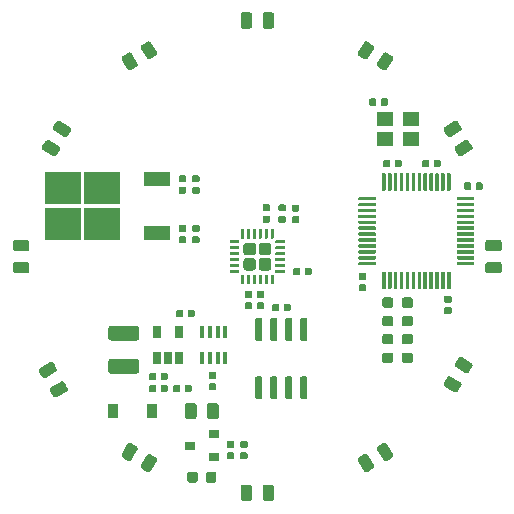
<source format=gbr>
G04 #@! TF.GenerationSoftware,KiCad,Pcbnew,(5.1.5)-3*
G04 #@! TF.CreationDate,2020-03-25T23:07:15+01:00*
G04 #@! TF.ProjectId,carteOdometrie,63617274-654f-4646-9f6d-65747269652e,rev?*
G04 #@! TF.SameCoordinates,Original*
G04 #@! TF.FileFunction,Paste,Top*
G04 #@! TF.FilePolarity,Positive*
%FSLAX46Y46*%
G04 Gerber Fmt 4.6, Leading zero omitted, Abs format (unit mm)*
G04 Created by KiCad (PCBNEW (5.1.5)-3) date 2020-03-25 23:07:15*
%MOMM*%
%LPD*%
G04 APERTURE LIST*
%ADD10C,0.100000*%
%ADD11R,1.400000X1.200000*%
%ADD12R,0.650000X1.060000*%
%ADD13R,0.400000X1.060000*%
%ADD14R,3.050000X2.750000*%
%ADD15R,2.200000X1.200000*%
%ADD16R,0.900000X0.800000*%
%ADD17R,0.900000X1.200000*%
G04 APERTURE END LIST*
D10*
G36*
X2282458Y3451790D02*
G01*
X2296776Y3449666D01*
X2310817Y3446149D01*
X2324446Y3441272D01*
X2337531Y3435083D01*
X2349947Y3427642D01*
X2361573Y3419019D01*
X2372298Y3409298D01*
X2382019Y3398573D01*
X2390642Y3386947D01*
X2398083Y3374531D01*
X2404272Y3361446D01*
X2409149Y3347817D01*
X2412666Y3333776D01*
X2414790Y3319458D01*
X2415500Y3305000D01*
X2415500Y3010000D01*
X2414790Y2995542D01*
X2412666Y2981224D01*
X2409149Y2967183D01*
X2404272Y2953554D01*
X2398083Y2940469D01*
X2390642Y2928053D01*
X2382019Y2916427D01*
X2372298Y2905702D01*
X2361573Y2895981D01*
X2349947Y2887358D01*
X2337531Y2879917D01*
X2324446Y2873728D01*
X2310817Y2868851D01*
X2296776Y2865334D01*
X2282458Y2863210D01*
X2268000Y2862500D01*
X1923000Y2862500D01*
X1908542Y2863210D01*
X1894224Y2865334D01*
X1880183Y2868851D01*
X1866554Y2873728D01*
X1853469Y2879917D01*
X1841053Y2887358D01*
X1829427Y2895981D01*
X1818702Y2905702D01*
X1808981Y2916427D01*
X1800358Y2928053D01*
X1792917Y2940469D01*
X1786728Y2953554D01*
X1781851Y2967183D01*
X1778334Y2981224D01*
X1776210Y2995542D01*
X1775500Y3010000D01*
X1775500Y3305000D01*
X1776210Y3319458D01*
X1778334Y3333776D01*
X1781851Y3347817D01*
X1786728Y3361446D01*
X1792917Y3374531D01*
X1800358Y3386947D01*
X1808981Y3398573D01*
X1818702Y3409298D01*
X1829427Y3419019D01*
X1841053Y3427642D01*
X1853469Y3435083D01*
X1866554Y3441272D01*
X1880183Y3446149D01*
X1894224Y3449666D01*
X1908542Y3451790D01*
X1923000Y3452500D01*
X2268000Y3452500D01*
X2282458Y3451790D01*
G37*
G36*
X2282458Y4421790D02*
G01*
X2296776Y4419666D01*
X2310817Y4416149D01*
X2324446Y4411272D01*
X2337531Y4405083D01*
X2349947Y4397642D01*
X2361573Y4389019D01*
X2372298Y4379298D01*
X2382019Y4368573D01*
X2390642Y4356947D01*
X2398083Y4344531D01*
X2404272Y4331446D01*
X2409149Y4317817D01*
X2412666Y4303776D01*
X2414790Y4289458D01*
X2415500Y4275000D01*
X2415500Y3980000D01*
X2414790Y3965542D01*
X2412666Y3951224D01*
X2409149Y3937183D01*
X2404272Y3923554D01*
X2398083Y3910469D01*
X2390642Y3898053D01*
X2382019Y3886427D01*
X2372298Y3875702D01*
X2361573Y3865981D01*
X2349947Y3857358D01*
X2337531Y3849917D01*
X2324446Y3843728D01*
X2310817Y3838851D01*
X2296776Y3835334D01*
X2282458Y3833210D01*
X2268000Y3832500D01*
X1923000Y3832500D01*
X1908542Y3833210D01*
X1894224Y3835334D01*
X1880183Y3838851D01*
X1866554Y3843728D01*
X1853469Y3849917D01*
X1841053Y3857358D01*
X1829427Y3865981D01*
X1818702Y3875702D01*
X1808981Y3886427D01*
X1800358Y3898053D01*
X1792917Y3910469D01*
X1786728Y3923554D01*
X1781851Y3937183D01*
X1778334Y3951224D01*
X1776210Y3965542D01*
X1775500Y3980000D01*
X1775500Y4275000D01*
X1776210Y4289458D01*
X1778334Y4303776D01*
X1781851Y4317817D01*
X1786728Y4331446D01*
X1792917Y4344531D01*
X1800358Y4356947D01*
X1808981Y4368573D01*
X1818702Y4379298D01*
X1829427Y4389019D01*
X1841053Y4397642D01*
X1853469Y4405083D01*
X1866554Y4411272D01*
X1880183Y4416149D01*
X1894224Y4419666D01*
X1908542Y4421790D01*
X1923000Y4422500D01*
X2268000Y4422500D01*
X2282458Y4421790D01*
G37*
G36*
X3425458Y3428790D02*
G01*
X3439776Y3426666D01*
X3453817Y3423149D01*
X3467446Y3418272D01*
X3480531Y3412083D01*
X3492947Y3404642D01*
X3504573Y3396019D01*
X3515298Y3386298D01*
X3525019Y3375573D01*
X3533642Y3363947D01*
X3541083Y3351531D01*
X3547272Y3338446D01*
X3552149Y3324817D01*
X3555666Y3310776D01*
X3557790Y3296458D01*
X3558500Y3282000D01*
X3558500Y2987000D01*
X3557790Y2972542D01*
X3555666Y2958224D01*
X3552149Y2944183D01*
X3547272Y2930554D01*
X3541083Y2917469D01*
X3533642Y2905053D01*
X3525019Y2893427D01*
X3515298Y2882702D01*
X3504573Y2872981D01*
X3492947Y2864358D01*
X3480531Y2856917D01*
X3467446Y2850728D01*
X3453817Y2845851D01*
X3439776Y2842334D01*
X3425458Y2840210D01*
X3411000Y2839500D01*
X3066000Y2839500D01*
X3051542Y2840210D01*
X3037224Y2842334D01*
X3023183Y2845851D01*
X3009554Y2850728D01*
X2996469Y2856917D01*
X2984053Y2864358D01*
X2972427Y2872981D01*
X2961702Y2882702D01*
X2951981Y2893427D01*
X2943358Y2905053D01*
X2935917Y2917469D01*
X2929728Y2930554D01*
X2924851Y2944183D01*
X2921334Y2958224D01*
X2919210Y2972542D01*
X2918500Y2987000D01*
X2918500Y3282000D01*
X2919210Y3296458D01*
X2921334Y3310776D01*
X2924851Y3324817D01*
X2929728Y3338446D01*
X2935917Y3351531D01*
X2943358Y3363947D01*
X2951981Y3375573D01*
X2961702Y3386298D01*
X2972427Y3396019D01*
X2984053Y3404642D01*
X2996469Y3412083D01*
X3009554Y3418272D01*
X3023183Y3423149D01*
X3037224Y3426666D01*
X3051542Y3428790D01*
X3066000Y3429500D01*
X3411000Y3429500D01*
X3425458Y3428790D01*
G37*
G36*
X3425458Y4398790D02*
G01*
X3439776Y4396666D01*
X3453817Y4393149D01*
X3467446Y4388272D01*
X3480531Y4382083D01*
X3492947Y4374642D01*
X3504573Y4366019D01*
X3515298Y4356298D01*
X3525019Y4345573D01*
X3533642Y4333947D01*
X3541083Y4321531D01*
X3547272Y4308446D01*
X3552149Y4294817D01*
X3555666Y4280776D01*
X3557790Y4266458D01*
X3558500Y4252000D01*
X3558500Y3957000D01*
X3557790Y3942542D01*
X3555666Y3928224D01*
X3552149Y3914183D01*
X3547272Y3900554D01*
X3541083Y3887469D01*
X3533642Y3875053D01*
X3525019Y3863427D01*
X3515298Y3852702D01*
X3504573Y3842981D01*
X3492947Y3834358D01*
X3480531Y3826917D01*
X3467446Y3820728D01*
X3453817Y3815851D01*
X3439776Y3812334D01*
X3425458Y3810210D01*
X3411000Y3809500D01*
X3066000Y3809500D01*
X3051542Y3810210D01*
X3037224Y3812334D01*
X3023183Y3815851D01*
X3009554Y3820728D01*
X2996469Y3826917D01*
X2984053Y3834358D01*
X2972427Y3842981D01*
X2961702Y3852702D01*
X2951981Y3863427D01*
X2943358Y3875053D01*
X2935917Y3887469D01*
X2929728Y3900554D01*
X2924851Y3914183D01*
X2921334Y3928224D01*
X2919210Y3942542D01*
X2918500Y3957000D01*
X2918500Y4252000D01*
X2919210Y4266458D01*
X2921334Y4280776D01*
X2924851Y4294817D01*
X2929728Y4308446D01*
X2935917Y4321531D01*
X2943358Y4333947D01*
X2951981Y4345573D01*
X2961702Y4356298D01*
X2972427Y4366019D01*
X2984053Y4374642D01*
X2996469Y4382083D01*
X3009554Y4388272D01*
X3023183Y4393149D01*
X3037224Y4396666D01*
X3051542Y4398790D01*
X3066000Y4399500D01*
X3411000Y4399500D01*
X3425458Y4398790D01*
G37*
D11*
X13038000Y9945000D03*
X10838000Y9945000D03*
X10838000Y11645000D03*
X13038000Y11645000D03*
D12*
X-8533000Y-6418000D03*
X-6633000Y-6418000D03*
X-6633000Y-8618000D03*
X-7583000Y-8618000D03*
X-8533000Y-8618000D03*
D10*
G36*
X-1181374Y2349699D02*
G01*
X-1175307Y2348799D01*
X-1169357Y2347309D01*
X-1163582Y2345242D01*
X-1158038Y2342620D01*
X-1152777Y2339467D01*
X-1147850Y2335813D01*
X-1143306Y2331694D01*
X-1139187Y2327150D01*
X-1135533Y2322223D01*
X-1132380Y2316962D01*
X-1129758Y2311418D01*
X-1127691Y2305643D01*
X-1126201Y2299693D01*
X-1125301Y2293626D01*
X-1125000Y2287500D01*
X-1125000Y1587500D01*
X-1125301Y1581374D01*
X-1126201Y1575307D01*
X-1127691Y1569357D01*
X-1129758Y1563582D01*
X-1132380Y1558038D01*
X-1135533Y1552777D01*
X-1139187Y1547850D01*
X-1143306Y1543306D01*
X-1147850Y1539187D01*
X-1152777Y1535533D01*
X-1158038Y1532380D01*
X-1163582Y1529758D01*
X-1169357Y1527691D01*
X-1175307Y1526201D01*
X-1181374Y1525301D01*
X-1187500Y1525000D01*
X-1312500Y1525000D01*
X-1318626Y1525301D01*
X-1324693Y1526201D01*
X-1330643Y1527691D01*
X-1336418Y1529758D01*
X-1341962Y1532380D01*
X-1347223Y1535533D01*
X-1352150Y1539187D01*
X-1356694Y1543306D01*
X-1360813Y1547850D01*
X-1364467Y1552777D01*
X-1367620Y1558038D01*
X-1370242Y1563582D01*
X-1372309Y1569357D01*
X-1373799Y1575307D01*
X-1374699Y1581374D01*
X-1375000Y1587500D01*
X-1375000Y2287500D01*
X-1374699Y2293626D01*
X-1373799Y2299693D01*
X-1372309Y2305643D01*
X-1370242Y2311418D01*
X-1367620Y2316962D01*
X-1364467Y2322223D01*
X-1360813Y2327150D01*
X-1356694Y2331694D01*
X-1352150Y2335813D01*
X-1347223Y2339467D01*
X-1341962Y2342620D01*
X-1336418Y2345242D01*
X-1330643Y2347309D01*
X-1324693Y2348799D01*
X-1318626Y2349699D01*
X-1312500Y2350000D01*
X-1187500Y2350000D01*
X-1181374Y2349699D01*
G37*
G36*
X-681374Y2349699D02*
G01*
X-675307Y2348799D01*
X-669357Y2347309D01*
X-663582Y2345242D01*
X-658038Y2342620D01*
X-652777Y2339467D01*
X-647850Y2335813D01*
X-643306Y2331694D01*
X-639187Y2327150D01*
X-635533Y2322223D01*
X-632380Y2316962D01*
X-629758Y2311418D01*
X-627691Y2305643D01*
X-626201Y2299693D01*
X-625301Y2293626D01*
X-625000Y2287500D01*
X-625000Y1587500D01*
X-625301Y1581374D01*
X-626201Y1575307D01*
X-627691Y1569357D01*
X-629758Y1563582D01*
X-632380Y1558038D01*
X-635533Y1552777D01*
X-639187Y1547850D01*
X-643306Y1543306D01*
X-647850Y1539187D01*
X-652777Y1535533D01*
X-658038Y1532380D01*
X-663582Y1529758D01*
X-669357Y1527691D01*
X-675307Y1526201D01*
X-681374Y1525301D01*
X-687500Y1525000D01*
X-812500Y1525000D01*
X-818626Y1525301D01*
X-824693Y1526201D01*
X-830643Y1527691D01*
X-836418Y1529758D01*
X-841962Y1532380D01*
X-847223Y1535533D01*
X-852150Y1539187D01*
X-856694Y1543306D01*
X-860813Y1547850D01*
X-864467Y1552777D01*
X-867620Y1558038D01*
X-870242Y1563582D01*
X-872309Y1569357D01*
X-873799Y1575307D01*
X-874699Y1581374D01*
X-875000Y1587500D01*
X-875000Y2287500D01*
X-874699Y2293626D01*
X-873799Y2299693D01*
X-872309Y2305643D01*
X-870242Y2311418D01*
X-867620Y2316962D01*
X-864467Y2322223D01*
X-860813Y2327150D01*
X-856694Y2331694D01*
X-852150Y2335813D01*
X-847223Y2339467D01*
X-841962Y2342620D01*
X-836418Y2345242D01*
X-830643Y2347309D01*
X-824693Y2348799D01*
X-818626Y2349699D01*
X-812500Y2350000D01*
X-687500Y2350000D01*
X-681374Y2349699D01*
G37*
G36*
X-181374Y2349699D02*
G01*
X-175307Y2348799D01*
X-169357Y2347309D01*
X-163582Y2345242D01*
X-158038Y2342620D01*
X-152777Y2339467D01*
X-147850Y2335813D01*
X-143306Y2331694D01*
X-139187Y2327150D01*
X-135533Y2322223D01*
X-132380Y2316962D01*
X-129758Y2311418D01*
X-127691Y2305643D01*
X-126201Y2299693D01*
X-125301Y2293626D01*
X-125000Y2287500D01*
X-125000Y1587500D01*
X-125301Y1581374D01*
X-126201Y1575307D01*
X-127691Y1569357D01*
X-129758Y1563582D01*
X-132380Y1558038D01*
X-135533Y1552777D01*
X-139187Y1547850D01*
X-143306Y1543306D01*
X-147850Y1539187D01*
X-152777Y1535533D01*
X-158038Y1532380D01*
X-163582Y1529758D01*
X-169357Y1527691D01*
X-175307Y1526201D01*
X-181374Y1525301D01*
X-187500Y1525000D01*
X-312500Y1525000D01*
X-318626Y1525301D01*
X-324693Y1526201D01*
X-330643Y1527691D01*
X-336418Y1529758D01*
X-341962Y1532380D01*
X-347223Y1535533D01*
X-352150Y1539187D01*
X-356694Y1543306D01*
X-360813Y1547850D01*
X-364467Y1552777D01*
X-367620Y1558038D01*
X-370242Y1563582D01*
X-372309Y1569357D01*
X-373799Y1575307D01*
X-374699Y1581374D01*
X-375000Y1587500D01*
X-375000Y2287500D01*
X-374699Y2293626D01*
X-373799Y2299693D01*
X-372309Y2305643D01*
X-370242Y2311418D01*
X-367620Y2316962D01*
X-364467Y2322223D01*
X-360813Y2327150D01*
X-356694Y2331694D01*
X-352150Y2335813D01*
X-347223Y2339467D01*
X-341962Y2342620D01*
X-336418Y2345242D01*
X-330643Y2347309D01*
X-324693Y2348799D01*
X-318626Y2349699D01*
X-312500Y2350000D01*
X-187500Y2350000D01*
X-181374Y2349699D01*
G37*
G36*
X318626Y2349699D02*
G01*
X324693Y2348799D01*
X330643Y2347309D01*
X336418Y2345242D01*
X341962Y2342620D01*
X347223Y2339467D01*
X352150Y2335813D01*
X356694Y2331694D01*
X360813Y2327150D01*
X364467Y2322223D01*
X367620Y2316962D01*
X370242Y2311418D01*
X372309Y2305643D01*
X373799Y2299693D01*
X374699Y2293626D01*
X375000Y2287500D01*
X375000Y1587500D01*
X374699Y1581374D01*
X373799Y1575307D01*
X372309Y1569357D01*
X370242Y1563582D01*
X367620Y1558038D01*
X364467Y1552777D01*
X360813Y1547850D01*
X356694Y1543306D01*
X352150Y1539187D01*
X347223Y1535533D01*
X341962Y1532380D01*
X336418Y1529758D01*
X330643Y1527691D01*
X324693Y1526201D01*
X318626Y1525301D01*
X312500Y1525000D01*
X187500Y1525000D01*
X181374Y1525301D01*
X175307Y1526201D01*
X169357Y1527691D01*
X163582Y1529758D01*
X158038Y1532380D01*
X152777Y1535533D01*
X147850Y1539187D01*
X143306Y1543306D01*
X139187Y1547850D01*
X135533Y1552777D01*
X132380Y1558038D01*
X129758Y1563582D01*
X127691Y1569357D01*
X126201Y1575307D01*
X125301Y1581374D01*
X125000Y1587500D01*
X125000Y2287500D01*
X125301Y2293626D01*
X126201Y2299693D01*
X127691Y2305643D01*
X129758Y2311418D01*
X132380Y2316962D01*
X135533Y2322223D01*
X139187Y2327150D01*
X143306Y2331694D01*
X147850Y2335813D01*
X152777Y2339467D01*
X158038Y2342620D01*
X163582Y2345242D01*
X169357Y2347309D01*
X175307Y2348799D01*
X181374Y2349699D01*
X187500Y2350000D01*
X312500Y2350000D01*
X318626Y2349699D01*
G37*
G36*
X818626Y2349699D02*
G01*
X824693Y2348799D01*
X830643Y2347309D01*
X836418Y2345242D01*
X841962Y2342620D01*
X847223Y2339467D01*
X852150Y2335813D01*
X856694Y2331694D01*
X860813Y2327150D01*
X864467Y2322223D01*
X867620Y2316962D01*
X870242Y2311418D01*
X872309Y2305643D01*
X873799Y2299693D01*
X874699Y2293626D01*
X875000Y2287500D01*
X875000Y1587500D01*
X874699Y1581374D01*
X873799Y1575307D01*
X872309Y1569357D01*
X870242Y1563582D01*
X867620Y1558038D01*
X864467Y1552777D01*
X860813Y1547850D01*
X856694Y1543306D01*
X852150Y1539187D01*
X847223Y1535533D01*
X841962Y1532380D01*
X836418Y1529758D01*
X830643Y1527691D01*
X824693Y1526201D01*
X818626Y1525301D01*
X812500Y1525000D01*
X687500Y1525000D01*
X681374Y1525301D01*
X675307Y1526201D01*
X669357Y1527691D01*
X663582Y1529758D01*
X658038Y1532380D01*
X652777Y1535533D01*
X647850Y1539187D01*
X643306Y1543306D01*
X639187Y1547850D01*
X635533Y1552777D01*
X632380Y1558038D01*
X629758Y1563582D01*
X627691Y1569357D01*
X626201Y1575307D01*
X625301Y1581374D01*
X625000Y1587500D01*
X625000Y2287500D01*
X625301Y2293626D01*
X626201Y2299693D01*
X627691Y2305643D01*
X629758Y2311418D01*
X632380Y2316962D01*
X635533Y2322223D01*
X639187Y2327150D01*
X643306Y2331694D01*
X647850Y2335813D01*
X652777Y2339467D01*
X658038Y2342620D01*
X663582Y2345242D01*
X669357Y2347309D01*
X675307Y2348799D01*
X681374Y2349699D01*
X687500Y2350000D01*
X812500Y2350000D01*
X818626Y2349699D01*
G37*
G36*
X1318626Y2349699D02*
G01*
X1324693Y2348799D01*
X1330643Y2347309D01*
X1336418Y2345242D01*
X1341962Y2342620D01*
X1347223Y2339467D01*
X1352150Y2335813D01*
X1356694Y2331694D01*
X1360813Y2327150D01*
X1364467Y2322223D01*
X1367620Y2316962D01*
X1370242Y2311418D01*
X1372309Y2305643D01*
X1373799Y2299693D01*
X1374699Y2293626D01*
X1375000Y2287500D01*
X1375000Y1587500D01*
X1374699Y1581374D01*
X1373799Y1575307D01*
X1372309Y1569357D01*
X1370242Y1563582D01*
X1367620Y1558038D01*
X1364467Y1552777D01*
X1360813Y1547850D01*
X1356694Y1543306D01*
X1352150Y1539187D01*
X1347223Y1535533D01*
X1341962Y1532380D01*
X1336418Y1529758D01*
X1330643Y1527691D01*
X1324693Y1526201D01*
X1318626Y1525301D01*
X1312500Y1525000D01*
X1187500Y1525000D01*
X1181374Y1525301D01*
X1175307Y1526201D01*
X1169357Y1527691D01*
X1163582Y1529758D01*
X1158038Y1532380D01*
X1152777Y1535533D01*
X1147850Y1539187D01*
X1143306Y1543306D01*
X1139187Y1547850D01*
X1135533Y1552777D01*
X1132380Y1558038D01*
X1129758Y1563582D01*
X1127691Y1569357D01*
X1126201Y1575307D01*
X1125301Y1581374D01*
X1125000Y1587500D01*
X1125000Y2287500D01*
X1125301Y2293626D01*
X1126201Y2299693D01*
X1127691Y2305643D01*
X1129758Y2311418D01*
X1132380Y2316962D01*
X1135533Y2322223D01*
X1139187Y2327150D01*
X1143306Y2331694D01*
X1147850Y2335813D01*
X1152777Y2339467D01*
X1158038Y2342620D01*
X1163582Y2345242D01*
X1169357Y2347309D01*
X1175307Y2348799D01*
X1181374Y2349699D01*
X1187500Y2350000D01*
X1312500Y2350000D01*
X1318626Y2349699D01*
G37*
G36*
X2293626Y1374699D02*
G01*
X2299693Y1373799D01*
X2305643Y1372309D01*
X2311418Y1370242D01*
X2316962Y1367620D01*
X2322223Y1364467D01*
X2327150Y1360813D01*
X2331694Y1356694D01*
X2335813Y1352150D01*
X2339467Y1347223D01*
X2342620Y1341962D01*
X2345242Y1336418D01*
X2347309Y1330643D01*
X2348799Y1324693D01*
X2349699Y1318626D01*
X2350000Y1312500D01*
X2350000Y1187500D01*
X2349699Y1181374D01*
X2348799Y1175307D01*
X2347309Y1169357D01*
X2345242Y1163582D01*
X2342620Y1158038D01*
X2339467Y1152777D01*
X2335813Y1147850D01*
X2331694Y1143306D01*
X2327150Y1139187D01*
X2322223Y1135533D01*
X2316962Y1132380D01*
X2311418Y1129758D01*
X2305643Y1127691D01*
X2299693Y1126201D01*
X2293626Y1125301D01*
X2287500Y1125000D01*
X1587500Y1125000D01*
X1581374Y1125301D01*
X1575307Y1126201D01*
X1569357Y1127691D01*
X1563582Y1129758D01*
X1558038Y1132380D01*
X1552777Y1135533D01*
X1547850Y1139187D01*
X1543306Y1143306D01*
X1539187Y1147850D01*
X1535533Y1152777D01*
X1532380Y1158038D01*
X1529758Y1163582D01*
X1527691Y1169357D01*
X1526201Y1175307D01*
X1525301Y1181374D01*
X1525000Y1187500D01*
X1525000Y1312500D01*
X1525301Y1318626D01*
X1526201Y1324693D01*
X1527691Y1330643D01*
X1529758Y1336418D01*
X1532380Y1341962D01*
X1535533Y1347223D01*
X1539187Y1352150D01*
X1543306Y1356694D01*
X1547850Y1360813D01*
X1552777Y1364467D01*
X1558038Y1367620D01*
X1563582Y1370242D01*
X1569357Y1372309D01*
X1575307Y1373799D01*
X1581374Y1374699D01*
X1587500Y1375000D01*
X2287500Y1375000D01*
X2293626Y1374699D01*
G37*
G36*
X2293626Y874699D02*
G01*
X2299693Y873799D01*
X2305643Y872309D01*
X2311418Y870242D01*
X2316962Y867620D01*
X2322223Y864467D01*
X2327150Y860813D01*
X2331694Y856694D01*
X2335813Y852150D01*
X2339467Y847223D01*
X2342620Y841962D01*
X2345242Y836418D01*
X2347309Y830643D01*
X2348799Y824693D01*
X2349699Y818626D01*
X2350000Y812500D01*
X2350000Y687500D01*
X2349699Y681374D01*
X2348799Y675307D01*
X2347309Y669357D01*
X2345242Y663582D01*
X2342620Y658038D01*
X2339467Y652777D01*
X2335813Y647850D01*
X2331694Y643306D01*
X2327150Y639187D01*
X2322223Y635533D01*
X2316962Y632380D01*
X2311418Y629758D01*
X2305643Y627691D01*
X2299693Y626201D01*
X2293626Y625301D01*
X2287500Y625000D01*
X1587500Y625000D01*
X1581374Y625301D01*
X1575307Y626201D01*
X1569357Y627691D01*
X1563582Y629758D01*
X1558038Y632380D01*
X1552777Y635533D01*
X1547850Y639187D01*
X1543306Y643306D01*
X1539187Y647850D01*
X1535533Y652777D01*
X1532380Y658038D01*
X1529758Y663582D01*
X1527691Y669357D01*
X1526201Y675307D01*
X1525301Y681374D01*
X1525000Y687500D01*
X1525000Y812500D01*
X1525301Y818626D01*
X1526201Y824693D01*
X1527691Y830643D01*
X1529758Y836418D01*
X1532380Y841962D01*
X1535533Y847223D01*
X1539187Y852150D01*
X1543306Y856694D01*
X1547850Y860813D01*
X1552777Y864467D01*
X1558038Y867620D01*
X1563582Y870242D01*
X1569357Y872309D01*
X1575307Y873799D01*
X1581374Y874699D01*
X1587500Y875000D01*
X2287500Y875000D01*
X2293626Y874699D01*
G37*
G36*
X2293626Y374699D02*
G01*
X2299693Y373799D01*
X2305643Y372309D01*
X2311418Y370242D01*
X2316962Y367620D01*
X2322223Y364467D01*
X2327150Y360813D01*
X2331694Y356694D01*
X2335813Y352150D01*
X2339467Y347223D01*
X2342620Y341962D01*
X2345242Y336418D01*
X2347309Y330643D01*
X2348799Y324693D01*
X2349699Y318626D01*
X2350000Y312500D01*
X2350000Y187500D01*
X2349699Y181374D01*
X2348799Y175307D01*
X2347309Y169357D01*
X2345242Y163582D01*
X2342620Y158038D01*
X2339467Y152777D01*
X2335813Y147850D01*
X2331694Y143306D01*
X2327150Y139187D01*
X2322223Y135533D01*
X2316962Y132380D01*
X2311418Y129758D01*
X2305643Y127691D01*
X2299693Y126201D01*
X2293626Y125301D01*
X2287500Y125000D01*
X1587500Y125000D01*
X1581374Y125301D01*
X1575307Y126201D01*
X1569357Y127691D01*
X1563582Y129758D01*
X1558038Y132380D01*
X1552777Y135533D01*
X1547850Y139187D01*
X1543306Y143306D01*
X1539187Y147850D01*
X1535533Y152777D01*
X1532380Y158038D01*
X1529758Y163582D01*
X1527691Y169357D01*
X1526201Y175307D01*
X1525301Y181374D01*
X1525000Y187500D01*
X1525000Y312500D01*
X1525301Y318626D01*
X1526201Y324693D01*
X1527691Y330643D01*
X1529758Y336418D01*
X1532380Y341962D01*
X1535533Y347223D01*
X1539187Y352150D01*
X1543306Y356694D01*
X1547850Y360813D01*
X1552777Y364467D01*
X1558038Y367620D01*
X1563582Y370242D01*
X1569357Y372309D01*
X1575307Y373799D01*
X1581374Y374699D01*
X1587500Y375000D01*
X2287500Y375000D01*
X2293626Y374699D01*
G37*
G36*
X2293626Y-125301D02*
G01*
X2299693Y-126201D01*
X2305643Y-127691D01*
X2311418Y-129758D01*
X2316962Y-132380D01*
X2322223Y-135533D01*
X2327150Y-139187D01*
X2331694Y-143306D01*
X2335813Y-147850D01*
X2339467Y-152777D01*
X2342620Y-158038D01*
X2345242Y-163582D01*
X2347309Y-169357D01*
X2348799Y-175307D01*
X2349699Y-181374D01*
X2350000Y-187500D01*
X2350000Y-312500D01*
X2349699Y-318626D01*
X2348799Y-324693D01*
X2347309Y-330643D01*
X2345242Y-336418D01*
X2342620Y-341962D01*
X2339467Y-347223D01*
X2335813Y-352150D01*
X2331694Y-356694D01*
X2327150Y-360813D01*
X2322223Y-364467D01*
X2316962Y-367620D01*
X2311418Y-370242D01*
X2305643Y-372309D01*
X2299693Y-373799D01*
X2293626Y-374699D01*
X2287500Y-375000D01*
X1587500Y-375000D01*
X1581374Y-374699D01*
X1575307Y-373799D01*
X1569357Y-372309D01*
X1563582Y-370242D01*
X1558038Y-367620D01*
X1552777Y-364467D01*
X1547850Y-360813D01*
X1543306Y-356694D01*
X1539187Y-352150D01*
X1535533Y-347223D01*
X1532380Y-341962D01*
X1529758Y-336418D01*
X1527691Y-330643D01*
X1526201Y-324693D01*
X1525301Y-318626D01*
X1525000Y-312500D01*
X1525000Y-187500D01*
X1525301Y-181374D01*
X1526201Y-175307D01*
X1527691Y-169357D01*
X1529758Y-163582D01*
X1532380Y-158038D01*
X1535533Y-152777D01*
X1539187Y-147850D01*
X1543306Y-143306D01*
X1547850Y-139187D01*
X1552777Y-135533D01*
X1558038Y-132380D01*
X1563582Y-129758D01*
X1569357Y-127691D01*
X1575307Y-126201D01*
X1581374Y-125301D01*
X1587500Y-125000D01*
X2287500Y-125000D01*
X2293626Y-125301D01*
G37*
G36*
X2293626Y-625301D02*
G01*
X2299693Y-626201D01*
X2305643Y-627691D01*
X2311418Y-629758D01*
X2316962Y-632380D01*
X2322223Y-635533D01*
X2327150Y-639187D01*
X2331694Y-643306D01*
X2335813Y-647850D01*
X2339467Y-652777D01*
X2342620Y-658038D01*
X2345242Y-663582D01*
X2347309Y-669357D01*
X2348799Y-675307D01*
X2349699Y-681374D01*
X2350000Y-687500D01*
X2350000Y-812500D01*
X2349699Y-818626D01*
X2348799Y-824693D01*
X2347309Y-830643D01*
X2345242Y-836418D01*
X2342620Y-841962D01*
X2339467Y-847223D01*
X2335813Y-852150D01*
X2331694Y-856694D01*
X2327150Y-860813D01*
X2322223Y-864467D01*
X2316962Y-867620D01*
X2311418Y-870242D01*
X2305643Y-872309D01*
X2299693Y-873799D01*
X2293626Y-874699D01*
X2287500Y-875000D01*
X1587500Y-875000D01*
X1581374Y-874699D01*
X1575307Y-873799D01*
X1569357Y-872309D01*
X1563582Y-870242D01*
X1558038Y-867620D01*
X1552777Y-864467D01*
X1547850Y-860813D01*
X1543306Y-856694D01*
X1539187Y-852150D01*
X1535533Y-847223D01*
X1532380Y-841962D01*
X1529758Y-836418D01*
X1527691Y-830643D01*
X1526201Y-824693D01*
X1525301Y-818626D01*
X1525000Y-812500D01*
X1525000Y-687500D01*
X1525301Y-681374D01*
X1526201Y-675307D01*
X1527691Y-669357D01*
X1529758Y-663582D01*
X1532380Y-658038D01*
X1535533Y-652777D01*
X1539187Y-647850D01*
X1543306Y-643306D01*
X1547850Y-639187D01*
X1552777Y-635533D01*
X1558038Y-632380D01*
X1563582Y-629758D01*
X1569357Y-627691D01*
X1575307Y-626201D01*
X1581374Y-625301D01*
X1587500Y-625000D01*
X2287500Y-625000D01*
X2293626Y-625301D01*
G37*
G36*
X2293626Y-1125301D02*
G01*
X2299693Y-1126201D01*
X2305643Y-1127691D01*
X2311418Y-1129758D01*
X2316962Y-1132380D01*
X2322223Y-1135533D01*
X2327150Y-1139187D01*
X2331694Y-1143306D01*
X2335813Y-1147850D01*
X2339467Y-1152777D01*
X2342620Y-1158038D01*
X2345242Y-1163582D01*
X2347309Y-1169357D01*
X2348799Y-1175307D01*
X2349699Y-1181374D01*
X2350000Y-1187500D01*
X2350000Y-1312500D01*
X2349699Y-1318626D01*
X2348799Y-1324693D01*
X2347309Y-1330643D01*
X2345242Y-1336418D01*
X2342620Y-1341962D01*
X2339467Y-1347223D01*
X2335813Y-1352150D01*
X2331694Y-1356694D01*
X2327150Y-1360813D01*
X2322223Y-1364467D01*
X2316962Y-1367620D01*
X2311418Y-1370242D01*
X2305643Y-1372309D01*
X2299693Y-1373799D01*
X2293626Y-1374699D01*
X2287500Y-1375000D01*
X1587500Y-1375000D01*
X1581374Y-1374699D01*
X1575307Y-1373799D01*
X1569357Y-1372309D01*
X1563582Y-1370242D01*
X1558038Y-1367620D01*
X1552777Y-1364467D01*
X1547850Y-1360813D01*
X1543306Y-1356694D01*
X1539187Y-1352150D01*
X1535533Y-1347223D01*
X1532380Y-1341962D01*
X1529758Y-1336418D01*
X1527691Y-1330643D01*
X1526201Y-1324693D01*
X1525301Y-1318626D01*
X1525000Y-1312500D01*
X1525000Y-1187500D01*
X1525301Y-1181374D01*
X1526201Y-1175307D01*
X1527691Y-1169357D01*
X1529758Y-1163582D01*
X1532380Y-1158038D01*
X1535533Y-1152777D01*
X1539187Y-1147850D01*
X1543306Y-1143306D01*
X1547850Y-1139187D01*
X1552777Y-1135533D01*
X1558038Y-1132380D01*
X1563582Y-1129758D01*
X1569357Y-1127691D01*
X1575307Y-1126201D01*
X1581374Y-1125301D01*
X1587500Y-1125000D01*
X2287500Y-1125000D01*
X2293626Y-1125301D01*
G37*
G36*
X1318626Y-1525301D02*
G01*
X1324693Y-1526201D01*
X1330643Y-1527691D01*
X1336418Y-1529758D01*
X1341962Y-1532380D01*
X1347223Y-1535533D01*
X1352150Y-1539187D01*
X1356694Y-1543306D01*
X1360813Y-1547850D01*
X1364467Y-1552777D01*
X1367620Y-1558038D01*
X1370242Y-1563582D01*
X1372309Y-1569357D01*
X1373799Y-1575307D01*
X1374699Y-1581374D01*
X1375000Y-1587500D01*
X1375000Y-2287500D01*
X1374699Y-2293626D01*
X1373799Y-2299693D01*
X1372309Y-2305643D01*
X1370242Y-2311418D01*
X1367620Y-2316962D01*
X1364467Y-2322223D01*
X1360813Y-2327150D01*
X1356694Y-2331694D01*
X1352150Y-2335813D01*
X1347223Y-2339467D01*
X1341962Y-2342620D01*
X1336418Y-2345242D01*
X1330643Y-2347309D01*
X1324693Y-2348799D01*
X1318626Y-2349699D01*
X1312500Y-2350000D01*
X1187500Y-2350000D01*
X1181374Y-2349699D01*
X1175307Y-2348799D01*
X1169357Y-2347309D01*
X1163582Y-2345242D01*
X1158038Y-2342620D01*
X1152777Y-2339467D01*
X1147850Y-2335813D01*
X1143306Y-2331694D01*
X1139187Y-2327150D01*
X1135533Y-2322223D01*
X1132380Y-2316962D01*
X1129758Y-2311418D01*
X1127691Y-2305643D01*
X1126201Y-2299693D01*
X1125301Y-2293626D01*
X1125000Y-2287500D01*
X1125000Y-1587500D01*
X1125301Y-1581374D01*
X1126201Y-1575307D01*
X1127691Y-1569357D01*
X1129758Y-1563582D01*
X1132380Y-1558038D01*
X1135533Y-1552777D01*
X1139187Y-1547850D01*
X1143306Y-1543306D01*
X1147850Y-1539187D01*
X1152777Y-1535533D01*
X1158038Y-1532380D01*
X1163582Y-1529758D01*
X1169357Y-1527691D01*
X1175307Y-1526201D01*
X1181374Y-1525301D01*
X1187500Y-1525000D01*
X1312500Y-1525000D01*
X1318626Y-1525301D01*
G37*
G36*
X818626Y-1525301D02*
G01*
X824693Y-1526201D01*
X830643Y-1527691D01*
X836418Y-1529758D01*
X841962Y-1532380D01*
X847223Y-1535533D01*
X852150Y-1539187D01*
X856694Y-1543306D01*
X860813Y-1547850D01*
X864467Y-1552777D01*
X867620Y-1558038D01*
X870242Y-1563582D01*
X872309Y-1569357D01*
X873799Y-1575307D01*
X874699Y-1581374D01*
X875000Y-1587500D01*
X875000Y-2287500D01*
X874699Y-2293626D01*
X873799Y-2299693D01*
X872309Y-2305643D01*
X870242Y-2311418D01*
X867620Y-2316962D01*
X864467Y-2322223D01*
X860813Y-2327150D01*
X856694Y-2331694D01*
X852150Y-2335813D01*
X847223Y-2339467D01*
X841962Y-2342620D01*
X836418Y-2345242D01*
X830643Y-2347309D01*
X824693Y-2348799D01*
X818626Y-2349699D01*
X812500Y-2350000D01*
X687500Y-2350000D01*
X681374Y-2349699D01*
X675307Y-2348799D01*
X669357Y-2347309D01*
X663582Y-2345242D01*
X658038Y-2342620D01*
X652777Y-2339467D01*
X647850Y-2335813D01*
X643306Y-2331694D01*
X639187Y-2327150D01*
X635533Y-2322223D01*
X632380Y-2316962D01*
X629758Y-2311418D01*
X627691Y-2305643D01*
X626201Y-2299693D01*
X625301Y-2293626D01*
X625000Y-2287500D01*
X625000Y-1587500D01*
X625301Y-1581374D01*
X626201Y-1575307D01*
X627691Y-1569357D01*
X629758Y-1563582D01*
X632380Y-1558038D01*
X635533Y-1552777D01*
X639187Y-1547850D01*
X643306Y-1543306D01*
X647850Y-1539187D01*
X652777Y-1535533D01*
X658038Y-1532380D01*
X663582Y-1529758D01*
X669357Y-1527691D01*
X675307Y-1526201D01*
X681374Y-1525301D01*
X687500Y-1525000D01*
X812500Y-1525000D01*
X818626Y-1525301D01*
G37*
G36*
X318626Y-1525301D02*
G01*
X324693Y-1526201D01*
X330643Y-1527691D01*
X336418Y-1529758D01*
X341962Y-1532380D01*
X347223Y-1535533D01*
X352150Y-1539187D01*
X356694Y-1543306D01*
X360813Y-1547850D01*
X364467Y-1552777D01*
X367620Y-1558038D01*
X370242Y-1563582D01*
X372309Y-1569357D01*
X373799Y-1575307D01*
X374699Y-1581374D01*
X375000Y-1587500D01*
X375000Y-2287500D01*
X374699Y-2293626D01*
X373799Y-2299693D01*
X372309Y-2305643D01*
X370242Y-2311418D01*
X367620Y-2316962D01*
X364467Y-2322223D01*
X360813Y-2327150D01*
X356694Y-2331694D01*
X352150Y-2335813D01*
X347223Y-2339467D01*
X341962Y-2342620D01*
X336418Y-2345242D01*
X330643Y-2347309D01*
X324693Y-2348799D01*
X318626Y-2349699D01*
X312500Y-2350000D01*
X187500Y-2350000D01*
X181374Y-2349699D01*
X175307Y-2348799D01*
X169357Y-2347309D01*
X163582Y-2345242D01*
X158038Y-2342620D01*
X152777Y-2339467D01*
X147850Y-2335813D01*
X143306Y-2331694D01*
X139187Y-2327150D01*
X135533Y-2322223D01*
X132380Y-2316962D01*
X129758Y-2311418D01*
X127691Y-2305643D01*
X126201Y-2299693D01*
X125301Y-2293626D01*
X125000Y-2287500D01*
X125000Y-1587500D01*
X125301Y-1581374D01*
X126201Y-1575307D01*
X127691Y-1569357D01*
X129758Y-1563582D01*
X132380Y-1558038D01*
X135533Y-1552777D01*
X139187Y-1547850D01*
X143306Y-1543306D01*
X147850Y-1539187D01*
X152777Y-1535533D01*
X158038Y-1532380D01*
X163582Y-1529758D01*
X169357Y-1527691D01*
X175307Y-1526201D01*
X181374Y-1525301D01*
X187500Y-1525000D01*
X312500Y-1525000D01*
X318626Y-1525301D01*
G37*
G36*
X-181374Y-1525301D02*
G01*
X-175307Y-1526201D01*
X-169357Y-1527691D01*
X-163582Y-1529758D01*
X-158038Y-1532380D01*
X-152777Y-1535533D01*
X-147850Y-1539187D01*
X-143306Y-1543306D01*
X-139187Y-1547850D01*
X-135533Y-1552777D01*
X-132380Y-1558038D01*
X-129758Y-1563582D01*
X-127691Y-1569357D01*
X-126201Y-1575307D01*
X-125301Y-1581374D01*
X-125000Y-1587500D01*
X-125000Y-2287500D01*
X-125301Y-2293626D01*
X-126201Y-2299693D01*
X-127691Y-2305643D01*
X-129758Y-2311418D01*
X-132380Y-2316962D01*
X-135533Y-2322223D01*
X-139187Y-2327150D01*
X-143306Y-2331694D01*
X-147850Y-2335813D01*
X-152777Y-2339467D01*
X-158038Y-2342620D01*
X-163582Y-2345242D01*
X-169357Y-2347309D01*
X-175307Y-2348799D01*
X-181374Y-2349699D01*
X-187500Y-2350000D01*
X-312500Y-2350000D01*
X-318626Y-2349699D01*
X-324693Y-2348799D01*
X-330643Y-2347309D01*
X-336418Y-2345242D01*
X-341962Y-2342620D01*
X-347223Y-2339467D01*
X-352150Y-2335813D01*
X-356694Y-2331694D01*
X-360813Y-2327150D01*
X-364467Y-2322223D01*
X-367620Y-2316962D01*
X-370242Y-2311418D01*
X-372309Y-2305643D01*
X-373799Y-2299693D01*
X-374699Y-2293626D01*
X-375000Y-2287500D01*
X-375000Y-1587500D01*
X-374699Y-1581374D01*
X-373799Y-1575307D01*
X-372309Y-1569357D01*
X-370242Y-1563582D01*
X-367620Y-1558038D01*
X-364467Y-1552777D01*
X-360813Y-1547850D01*
X-356694Y-1543306D01*
X-352150Y-1539187D01*
X-347223Y-1535533D01*
X-341962Y-1532380D01*
X-336418Y-1529758D01*
X-330643Y-1527691D01*
X-324693Y-1526201D01*
X-318626Y-1525301D01*
X-312500Y-1525000D01*
X-187500Y-1525000D01*
X-181374Y-1525301D01*
G37*
G36*
X-681374Y-1525301D02*
G01*
X-675307Y-1526201D01*
X-669357Y-1527691D01*
X-663582Y-1529758D01*
X-658038Y-1532380D01*
X-652777Y-1535533D01*
X-647850Y-1539187D01*
X-643306Y-1543306D01*
X-639187Y-1547850D01*
X-635533Y-1552777D01*
X-632380Y-1558038D01*
X-629758Y-1563582D01*
X-627691Y-1569357D01*
X-626201Y-1575307D01*
X-625301Y-1581374D01*
X-625000Y-1587500D01*
X-625000Y-2287500D01*
X-625301Y-2293626D01*
X-626201Y-2299693D01*
X-627691Y-2305643D01*
X-629758Y-2311418D01*
X-632380Y-2316962D01*
X-635533Y-2322223D01*
X-639187Y-2327150D01*
X-643306Y-2331694D01*
X-647850Y-2335813D01*
X-652777Y-2339467D01*
X-658038Y-2342620D01*
X-663582Y-2345242D01*
X-669357Y-2347309D01*
X-675307Y-2348799D01*
X-681374Y-2349699D01*
X-687500Y-2350000D01*
X-812500Y-2350000D01*
X-818626Y-2349699D01*
X-824693Y-2348799D01*
X-830643Y-2347309D01*
X-836418Y-2345242D01*
X-841962Y-2342620D01*
X-847223Y-2339467D01*
X-852150Y-2335813D01*
X-856694Y-2331694D01*
X-860813Y-2327150D01*
X-864467Y-2322223D01*
X-867620Y-2316962D01*
X-870242Y-2311418D01*
X-872309Y-2305643D01*
X-873799Y-2299693D01*
X-874699Y-2293626D01*
X-875000Y-2287500D01*
X-875000Y-1587500D01*
X-874699Y-1581374D01*
X-873799Y-1575307D01*
X-872309Y-1569357D01*
X-870242Y-1563582D01*
X-867620Y-1558038D01*
X-864467Y-1552777D01*
X-860813Y-1547850D01*
X-856694Y-1543306D01*
X-852150Y-1539187D01*
X-847223Y-1535533D01*
X-841962Y-1532380D01*
X-836418Y-1529758D01*
X-830643Y-1527691D01*
X-824693Y-1526201D01*
X-818626Y-1525301D01*
X-812500Y-1525000D01*
X-687500Y-1525000D01*
X-681374Y-1525301D01*
G37*
G36*
X-1181374Y-1525301D02*
G01*
X-1175307Y-1526201D01*
X-1169357Y-1527691D01*
X-1163582Y-1529758D01*
X-1158038Y-1532380D01*
X-1152777Y-1535533D01*
X-1147850Y-1539187D01*
X-1143306Y-1543306D01*
X-1139187Y-1547850D01*
X-1135533Y-1552777D01*
X-1132380Y-1558038D01*
X-1129758Y-1563582D01*
X-1127691Y-1569357D01*
X-1126201Y-1575307D01*
X-1125301Y-1581374D01*
X-1125000Y-1587500D01*
X-1125000Y-2287500D01*
X-1125301Y-2293626D01*
X-1126201Y-2299693D01*
X-1127691Y-2305643D01*
X-1129758Y-2311418D01*
X-1132380Y-2316962D01*
X-1135533Y-2322223D01*
X-1139187Y-2327150D01*
X-1143306Y-2331694D01*
X-1147850Y-2335813D01*
X-1152777Y-2339467D01*
X-1158038Y-2342620D01*
X-1163582Y-2345242D01*
X-1169357Y-2347309D01*
X-1175307Y-2348799D01*
X-1181374Y-2349699D01*
X-1187500Y-2350000D01*
X-1312500Y-2350000D01*
X-1318626Y-2349699D01*
X-1324693Y-2348799D01*
X-1330643Y-2347309D01*
X-1336418Y-2345242D01*
X-1341962Y-2342620D01*
X-1347223Y-2339467D01*
X-1352150Y-2335813D01*
X-1356694Y-2331694D01*
X-1360813Y-2327150D01*
X-1364467Y-2322223D01*
X-1367620Y-2316962D01*
X-1370242Y-2311418D01*
X-1372309Y-2305643D01*
X-1373799Y-2299693D01*
X-1374699Y-2293626D01*
X-1375000Y-2287500D01*
X-1375000Y-1587500D01*
X-1374699Y-1581374D01*
X-1373799Y-1575307D01*
X-1372309Y-1569357D01*
X-1370242Y-1563582D01*
X-1367620Y-1558038D01*
X-1364467Y-1552777D01*
X-1360813Y-1547850D01*
X-1356694Y-1543306D01*
X-1352150Y-1539187D01*
X-1347223Y-1535533D01*
X-1341962Y-1532380D01*
X-1336418Y-1529758D01*
X-1330643Y-1527691D01*
X-1324693Y-1526201D01*
X-1318626Y-1525301D01*
X-1312500Y-1525000D01*
X-1187500Y-1525000D01*
X-1181374Y-1525301D01*
G37*
G36*
X-1581374Y-1125301D02*
G01*
X-1575307Y-1126201D01*
X-1569357Y-1127691D01*
X-1563582Y-1129758D01*
X-1558038Y-1132380D01*
X-1552777Y-1135533D01*
X-1547850Y-1139187D01*
X-1543306Y-1143306D01*
X-1539187Y-1147850D01*
X-1535533Y-1152777D01*
X-1532380Y-1158038D01*
X-1529758Y-1163582D01*
X-1527691Y-1169357D01*
X-1526201Y-1175307D01*
X-1525301Y-1181374D01*
X-1525000Y-1187500D01*
X-1525000Y-1312500D01*
X-1525301Y-1318626D01*
X-1526201Y-1324693D01*
X-1527691Y-1330643D01*
X-1529758Y-1336418D01*
X-1532380Y-1341962D01*
X-1535533Y-1347223D01*
X-1539187Y-1352150D01*
X-1543306Y-1356694D01*
X-1547850Y-1360813D01*
X-1552777Y-1364467D01*
X-1558038Y-1367620D01*
X-1563582Y-1370242D01*
X-1569357Y-1372309D01*
X-1575307Y-1373799D01*
X-1581374Y-1374699D01*
X-1587500Y-1375000D01*
X-2287500Y-1375000D01*
X-2293626Y-1374699D01*
X-2299693Y-1373799D01*
X-2305643Y-1372309D01*
X-2311418Y-1370242D01*
X-2316962Y-1367620D01*
X-2322223Y-1364467D01*
X-2327150Y-1360813D01*
X-2331694Y-1356694D01*
X-2335813Y-1352150D01*
X-2339467Y-1347223D01*
X-2342620Y-1341962D01*
X-2345242Y-1336418D01*
X-2347309Y-1330643D01*
X-2348799Y-1324693D01*
X-2349699Y-1318626D01*
X-2350000Y-1312500D01*
X-2350000Y-1187500D01*
X-2349699Y-1181374D01*
X-2348799Y-1175307D01*
X-2347309Y-1169357D01*
X-2345242Y-1163582D01*
X-2342620Y-1158038D01*
X-2339467Y-1152777D01*
X-2335813Y-1147850D01*
X-2331694Y-1143306D01*
X-2327150Y-1139187D01*
X-2322223Y-1135533D01*
X-2316962Y-1132380D01*
X-2311418Y-1129758D01*
X-2305643Y-1127691D01*
X-2299693Y-1126201D01*
X-2293626Y-1125301D01*
X-2287500Y-1125000D01*
X-1587500Y-1125000D01*
X-1581374Y-1125301D01*
G37*
G36*
X-1581374Y-625301D02*
G01*
X-1575307Y-626201D01*
X-1569357Y-627691D01*
X-1563582Y-629758D01*
X-1558038Y-632380D01*
X-1552777Y-635533D01*
X-1547850Y-639187D01*
X-1543306Y-643306D01*
X-1539187Y-647850D01*
X-1535533Y-652777D01*
X-1532380Y-658038D01*
X-1529758Y-663582D01*
X-1527691Y-669357D01*
X-1526201Y-675307D01*
X-1525301Y-681374D01*
X-1525000Y-687500D01*
X-1525000Y-812500D01*
X-1525301Y-818626D01*
X-1526201Y-824693D01*
X-1527691Y-830643D01*
X-1529758Y-836418D01*
X-1532380Y-841962D01*
X-1535533Y-847223D01*
X-1539187Y-852150D01*
X-1543306Y-856694D01*
X-1547850Y-860813D01*
X-1552777Y-864467D01*
X-1558038Y-867620D01*
X-1563582Y-870242D01*
X-1569357Y-872309D01*
X-1575307Y-873799D01*
X-1581374Y-874699D01*
X-1587500Y-875000D01*
X-2287500Y-875000D01*
X-2293626Y-874699D01*
X-2299693Y-873799D01*
X-2305643Y-872309D01*
X-2311418Y-870242D01*
X-2316962Y-867620D01*
X-2322223Y-864467D01*
X-2327150Y-860813D01*
X-2331694Y-856694D01*
X-2335813Y-852150D01*
X-2339467Y-847223D01*
X-2342620Y-841962D01*
X-2345242Y-836418D01*
X-2347309Y-830643D01*
X-2348799Y-824693D01*
X-2349699Y-818626D01*
X-2350000Y-812500D01*
X-2350000Y-687500D01*
X-2349699Y-681374D01*
X-2348799Y-675307D01*
X-2347309Y-669357D01*
X-2345242Y-663582D01*
X-2342620Y-658038D01*
X-2339467Y-652777D01*
X-2335813Y-647850D01*
X-2331694Y-643306D01*
X-2327150Y-639187D01*
X-2322223Y-635533D01*
X-2316962Y-632380D01*
X-2311418Y-629758D01*
X-2305643Y-627691D01*
X-2299693Y-626201D01*
X-2293626Y-625301D01*
X-2287500Y-625000D01*
X-1587500Y-625000D01*
X-1581374Y-625301D01*
G37*
G36*
X-1581374Y-125301D02*
G01*
X-1575307Y-126201D01*
X-1569357Y-127691D01*
X-1563582Y-129758D01*
X-1558038Y-132380D01*
X-1552777Y-135533D01*
X-1547850Y-139187D01*
X-1543306Y-143306D01*
X-1539187Y-147850D01*
X-1535533Y-152777D01*
X-1532380Y-158038D01*
X-1529758Y-163582D01*
X-1527691Y-169357D01*
X-1526201Y-175307D01*
X-1525301Y-181374D01*
X-1525000Y-187500D01*
X-1525000Y-312500D01*
X-1525301Y-318626D01*
X-1526201Y-324693D01*
X-1527691Y-330643D01*
X-1529758Y-336418D01*
X-1532380Y-341962D01*
X-1535533Y-347223D01*
X-1539187Y-352150D01*
X-1543306Y-356694D01*
X-1547850Y-360813D01*
X-1552777Y-364467D01*
X-1558038Y-367620D01*
X-1563582Y-370242D01*
X-1569357Y-372309D01*
X-1575307Y-373799D01*
X-1581374Y-374699D01*
X-1587500Y-375000D01*
X-2287500Y-375000D01*
X-2293626Y-374699D01*
X-2299693Y-373799D01*
X-2305643Y-372309D01*
X-2311418Y-370242D01*
X-2316962Y-367620D01*
X-2322223Y-364467D01*
X-2327150Y-360813D01*
X-2331694Y-356694D01*
X-2335813Y-352150D01*
X-2339467Y-347223D01*
X-2342620Y-341962D01*
X-2345242Y-336418D01*
X-2347309Y-330643D01*
X-2348799Y-324693D01*
X-2349699Y-318626D01*
X-2350000Y-312500D01*
X-2350000Y-187500D01*
X-2349699Y-181374D01*
X-2348799Y-175307D01*
X-2347309Y-169357D01*
X-2345242Y-163582D01*
X-2342620Y-158038D01*
X-2339467Y-152777D01*
X-2335813Y-147850D01*
X-2331694Y-143306D01*
X-2327150Y-139187D01*
X-2322223Y-135533D01*
X-2316962Y-132380D01*
X-2311418Y-129758D01*
X-2305643Y-127691D01*
X-2299693Y-126201D01*
X-2293626Y-125301D01*
X-2287500Y-125000D01*
X-1587500Y-125000D01*
X-1581374Y-125301D01*
G37*
G36*
X-1581374Y374699D02*
G01*
X-1575307Y373799D01*
X-1569357Y372309D01*
X-1563582Y370242D01*
X-1558038Y367620D01*
X-1552777Y364467D01*
X-1547850Y360813D01*
X-1543306Y356694D01*
X-1539187Y352150D01*
X-1535533Y347223D01*
X-1532380Y341962D01*
X-1529758Y336418D01*
X-1527691Y330643D01*
X-1526201Y324693D01*
X-1525301Y318626D01*
X-1525000Y312500D01*
X-1525000Y187500D01*
X-1525301Y181374D01*
X-1526201Y175307D01*
X-1527691Y169357D01*
X-1529758Y163582D01*
X-1532380Y158038D01*
X-1535533Y152777D01*
X-1539187Y147850D01*
X-1543306Y143306D01*
X-1547850Y139187D01*
X-1552777Y135533D01*
X-1558038Y132380D01*
X-1563582Y129758D01*
X-1569357Y127691D01*
X-1575307Y126201D01*
X-1581374Y125301D01*
X-1587500Y125000D01*
X-2287500Y125000D01*
X-2293626Y125301D01*
X-2299693Y126201D01*
X-2305643Y127691D01*
X-2311418Y129758D01*
X-2316962Y132380D01*
X-2322223Y135533D01*
X-2327150Y139187D01*
X-2331694Y143306D01*
X-2335813Y147850D01*
X-2339467Y152777D01*
X-2342620Y158038D01*
X-2345242Y163582D01*
X-2347309Y169357D01*
X-2348799Y175307D01*
X-2349699Y181374D01*
X-2350000Y187500D01*
X-2350000Y312500D01*
X-2349699Y318626D01*
X-2348799Y324693D01*
X-2347309Y330643D01*
X-2345242Y336418D01*
X-2342620Y341962D01*
X-2339467Y347223D01*
X-2335813Y352150D01*
X-2331694Y356694D01*
X-2327150Y360813D01*
X-2322223Y364467D01*
X-2316962Y367620D01*
X-2311418Y370242D01*
X-2305643Y372309D01*
X-2299693Y373799D01*
X-2293626Y374699D01*
X-2287500Y375000D01*
X-1587500Y375000D01*
X-1581374Y374699D01*
G37*
G36*
X-1581374Y874699D02*
G01*
X-1575307Y873799D01*
X-1569357Y872309D01*
X-1563582Y870242D01*
X-1558038Y867620D01*
X-1552777Y864467D01*
X-1547850Y860813D01*
X-1543306Y856694D01*
X-1539187Y852150D01*
X-1535533Y847223D01*
X-1532380Y841962D01*
X-1529758Y836418D01*
X-1527691Y830643D01*
X-1526201Y824693D01*
X-1525301Y818626D01*
X-1525000Y812500D01*
X-1525000Y687500D01*
X-1525301Y681374D01*
X-1526201Y675307D01*
X-1527691Y669357D01*
X-1529758Y663582D01*
X-1532380Y658038D01*
X-1535533Y652777D01*
X-1539187Y647850D01*
X-1543306Y643306D01*
X-1547850Y639187D01*
X-1552777Y635533D01*
X-1558038Y632380D01*
X-1563582Y629758D01*
X-1569357Y627691D01*
X-1575307Y626201D01*
X-1581374Y625301D01*
X-1587500Y625000D01*
X-2287500Y625000D01*
X-2293626Y625301D01*
X-2299693Y626201D01*
X-2305643Y627691D01*
X-2311418Y629758D01*
X-2316962Y632380D01*
X-2322223Y635533D01*
X-2327150Y639187D01*
X-2331694Y643306D01*
X-2335813Y647850D01*
X-2339467Y652777D01*
X-2342620Y658038D01*
X-2345242Y663582D01*
X-2347309Y669357D01*
X-2348799Y675307D01*
X-2349699Y681374D01*
X-2350000Y687500D01*
X-2350000Y812500D01*
X-2349699Y818626D01*
X-2348799Y824693D01*
X-2347309Y830643D01*
X-2345242Y836418D01*
X-2342620Y841962D01*
X-2339467Y847223D01*
X-2335813Y852150D01*
X-2331694Y856694D01*
X-2327150Y860813D01*
X-2322223Y864467D01*
X-2316962Y867620D01*
X-2311418Y870242D01*
X-2305643Y872309D01*
X-2299693Y873799D01*
X-2293626Y874699D01*
X-2287500Y875000D01*
X-1587500Y875000D01*
X-1581374Y874699D01*
G37*
G36*
X-1581374Y1374699D02*
G01*
X-1575307Y1373799D01*
X-1569357Y1372309D01*
X-1563582Y1370242D01*
X-1558038Y1367620D01*
X-1552777Y1364467D01*
X-1547850Y1360813D01*
X-1543306Y1356694D01*
X-1539187Y1352150D01*
X-1535533Y1347223D01*
X-1532380Y1341962D01*
X-1529758Y1336418D01*
X-1527691Y1330643D01*
X-1526201Y1324693D01*
X-1525301Y1318626D01*
X-1525000Y1312500D01*
X-1525000Y1187500D01*
X-1525301Y1181374D01*
X-1526201Y1175307D01*
X-1527691Y1169357D01*
X-1529758Y1163582D01*
X-1532380Y1158038D01*
X-1535533Y1152777D01*
X-1539187Y1147850D01*
X-1543306Y1143306D01*
X-1547850Y1139187D01*
X-1552777Y1135533D01*
X-1558038Y1132380D01*
X-1563582Y1129758D01*
X-1569357Y1127691D01*
X-1575307Y1126201D01*
X-1581374Y1125301D01*
X-1587500Y1125000D01*
X-2287500Y1125000D01*
X-2293626Y1125301D01*
X-2299693Y1126201D01*
X-2305643Y1127691D01*
X-2311418Y1129758D01*
X-2316962Y1132380D01*
X-2322223Y1135533D01*
X-2327150Y1139187D01*
X-2331694Y1143306D01*
X-2335813Y1147850D01*
X-2339467Y1152777D01*
X-2342620Y1158038D01*
X-2345242Y1163582D01*
X-2347309Y1169357D01*
X-2348799Y1175307D01*
X-2349699Y1181374D01*
X-2350000Y1187500D01*
X-2350000Y1312500D01*
X-2349699Y1318626D01*
X-2348799Y1324693D01*
X-2347309Y1330643D01*
X-2345242Y1336418D01*
X-2342620Y1341962D01*
X-2339467Y1347223D01*
X-2335813Y1352150D01*
X-2331694Y1356694D01*
X-2327150Y1360813D01*
X-2322223Y1364467D01*
X-2316962Y1367620D01*
X-2311418Y1370242D01*
X-2305643Y1372309D01*
X-2299693Y1373799D01*
X-2293626Y1374699D01*
X-2287500Y1375000D01*
X-1587500Y1375000D01*
X-1581374Y1374699D01*
G37*
G36*
X949505Y-126204D02*
G01*
X973773Y-129804D01*
X997572Y-135765D01*
X1020671Y-144030D01*
X1042850Y-154520D01*
X1063893Y-167132D01*
X1083599Y-181747D01*
X1101777Y-198223D01*
X1118253Y-216401D01*
X1132868Y-236107D01*
X1145480Y-257150D01*
X1155970Y-279329D01*
X1164235Y-302428D01*
X1170196Y-326227D01*
X1173796Y-350495D01*
X1175000Y-374999D01*
X1175000Y-925001D01*
X1173796Y-949505D01*
X1170196Y-973773D01*
X1164235Y-997572D01*
X1155970Y-1020671D01*
X1145480Y-1042850D01*
X1132868Y-1063893D01*
X1118253Y-1083599D01*
X1101777Y-1101777D01*
X1083599Y-1118253D01*
X1063893Y-1132868D01*
X1042850Y-1145480D01*
X1020671Y-1155970D01*
X997572Y-1164235D01*
X973773Y-1170196D01*
X949505Y-1173796D01*
X925001Y-1175000D01*
X374999Y-1175000D01*
X350495Y-1173796D01*
X326227Y-1170196D01*
X302428Y-1164235D01*
X279329Y-1155970D01*
X257150Y-1145480D01*
X236107Y-1132868D01*
X216401Y-1118253D01*
X198223Y-1101777D01*
X181747Y-1083599D01*
X167132Y-1063893D01*
X154520Y-1042850D01*
X144030Y-1020671D01*
X135765Y-997572D01*
X129804Y-973773D01*
X126204Y-949505D01*
X125000Y-925001D01*
X125000Y-374999D01*
X126204Y-350495D01*
X129804Y-326227D01*
X135765Y-302428D01*
X144030Y-279329D01*
X154520Y-257150D01*
X167132Y-236107D01*
X181747Y-216401D01*
X198223Y-198223D01*
X216401Y-181747D01*
X236107Y-167132D01*
X257150Y-154520D01*
X279329Y-144030D01*
X302428Y-135765D01*
X326227Y-129804D01*
X350495Y-126204D01*
X374999Y-125000D01*
X925001Y-125000D01*
X949505Y-126204D01*
G37*
G36*
X949505Y1173796D02*
G01*
X973773Y1170196D01*
X997572Y1164235D01*
X1020671Y1155970D01*
X1042850Y1145480D01*
X1063893Y1132868D01*
X1083599Y1118253D01*
X1101777Y1101777D01*
X1118253Y1083599D01*
X1132868Y1063893D01*
X1145480Y1042850D01*
X1155970Y1020671D01*
X1164235Y997572D01*
X1170196Y973773D01*
X1173796Y949505D01*
X1175000Y925001D01*
X1175000Y374999D01*
X1173796Y350495D01*
X1170196Y326227D01*
X1164235Y302428D01*
X1155970Y279329D01*
X1145480Y257150D01*
X1132868Y236107D01*
X1118253Y216401D01*
X1101777Y198223D01*
X1083599Y181747D01*
X1063893Y167132D01*
X1042850Y154520D01*
X1020671Y144030D01*
X997572Y135765D01*
X973773Y129804D01*
X949505Y126204D01*
X925001Y125000D01*
X374999Y125000D01*
X350495Y126204D01*
X326227Y129804D01*
X302428Y135765D01*
X279329Y144030D01*
X257150Y154520D01*
X236107Y167132D01*
X216401Y181747D01*
X198223Y198223D01*
X181747Y216401D01*
X167132Y236107D01*
X154520Y257150D01*
X144030Y279329D01*
X135765Y302428D01*
X129804Y326227D01*
X126204Y350495D01*
X125000Y374999D01*
X125000Y925001D01*
X126204Y949505D01*
X129804Y973773D01*
X135765Y997572D01*
X144030Y1020671D01*
X154520Y1042850D01*
X167132Y1063893D01*
X181747Y1083599D01*
X198223Y1101777D01*
X216401Y1118253D01*
X236107Y1132868D01*
X257150Y1145480D01*
X279329Y1155970D01*
X302428Y1164235D01*
X326227Y1170196D01*
X350495Y1173796D01*
X374999Y1175000D01*
X925001Y1175000D01*
X949505Y1173796D01*
G37*
G36*
X-350495Y-126204D02*
G01*
X-326227Y-129804D01*
X-302428Y-135765D01*
X-279329Y-144030D01*
X-257150Y-154520D01*
X-236107Y-167132D01*
X-216401Y-181747D01*
X-198223Y-198223D01*
X-181747Y-216401D01*
X-167132Y-236107D01*
X-154520Y-257150D01*
X-144030Y-279329D01*
X-135765Y-302428D01*
X-129804Y-326227D01*
X-126204Y-350495D01*
X-125000Y-374999D01*
X-125000Y-925001D01*
X-126204Y-949505D01*
X-129804Y-973773D01*
X-135765Y-997572D01*
X-144030Y-1020671D01*
X-154520Y-1042850D01*
X-167132Y-1063893D01*
X-181747Y-1083599D01*
X-198223Y-1101777D01*
X-216401Y-1118253D01*
X-236107Y-1132868D01*
X-257150Y-1145480D01*
X-279329Y-1155970D01*
X-302428Y-1164235D01*
X-326227Y-1170196D01*
X-350495Y-1173796D01*
X-374999Y-1175000D01*
X-925001Y-1175000D01*
X-949505Y-1173796D01*
X-973773Y-1170196D01*
X-997572Y-1164235D01*
X-1020671Y-1155970D01*
X-1042850Y-1145480D01*
X-1063893Y-1132868D01*
X-1083599Y-1118253D01*
X-1101777Y-1101777D01*
X-1118253Y-1083599D01*
X-1132868Y-1063893D01*
X-1145480Y-1042850D01*
X-1155970Y-1020671D01*
X-1164235Y-997572D01*
X-1170196Y-973773D01*
X-1173796Y-949505D01*
X-1175000Y-925001D01*
X-1175000Y-374999D01*
X-1173796Y-350495D01*
X-1170196Y-326227D01*
X-1164235Y-302428D01*
X-1155970Y-279329D01*
X-1145480Y-257150D01*
X-1132868Y-236107D01*
X-1118253Y-216401D01*
X-1101777Y-198223D01*
X-1083599Y-181747D01*
X-1063893Y-167132D01*
X-1042850Y-154520D01*
X-1020671Y-144030D01*
X-997572Y-135765D01*
X-973773Y-129804D01*
X-949505Y-126204D01*
X-925001Y-125000D01*
X-374999Y-125000D01*
X-350495Y-126204D01*
G37*
G36*
X-350495Y1173796D02*
G01*
X-326227Y1170196D01*
X-302428Y1164235D01*
X-279329Y1155970D01*
X-257150Y1145480D01*
X-236107Y1132868D01*
X-216401Y1118253D01*
X-198223Y1101777D01*
X-181747Y1083599D01*
X-167132Y1063893D01*
X-154520Y1042850D01*
X-144030Y1020671D01*
X-135765Y997572D01*
X-129804Y973773D01*
X-126204Y949505D01*
X-125000Y925001D01*
X-125000Y374999D01*
X-126204Y350495D01*
X-129804Y326227D01*
X-135765Y302428D01*
X-144030Y279329D01*
X-154520Y257150D01*
X-167132Y236107D01*
X-181747Y216401D01*
X-198223Y198223D01*
X-216401Y181747D01*
X-236107Y167132D01*
X-257150Y154520D01*
X-279329Y144030D01*
X-302428Y135765D01*
X-326227Y129804D01*
X-350495Y126204D01*
X-374999Y125000D01*
X-925001Y125000D01*
X-949505Y126204D01*
X-973773Y129804D01*
X-997572Y135765D01*
X-1020671Y144030D01*
X-1042850Y154520D01*
X-1063893Y167132D01*
X-1083599Y181747D01*
X-1101777Y198223D01*
X-1118253Y216401D01*
X-1132868Y236107D01*
X-1145480Y257150D01*
X-1155970Y279329D01*
X-1164235Y302428D01*
X-1170196Y326227D01*
X-1173796Y350495D01*
X-1175000Y374999D01*
X-1175000Y925001D01*
X-1173796Y949505D01*
X-1170196Y973773D01*
X-1164235Y997572D01*
X-1155970Y1020671D01*
X-1145480Y1042850D01*
X-1132868Y1063893D01*
X-1118253Y1083599D01*
X-1101777Y1101777D01*
X-1083599Y1118253D01*
X-1063893Y1132868D01*
X-1042850Y1145480D01*
X-1020671Y1155970D01*
X-997572Y1164235D01*
X-973773Y1170196D01*
X-949505Y1173796D01*
X-925001Y1175000D01*
X-374999Y1175000D01*
X-350495Y1173796D01*
G37*
D13*
X-4663000Y-6393000D03*
X-4013000Y-6393000D03*
X-3353000Y-6393000D03*
X-2703000Y-6393000D03*
X-2703000Y-8593000D03*
X-3353000Y-8593000D03*
X-4013000Y-8593000D03*
X-4663000Y-8593000D03*
D10*
G36*
X4101703Y-10136722D02*
G01*
X4116264Y-10138882D01*
X4130543Y-10142459D01*
X4144403Y-10147418D01*
X4157710Y-10153712D01*
X4170336Y-10161280D01*
X4182159Y-10170048D01*
X4193066Y-10179934D01*
X4202952Y-10190841D01*
X4211720Y-10202664D01*
X4219288Y-10215290D01*
X4225582Y-10228597D01*
X4230541Y-10242457D01*
X4234118Y-10256736D01*
X4236278Y-10271297D01*
X4237000Y-10286000D01*
X4237000Y-11936000D01*
X4236278Y-11950703D01*
X4234118Y-11965264D01*
X4230541Y-11979543D01*
X4225582Y-11993403D01*
X4219288Y-12006710D01*
X4211720Y-12019336D01*
X4202952Y-12031159D01*
X4193066Y-12042066D01*
X4182159Y-12051952D01*
X4170336Y-12060720D01*
X4157710Y-12068288D01*
X4144403Y-12074582D01*
X4130543Y-12079541D01*
X4116264Y-12083118D01*
X4101703Y-12085278D01*
X4087000Y-12086000D01*
X3787000Y-12086000D01*
X3772297Y-12085278D01*
X3757736Y-12083118D01*
X3743457Y-12079541D01*
X3729597Y-12074582D01*
X3716290Y-12068288D01*
X3703664Y-12060720D01*
X3691841Y-12051952D01*
X3680934Y-12042066D01*
X3671048Y-12031159D01*
X3662280Y-12019336D01*
X3654712Y-12006710D01*
X3648418Y-11993403D01*
X3643459Y-11979543D01*
X3639882Y-11965264D01*
X3637722Y-11950703D01*
X3637000Y-11936000D01*
X3637000Y-10286000D01*
X3637722Y-10271297D01*
X3639882Y-10256736D01*
X3643459Y-10242457D01*
X3648418Y-10228597D01*
X3654712Y-10215290D01*
X3662280Y-10202664D01*
X3671048Y-10190841D01*
X3680934Y-10179934D01*
X3691841Y-10170048D01*
X3703664Y-10161280D01*
X3716290Y-10153712D01*
X3729597Y-10147418D01*
X3743457Y-10142459D01*
X3757736Y-10138882D01*
X3772297Y-10136722D01*
X3787000Y-10136000D01*
X4087000Y-10136000D01*
X4101703Y-10136722D01*
G37*
G36*
X2831703Y-10136722D02*
G01*
X2846264Y-10138882D01*
X2860543Y-10142459D01*
X2874403Y-10147418D01*
X2887710Y-10153712D01*
X2900336Y-10161280D01*
X2912159Y-10170048D01*
X2923066Y-10179934D01*
X2932952Y-10190841D01*
X2941720Y-10202664D01*
X2949288Y-10215290D01*
X2955582Y-10228597D01*
X2960541Y-10242457D01*
X2964118Y-10256736D01*
X2966278Y-10271297D01*
X2967000Y-10286000D01*
X2967000Y-11936000D01*
X2966278Y-11950703D01*
X2964118Y-11965264D01*
X2960541Y-11979543D01*
X2955582Y-11993403D01*
X2949288Y-12006710D01*
X2941720Y-12019336D01*
X2932952Y-12031159D01*
X2923066Y-12042066D01*
X2912159Y-12051952D01*
X2900336Y-12060720D01*
X2887710Y-12068288D01*
X2874403Y-12074582D01*
X2860543Y-12079541D01*
X2846264Y-12083118D01*
X2831703Y-12085278D01*
X2817000Y-12086000D01*
X2517000Y-12086000D01*
X2502297Y-12085278D01*
X2487736Y-12083118D01*
X2473457Y-12079541D01*
X2459597Y-12074582D01*
X2446290Y-12068288D01*
X2433664Y-12060720D01*
X2421841Y-12051952D01*
X2410934Y-12042066D01*
X2401048Y-12031159D01*
X2392280Y-12019336D01*
X2384712Y-12006710D01*
X2378418Y-11993403D01*
X2373459Y-11979543D01*
X2369882Y-11965264D01*
X2367722Y-11950703D01*
X2367000Y-11936000D01*
X2367000Y-10286000D01*
X2367722Y-10271297D01*
X2369882Y-10256736D01*
X2373459Y-10242457D01*
X2378418Y-10228597D01*
X2384712Y-10215290D01*
X2392280Y-10202664D01*
X2401048Y-10190841D01*
X2410934Y-10179934D01*
X2421841Y-10170048D01*
X2433664Y-10161280D01*
X2446290Y-10153712D01*
X2459597Y-10147418D01*
X2473457Y-10142459D01*
X2487736Y-10138882D01*
X2502297Y-10136722D01*
X2517000Y-10136000D01*
X2817000Y-10136000D01*
X2831703Y-10136722D01*
G37*
G36*
X1561703Y-10136722D02*
G01*
X1576264Y-10138882D01*
X1590543Y-10142459D01*
X1604403Y-10147418D01*
X1617710Y-10153712D01*
X1630336Y-10161280D01*
X1642159Y-10170048D01*
X1653066Y-10179934D01*
X1662952Y-10190841D01*
X1671720Y-10202664D01*
X1679288Y-10215290D01*
X1685582Y-10228597D01*
X1690541Y-10242457D01*
X1694118Y-10256736D01*
X1696278Y-10271297D01*
X1697000Y-10286000D01*
X1697000Y-11936000D01*
X1696278Y-11950703D01*
X1694118Y-11965264D01*
X1690541Y-11979543D01*
X1685582Y-11993403D01*
X1679288Y-12006710D01*
X1671720Y-12019336D01*
X1662952Y-12031159D01*
X1653066Y-12042066D01*
X1642159Y-12051952D01*
X1630336Y-12060720D01*
X1617710Y-12068288D01*
X1604403Y-12074582D01*
X1590543Y-12079541D01*
X1576264Y-12083118D01*
X1561703Y-12085278D01*
X1547000Y-12086000D01*
X1247000Y-12086000D01*
X1232297Y-12085278D01*
X1217736Y-12083118D01*
X1203457Y-12079541D01*
X1189597Y-12074582D01*
X1176290Y-12068288D01*
X1163664Y-12060720D01*
X1151841Y-12051952D01*
X1140934Y-12042066D01*
X1131048Y-12031159D01*
X1122280Y-12019336D01*
X1114712Y-12006710D01*
X1108418Y-11993403D01*
X1103459Y-11979543D01*
X1099882Y-11965264D01*
X1097722Y-11950703D01*
X1097000Y-11936000D01*
X1097000Y-10286000D01*
X1097722Y-10271297D01*
X1099882Y-10256736D01*
X1103459Y-10242457D01*
X1108418Y-10228597D01*
X1114712Y-10215290D01*
X1122280Y-10202664D01*
X1131048Y-10190841D01*
X1140934Y-10179934D01*
X1151841Y-10170048D01*
X1163664Y-10161280D01*
X1176290Y-10153712D01*
X1189597Y-10147418D01*
X1203457Y-10142459D01*
X1217736Y-10138882D01*
X1232297Y-10136722D01*
X1247000Y-10136000D01*
X1547000Y-10136000D01*
X1561703Y-10136722D01*
G37*
G36*
X291703Y-10136722D02*
G01*
X306264Y-10138882D01*
X320543Y-10142459D01*
X334403Y-10147418D01*
X347710Y-10153712D01*
X360336Y-10161280D01*
X372159Y-10170048D01*
X383066Y-10179934D01*
X392952Y-10190841D01*
X401720Y-10202664D01*
X409288Y-10215290D01*
X415582Y-10228597D01*
X420541Y-10242457D01*
X424118Y-10256736D01*
X426278Y-10271297D01*
X427000Y-10286000D01*
X427000Y-11936000D01*
X426278Y-11950703D01*
X424118Y-11965264D01*
X420541Y-11979543D01*
X415582Y-11993403D01*
X409288Y-12006710D01*
X401720Y-12019336D01*
X392952Y-12031159D01*
X383066Y-12042066D01*
X372159Y-12051952D01*
X360336Y-12060720D01*
X347710Y-12068288D01*
X334403Y-12074582D01*
X320543Y-12079541D01*
X306264Y-12083118D01*
X291703Y-12085278D01*
X277000Y-12086000D01*
X-23000Y-12086000D01*
X-37703Y-12085278D01*
X-52264Y-12083118D01*
X-66543Y-12079541D01*
X-80403Y-12074582D01*
X-93710Y-12068288D01*
X-106336Y-12060720D01*
X-118159Y-12051952D01*
X-129066Y-12042066D01*
X-138952Y-12031159D01*
X-147720Y-12019336D01*
X-155288Y-12006710D01*
X-161582Y-11993403D01*
X-166541Y-11979543D01*
X-170118Y-11965264D01*
X-172278Y-11950703D01*
X-173000Y-11936000D01*
X-173000Y-10286000D01*
X-172278Y-10271297D01*
X-170118Y-10256736D01*
X-166541Y-10242457D01*
X-161582Y-10228597D01*
X-155288Y-10215290D01*
X-147720Y-10202664D01*
X-138952Y-10190841D01*
X-129066Y-10179934D01*
X-118159Y-10170048D01*
X-106336Y-10161280D01*
X-93710Y-10153712D01*
X-80403Y-10147418D01*
X-66543Y-10142459D01*
X-52264Y-10138882D01*
X-37703Y-10136722D01*
X-23000Y-10136000D01*
X277000Y-10136000D01*
X291703Y-10136722D01*
G37*
G36*
X291703Y-5186722D02*
G01*
X306264Y-5188882D01*
X320543Y-5192459D01*
X334403Y-5197418D01*
X347710Y-5203712D01*
X360336Y-5211280D01*
X372159Y-5220048D01*
X383066Y-5229934D01*
X392952Y-5240841D01*
X401720Y-5252664D01*
X409288Y-5265290D01*
X415582Y-5278597D01*
X420541Y-5292457D01*
X424118Y-5306736D01*
X426278Y-5321297D01*
X427000Y-5336000D01*
X427000Y-6986000D01*
X426278Y-7000703D01*
X424118Y-7015264D01*
X420541Y-7029543D01*
X415582Y-7043403D01*
X409288Y-7056710D01*
X401720Y-7069336D01*
X392952Y-7081159D01*
X383066Y-7092066D01*
X372159Y-7101952D01*
X360336Y-7110720D01*
X347710Y-7118288D01*
X334403Y-7124582D01*
X320543Y-7129541D01*
X306264Y-7133118D01*
X291703Y-7135278D01*
X277000Y-7136000D01*
X-23000Y-7136000D01*
X-37703Y-7135278D01*
X-52264Y-7133118D01*
X-66543Y-7129541D01*
X-80403Y-7124582D01*
X-93710Y-7118288D01*
X-106336Y-7110720D01*
X-118159Y-7101952D01*
X-129066Y-7092066D01*
X-138952Y-7081159D01*
X-147720Y-7069336D01*
X-155288Y-7056710D01*
X-161582Y-7043403D01*
X-166541Y-7029543D01*
X-170118Y-7015264D01*
X-172278Y-7000703D01*
X-173000Y-6986000D01*
X-173000Y-5336000D01*
X-172278Y-5321297D01*
X-170118Y-5306736D01*
X-166541Y-5292457D01*
X-161582Y-5278597D01*
X-155288Y-5265290D01*
X-147720Y-5252664D01*
X-138952Y-5240841D01*
X-129066Y-5229934D01*
X-118159Y-5220048D01*
X-106336Y-5211280D01*
X-93710Y-5203712D01*
X-80403Y-5197418D01*
X-66543Y-5192459D01*
X-52264Y-5188882D01*
X-37703Y-5186722D01*
X-23000Y-5186000D01*
X277000Y-5186000D01*
X291703Y-5186722D01*
G37*
G36*
X1561703Y-5186722D02*
G01*
X1576264Y-5188882D01*
X1590543Y-5192459D01*
X1604403Y-5197418D01*
X1617710Y-5203712D01*
X1630336Y-5211280D01*
X1642159Y-5220048D01*
X1653066Y-5229934D01*
X1662952Y-5240841D01*
X1671720Y-5252664D01*
X1679288Y-5265290D01*
X1685582Y-5278597D01*
X1690541Y-5292457D01*
X1694118Y-5306736D01*
X1696278Y-5321297D01*
X1697000Y-5336000D01*
X1697000Y-6986000D01*
X1696278Y-7000703D01*
X1694118Y-7015264D01*
X1690541Y-7029543D01*
X1685582Y-7043403D01*
X1679288Y-7056710D01*
X1671720Y-7069336D01*
X1662952Y-7081159D01*
X1653066Y-7092066D01*
X1642159Y-7101952D01*
X1630336Y-7110720D01*
X1617710Y-7118288D01*
X1604403Y-7124582D01*
X1590543Y-7129541D01*
X1576264Y-7133118D01*
X1561703Y-7135278D01*
X1547000Y-7136000D01*
X1247000Y-7136000D01*
X1232297Y-7135278D01*
X1217736Y-7133118D01*
X1203457Y-7129541D01*
X1189597Y-7124582D01*
X1176290Y-7118288D01*
X1163664Y-7110720D01*
X1151841Y-7101952D01*
X1140934Y-7092066D01*
X1131048Y-7081159D01*
X1122280Y-7069336D01*
X1114712Y-7056710D01*
X1108418Y-7043403D01*
X1103459Y-7029543D01*
X1099882Y-7015264D01*
X1097722Y-7000703D01*
X1097000Y-6986000D01*
X1097000Y-5336000D01*
X1097722Y-5321297D01*
X1099882Y-5306736D01*
X1103459Y-5292457D01*
X1108418Y-5278597D01*
X1114712Y-5265290D01*
X1122280Y-5252664D01*
X1131048Y-5240841D01*
X1140934Y-5229934D01*
X1151841Y-5220048D01*
X1163664Y-5211280D01*
X1176290Y-5203712D01*
X1189597Y-5197418D01*
X1203457Y-5192459D01*
X1217736Y-5188882D01*
X1232297Y-5186722D01*
X1247000Y-5186000D01*
X1547000Y-5186000D01*
X1561703Y-5186722D01*
G37*
G36*
X2831703Y-5186722D02*
G01*
X2846264Y-5188882D01*
X2860543Y-5192459D01*
X2874403Y-5197418D01*
X2887710Y-5203712D01*
X2900336Y-5211280D01*
X2912159Y-5220048D01*
X2923066Y-5229934D01*
X2932952Y-5240841D01*
X2941720Y-5252664D01*
X2949288Y-5265290D01*
X2955582Y-5278597D01*
X2960541Y-5292457D01*
X2964118Y-5306736D01*
X2966278Y-5321297D01*
X2967000Y-5336000D01*
X2967000Y-6986000D01*
X2966278Y-7000703D01*
X2964118Y-7015264D01*
X2960541Y-7029543D01*
X2955582Y-7043403D01*
X2949288Y-7056710D01*
X2941720Y-7069336D01*
X2932952Y-7081159D01*
X2923066Y-7092066D01*
X2912159Y-7101952D01*
X2900336Y-7110720D01*
X2887710Y-7118288D01*
X2874403Y-7124582D01*
X2860543Y-7129541D01*
X2846264Y-7133118D01*
X2831703Y-7135278D01*
X2817000Y-7136000D01*
X2517000Y-7136000D01*
X2502297Y-7135278D01*
X2487736Y-7133118D01*
X2473457Y-7129541D01*
X2459597Y-7124582D01*
X2446290Y-7118288D01*
X2433664Y-7110720D01*
X2421841Y-7101952D01*
X2410934Y-7092066D01*
X2401048Y-7081159D01*
X2392280Y-7069336D01*
X2384712Y-7056710D01*
X2378418Y-7043403D01*
X2373459Y-7029543D01*
X2369882Y-7015264D01*
X2367722Y-7000703D01*
X2367000Y-6986000D01*
X2367000Y-5336000D01*
X2367722Y-5321297D01*
X2369882Y-5306736D01*
X2373459Y-5292457D01*
X2378418Y-5278597D01*
X2384712Y-5265290D01*
X2392280Y-5252664D01*
X2401048Y-5240841D01*
X2410934Y-5229934D01*
X2421841Y-5220048D01*
X2433664Y-5211280D01*
X2446290Y-5203712D01*
X2459597Y-5197418D01*
X2473457Y-5192459D01*
X2487736Y-5188882D01*
X2502297Y-5186722D01*
X2517000Y-5186000D01*
X2817000Y-5186000D01*
X2831703Y-5186722D01*
G37*
G36*
X4101703Y-5186722D02*
G01*
X4116264Y-5188882D01*
X4130543Y-5192459D01*
X4144403Y-5197418D01*
X4157710Y-5203712D01*
X4170336Y-5211280D01*
X4182159Y-5220048D01*
X4193066Y-5229934D01*
X4202952Y-5240841D01*
X4211720Y-5252664D01*
X4219288Y-5265290D01*
X4225582Y-5278597D01*
X4230541Y-5292457D01*
X4234118Y-5306736D01*
X4236278Y-5321297D01*
X4237000Y-5336000D01*
X4237000Y-6986000D01*
X4236278Y-7000703D01*
X4234118Y-7015264D01*
X4230541Y-7029543D01*
X4225582Y-7043403D01*
X4219288Y-7056710D01*
X4211720Y-7069336D01*
X4202952Y-7081159D01*
X4193066Y-7092066D01*
X4182159Y-7101952D01*
X4170336Y-7110720D01*
X4157710Y-7118288D01*
X4144403Y-7124582D01*
X4130543Y-7129541D01*
X4116264Y-7133118D01*
X4101703Y-7135278D01*
X4087000Y-7136000D01*
X3787000Y-7136000D01*
X3772297Y-7135278D01*
X3757736Y-7133118D01*
X3743457Y-7129541D01*
X3729597Y-7124582D01*
X3716290Y-7118288D01*
X3703664Y-7110720D01*
X3691841Y-7101952D01*
X3680934Y-7092066D01*
X3671048Y-7081159D01*
X3662280Y-7069336D01*
X3654712Y-7056710D01*
X3648418Y-7043403D01*
X3643459Y-7029543D01*
X3639882Y-7015264D01*
X3637722Y-7000703D01*
X3637000Y-6986000D01*
X3637000Y-5336000D01*
X3637722Y-5321297D01*
X3639882Y-5306736D01*
X3643459Y-5292457D01*
X3648418Y-5278597D01*
X3654712Y-5265290D01*
X3662280Y-5252664D01*
X3671048Y-5240841D01*
X3680934Y-5229934D01*
X3691841Y-5220048D01*
X3703664Y-5211280D01*
X3716290Y-5203712D01*
X3729597Y-5197418D01*
X3743457Y-5192459D01*
X3757736Y-5188882D01*
X3772297Y-5186722D01*
X3787000Y-5186000D01*
X4087000Y-5186000D01*
X4101703Y-5186722D01*
G37*
D14*
X-13125000Y5843000D03*
X-16475000Y2793000D03*
X-13125000Y2793000D03*
X-16475000Y5843000D03*
D15*
X-8500000Y6598000D03*
X-8500000Y2038000D03*
D10*
G36*
X18294351Y5058639D02*
G01*
X18301632Y5057559D01*
X18308771Y5055771D01*
X18315701Y5053291D01*
X18322355Y5050144D01*
X18328668Y5046360D01*
X18334579Y5041976D01*
X18340033Y5037033D01*
X18344976Y5031579D01*
X18349360Y5025668D01*
X18353144Y5019355D01*
X18356291Y5012701D01*
X18358771Y5005771D01*
X18360559Y4998632D01*
X18361639Y4991351D01*
X18362000Y4984000D01*
X18362000Y4834000D01*
X18361639Y4826649D01*
X18360559Y4819368D01*
X18358771Y4812229D01*
X18356291Y4805299D01*
X18353144Y4798645D01*
X18349360Y4792332D01*
X18344976Y4786421D01*
X18340033Y4780967D01*
X18334579Y4776024D01*
X18328668Y4771640D01*
X18322355Y4767856D01*
X18315701Y4764709D01*
X18308771Y4762229D01*
X18301632Y4760441D01*
X18294351Y4759361D01*
X18287000Y4759000D01*
X16962000Y4759000D01*
X16954649Y4759361D01*
X16947368Y4760441D01*
X16940229Y4762229D01*
X16933299Y4764709D01*
X16926645Y4767856D01*
X16920332Y4771640D01*
X16914421Y4776024D01*
X16908967Y4780967D01*
X16904024Y4786421D01*
X16899640Y4792332D01*
X16895856Y4798645D01*
X16892709Y4805299D01*
X16890229Y4812229D01*
X16888441Y4819368D01*
X16887361Y4826649D01*
X16887000Y4834000D01*
X16887000Y4984000D01*
X16887361Y4991351D01*
X16888441Y4998632D01*
X16890229Y5005771D01*
X16892709Y5012701D01*
X16895856Y5019355D01*
X16899640Y5025668D01*
X16904024Y5031579D01*
X16908967Y5037033D01*
X16914421Y5041976D01*
X16920332Y5046360D01*
X16926645Y5050144D01*
X16933299Y5053291D01*
X16940229Y5055771D01*
X16947368Y5057559D01*
X16954649Y5058639D01*
X16962000Y5059000D01*
X18287000Y5059000D01*
X18294351Y5058639D01*
G37*
G36*
X18294351Y4558639D02*
G01*
X18301632Y4557559D01*
X18308771Y4555771D01*
X18315701Y4553291D01*
X18322355Y4550144D01*
X18328668Y4546360D01*
X18334579Y4541976D01*
X18340033Y4537033D01*
X18344976Y4531579D01*
X18349360Y4525668D01*
X18353144Y4519355D01*
X18356291Y4512701D01*
X18358771Y4505771D01*
X18360559Y4498632D01*
X18361639Y4491351D01*
X18362000Y4484000D01*
X18362000Y4334000D01*
X18361639Y4326649D01*
X18360559Y4319368D01*
X18358771Y4312229D01*
X18356291Y4305299D01*
X18353144Y4298645D01*
X18349360Y4292332D01*
X18344976Y4286421D01*
X18340033Y4280967D01*
X18334579Y4276024D01*
X18328668Y4271640D01*
X18322355Y4267856D01*
X18315701Y4264709D01*
X18308771Y4262229D01*
X18301632Y4260441D01*
X18294351Y4259361D01*
X18287000Y4259000D01*
X16962000Y4259000D01*
X16954649Y4259361D01*
X16947368Y4260441D01*
X16940229Y4262229D01*
X16933299Y4264709D01*
X16926645Y4267856D01*
X16920332Y4271640D01*
X16914421Y4276024D01*
X16908967Y4280967D01*
X16904024Y4286421D01*
X16899640Y4292332D01*
X16895856Y4298645D01*
X16892709Y4305299D01*
X16890229Y4312229D01*
X16888441Y4319368D01*
X16887361Y4326649D01*
X16887000Y4334000D01*
X16887000Y4484000D01*
X16887361Y4491351D01*
X16888441Y4498632D01*
X16890229Y4505771D01*
X16892709Y4512701D01*
X16895856Y4519355D01*
X16899640Y4525668D01*
X16904024Y4531579D01*
X16908967Y4537033D01*
X16914421Y4541976D01*
X16920332Y4546360D01*
X16926645Y4550144D01*
X16933299Y4553291D01*
X16940229Y4555771D01*
X16947368Y4557559D01*
X16954649Y4558639D01*
X16962000Y4559000D01*
X18287000Y4559000D01*
X18294351Y4558639D01*
G37*
G36*
X18294351Y4058639D02*
G01*
X18301632Y4057559D01*
X18308771Y4055771D01*
X18315701Y4053291D01*
X18322355Y4050144D01*
X18328668Y4046360D01*
X18334579Y4041976D01*
X18340033Y4037033D01*
X18344976Y4031579D01*
X18349360Y4025668D01*
X18353144Y4019355D01*
X18356291Y4012701D01*
X18358771Y4005771D01*
X18360559Y3998632D01*
X18361639Y3991351D01*
X18362000Y3984000D01*
X18362000Y3834000D01*
X18361639Y3826649D01*
X18360559Y3819368D01*
X18358771Y3812229D01*
X18356291Y3805299D01*
X18353144Y3798645D01*
X18349360Y3792332D01*
X18344976Y3786421D01*
X18340033Y3780967D01*
X18334579Y3776024D01*
X18328668Y3771640D01*
X18322355Y3767856D01*
X18315701Y3764709D01*
X18308771Y3762229D01*
X18301632Y3760441D01*
X18294351Y3759361D01*
X18287000Y3759000D01*
X16962000Y3759000D01*
X16954649Y3759361D01*
X16947368Y3760441D01*
X16940229Y3762229D01*
X16933299Y3764709D01*
X16926645Y3767856D01*
X16920332Y3771640D01*
X16914421Y3776024D01*
X16908967Y3780967D01*
X16904024Y3786421D01*
X16899640Y3792332D01*
X16895856Y3798645D01*
X16892709Y3805299D01*
X16890229Y3812229D01*
X16888441Y3819368D01*
X16887361Y3826649D01*
X16887000Y3834000D01*
X16887000Y3984000D01*
X16887361Y3991351D01*
X16888441Y3998632D01*
X16890229Y4005771D01*
X16892709Y4012701D01*
X16895856Y4019355D01*
X16899640Y4025668D01*
X16904024Y4031579D01*
X16908967Y4037033D01*
X16914421Y4041976D01*
X16920332Y4046360D01*
X16926645Y4050144D01*
X16933299Y4053291D01*
X16940229Y4055771D01*
X16947368Y4057559D01*
X16954649Y4058639D01*
X16962000Y4059000D01*
X18287000Y4059000D01*
X18294351Y4058639D01*
G37*
G36*
X18294351Y3558639D02*
G01*
X18301632Y3557559D01*
X18308771Y3555771D01*
X18315701Y3553291D01*
X18322355Y3550144D01*
X18328668Y3546360D01*
X18334579Y3541976D01*
X18340033Y3537033D01*
X18344976Y3531579D01*
X18349360Y3525668D01*
X18353144Y3519355D01*
X18356291Y3512701D01*
X18358771Y3505771D01*
X18360559Y3498632D01*
X18361639Y3491351D01*
X18362000Y3484000D01*
X18362000Y3334000D01*
X18361639Y3326649D01*
X18360559Y3319368D01*
X18358771Y3312229D01*
X18356291Y3305299D01*
X18353144Y3298645D01*
X18349360Y3292332D01*
X18344976Y3286421D01*
X18340033Y3280967D01*
X18334579Y3276024D01*
X18328668Y3271640D01*
X18322355Y3267856D01*
X18315701Y3264709D01*
X18308771Y3262229D01*
X18301632Y3260441D01*
X18294351Y3259361D01*
X18287000Y3259000D01*
X16962000Y3259000D01*
X16954649Y3259361D01*
X16947368Y3260441D01*
X16940229Y3262229D01*
X16933299Y3264709D01*
X16926645Y3267856D01*
X16920332Y3271640D01*
X16914421Y3276024D01*
X16908967Y3280967D01*
X16904024Y3286421D01*
X16899640Y3292332D01*
X16895856Y3298645D01*
X16892709Y3305299D01*
X16890229Y3312229D01*
X16888441Y3319368D01*
X16887361Y3326649D01*
X16887000Y3334000D01*
X16887000Y3484000D01*
X16887361Y3491351D01*
X16888441Y3498632D01*
X16890229Y3505771D01*
X16892709Y3512701D01*
X16895856Y3519355D01*
X16899640Y3525668D01*
X16904024Y3531579D01*
X16908967Y3537033D01*
X16914421Y3541976D01*
X16920332Y3546360D01*
X16926645Y3550144D01*
X16933299Y3553291D01*
X16940229Y3555771D01*
X16947368Y3557559D01*
X16954649Y3558639D01*
X16962000Y3559000D01*
X18287000Y3559000D01*
X18294351Y3558639D01*
G37*
G36*
X18294351Y3058639D02*
G01*
X18301632Y3057559D01*
X18308771Y3055771D01*
X18315701Y3053291D01*
X18322355Y3050144D01*
X18328668Y3046360D01*
X18334579Y3041976D01*
X18340033Y3037033D01*
X18344976Y3031579D01*
X18349360Y3025668D01*
X18353144Y3019355D01*
X18356291Y3012701D01*
X18358771Y3005771D01*
X18360559Y2998632D01*
X18361639Y2991351D01*
X18362000Y2984000D01*
X18362000Y2834000D01*
X18361639Y2826649D01*
X18360559Y2819368D01*
X18358771Y2812229D01*
X18356291Y2805299D01*
X18353144Y2798645D01*
X18349360Y2792332D01*
X18344976Y2786421D01*
X18340033Y2780967D01*
X18334579Y2776024D01*
X18328668Y2771640D01*
X18322355Y2767856D01*
X18315701Y2764709D01*
X18308771Y2762229D01*
X18301632Y2760441D01*
X18294351Y2759361D01*
X18287000Y2759000D01*
X16962000Y2759000D01*
X16954649Y2759361D01*
X16947368Y2760441D01*
X16940229Y2762229D01*
X16933299Y2764709D01*
X16926645Y2767856D01*
X16920332Y2771640D01*
X16914421Y2776024D01*
X16908967Y2780967D01*
X16904024Y2786421D01*
X16899640Y2792332D01*
X16895856Y2798645D01*
X16892709Y2805299D01*
X16890229Y2812229D01*
X16888441Y2819368D01*
X16887361Y2826649D01*
X16887000Y2834000D01*
X16887000Y2984000D01*
X16887361Y2991351D01*
X16888441Y2998632D01*
X16890229Y3005771D01*
X16892709Y3012701D01*
X16895856Y3019355D01*
X16899640Y3025668D01*
X16904024Y3031579D01*
X16908967Y3037033D01*
X16914421Y3041976D01*
X16920332Y3046360D01*
X16926645Y3050144D01*
X16933299Y3053291D01*
X16940229Y3055771D01*
X16947368Y3057559D01*
X16954649Y3058639D01*
X16962000Y3059000D01*
X18287000Y3059000D01*
X18294351Y3058639D01*
G37*
G36*
X18294351Y2558639D02*
G01*
X18301632Y2557559D01*
X18308771Y2555771D01*
X18315701Y2553291D01*
X18322355Y2550144D01*
X18328668Y2546360D01*
X18334579Y2541976D01*
X18340033Y2537033D01*
X18344976Y2531579D01*
X18349360Y2525668D01*
X18353144Y2519355D01*
X18356291Y2512701D01*
X18358771Y2505771D01*
X18360559Y2498632D01*
X18361639Y2491351D01*
X18362000Y2484000D01*
X18362000Y2334000D01*
X18361639Y2326649D01*
X18360559Y2319368D01*
X18358771Y2312229D01*
X18356291Y2305299D01*
X18353144Y2298645D01*
X18349360Y2292332D01*
X18344976Y2286421D01*
X18340033Y2280967D01*
X18334579Y2276024D01*
X18328668Y2271640D01*
X18322355Y2267856D01*
X18315701Y2264709D01*
X18308771Y2262229D01*
X18301632Y2260441D01*
X18294351Y2259361D01*
X18287000Y2259000D01*
X16962000Y2259000D01*
X16954649Y2259361D01*
X16947368Y2260441D01*
X16940229Y2262229D01*
X16933299Y2264709D01*
X16926645Y2267856D01*
X16920332Y2271640D01*
X16914421Y2276024D01*
X16908967Y2280967D01*
X16904024Y2286421D01*
X16899640Y2292332D01*
X16895856Y2298645D01*
X16892709Y2305299D01*
X16890229Y2312229D01*
X16888441Y2319368D01*
X16887361Y2326649D01*
X16887000Y2334000D01*
X16887000Y2484000D01*
X16887361Y2491351D01*
X16888441Y2498632D01*
X16890229Y2505771D01*
X16892709Y2512701D01*
X16895856Y2519355D01*
X16899640Y2525668D01*
X16904024Y2531579D01*
X16908967Y2537033D01*
X16914421Y2541976D01*
X16920332Y2546360D01*
X16926645Y2550144D01*
X16933299Y2553291D01*
X16940229Y2555771D01*
X16947368Y2557559D01*
X16954649Y2558639D01*
X16962000Y2559000D01*
X18287000Y2559000D01*
X18294351Y2558639D01*
G37*
G36*
X18294351Y2058639D02*
G01*
X18301632Y2057559D01*
X18308771Y2055771D01*
X18315701Y2053291D01*
X18322355Y2050144D01*
X18328668Y2046360D01*
X18334579Y2041976D01*
X18340033Y2037033D01*
X18344976Y2031579D01*
X18349360Y2025668D01*
X18353144Y2019355D01*
X18356291Y2012701D01*
X18358771Y2005771D01*
X18360559Y1998632D01*
X18361639Y1991351D01*
X18362000Y1984000D01*
X18362000Y1834000D01*
X18361639Y1826649D01*
X18360559Y1819368D01*
X18358771Y1812229D01*
X18356291Y1805299D01*
X18353144Y1798645D01*
X18349360Y1792332D01*
X18344976Y1786421D01*
X18340033Y1780967D01*
X18334579Y1776024D01*
X18328668Y1771640D01*
X18322355Y1767856D01*
X18315701Y1764709D01*
X18308771Y1762229D01*
X18301632Y1760441D01*
X18294351Y1759361D01*
X18287000Y1759000D01*
X16962000Y1759000D01*
X16954649Y1759361D01*
X16947368Y1760441D01*
X16940229Y1762229D01*
X16933299Y1764709D01*
X16926645Y1767856D01*
X16920332Y1771640D01*
X16914421Y1776024D01*
X16908967Y1780967D01*
X16904024Y1786421D01*
X16899640Y1792332D01*
X16895856Y1798645D01*
X16892709Y1805299D01*
X16890229Y1812229D01*
X16888441Y1819368D01*
X16887361Y1826649D01*
X16887000Y1834000D01*
X16887000Y1984000D01*
X16887361Y1991351D01*
X16888441Y1998632D01*
X16890229Y2005771D01*
X16892709Y2012701D01*
X16895856Y2019355D01*
X16899640Y2025668D01*
X16904024Y2031579D01*
X16908967Y2037033D01*
X16914421Y2041976D01*
X16920332Y2046360D01*
X16926645Y2050144D01*
X16933299Y2053291D01*
X16940229Y2055771D01*
X16947368Y2057559D01*
X16954649Y2058639D01*
X16962000Y2059000D01*
X18287000Y2059000D01*
X18294351Y2058639D01*
G37*
G36*
X18294351Y1558639D02*
G01*
X18301632Y1557559D01*
X18308771Y1555771D01*
X18315701Y1553291D01*
X18322355Y1550144D01*
X18328668Y1546360D01*
X18334579Y1541976D01*
X18340033Y1537033D01*
X18344976Y1531579D01*
X18349360Y1525668D01*
X18353144Y1519355D01*
X18356291Y1512701D01*
X18358771Y1505771D01*
X18360559Y1498632D01*
X18361639Y1491351D01*
X18362000Y1484000D01*
X18362000Y1334000D01*
X18361639Y1326649D01*
X18360559Y1319368D01*
X18358771Y1312229D01*
X18356291Y1305299D01*
X18353144Y1298645D01*
X18349360Y1292332D01*
X18344976Y1286421D01*
X18340033Y1280967D01*
X18334579Y1276024D01*
X18328668Y1271640D01*
X18322355Y1267856D01*
X18315701Y1264709D01*
X18308771Y1262229D01*
X18301632Y1260441D01*
X18294351Y1259361D01*
X18287000Y1259000D01*
X16962000Y1259000D01*
X16954649Y1259361D01*
X16947368Y1260441D01*
X16940229Y1262229D01*
X16933299Y1264709D01*
X16926645Y1267856D01*
X16920332Y1271640D01*
X16914421Y1276024D01*
X16908967Y1280967D01*
X16904024Y1286421D01*
X16899640Y1292332D01*
X16895856Y1298645D01*
X16892709Y1305299D01*
X16890229Y1312229D01*
X16888441Y1319368D01*
X16887361Y1326649D01*
X16887000Y1334000D01*
X16887000Y1484000D01*
X16887361Y1491351D01*
X16888441Y1498632D01*
X16890229Y1505771D01*
X16892709Y1512701D01*
X16895856Y1519355D01*
X16899640Y1525668D01*
X16904024Y1531579D01*
X16908967Y1537033D01*
X16914421Y1541976D01*
X16920332Y1546360D01*
X16926645Y1550144D01*
X16933299Y1553291D01*
X16940229Y1555771D01*
X16947368Y1557559D01*
X16954649Y1558639D01*
X16962000Y1559000D01*
X18287000Y1559000D01*
X18294351Y1558639D01*
G37*
G36*
X18294351Y1058639D02*
G01*
X18301632Y1057559D01*
X18308771Y1055771D01*
X18315701Y1053291D01*
X18322355Y1050144D01*
X18328668Y1046360D01*
X18334579Y1041976D01*
X18340033Y1037033D01*
X18344976Y1031579D01*
X18349360Y1025668D01*
X18353144Y1019355D01*
X18356291Y1012701D01*
X18358771Y1005771D01*
X18360559Y998632D01*
X18361639Y991351D01*
X18362000Y984000D01*
X18362000Y834000D01*
X18361639Y826649D01*
X18360559Y819368D01*
X18358771Y812229D01*
X18356291Y805299D01*
X18353144Y798645D01*
X18349360Y792332D01*
X18344976Y786421D01*
X18340033Y780967D01*
X18334579Y776024D01*
X18328668Y771640D01*
X18322355Y767856D01*
X18315701Y764709D01*
X18308771Y762229D01*
X18301632Y760441D01*
X18294351Y759361D01*
X18287000Y759000D01*
X16962000Y759000D01*
X16954649Y759361D01*
X16947368Y760441D01*
X16940229Y762229D01*
X16933299Y764709D01*
X16926645Y767856D01*
X16920332Y771640D01*
X16914421Y776024D01*
X16908967Y780967D01*
X16904024Y786421D01*
X16899640Y792332D01*
X16895856Y798645D01*
X16892709Y805299D01*
X16890229Y812229D01*
X16888441Y819368D01*
X16887361Y826649D01*
X16887000Y834000D01*
X16887000Y984000D01*
X16887361Y991351D01*
X16888441Y998632D01*
X16890229Y1005771D01*
X16892709Y1012701D01*
X16895856Y1019355D01*
X16899640Y1025668D01*
X16904024Y1031579D01*
X16908967Y1037033D01*
X16914421Y1041976D01*
X16920332Y1046360D01*
X16926645Y1050144D01*
X16933299Y1053291D01*
X16940229Y1055771D01*
X16947368Y1057559D01*
X16954649Y1058639D01*
X16962000Y1059000D01*
X18287000Y1059000D01*
X18294351Y1058639D01*
G37*
G36*
X18294351Y558639D02*
G01*
X18301632Y557559D01*
X18308771Y555771D01*
X18315701Y553291D01*
X18322355Y550144D01*
X18328668Y546360D01*
X18334579Y541976D01*
X18340033Y537033D01*
X18344976Y531579D01*
X18349360Y525668D01*
X18353144Y519355D01*
X18356291Y512701D01*
X18358771Y505771D01*
X18360559Y498632D01*
X18361639Y491351D01*
X18362000Y484000D01*
X18362000Y334000D01*
X18361639Y326649D01*
X18360559Y319368D01*
X18358771Y312229D01*
X18356291Y305299D01*
X18353144Y298645D01*
X18349360Y292332D01*
X18344976Y286421D01*
X18340033Y280967D01*
X18334579Y276024D01*
X18328668Y271640D01*
X18322355Y267856D01*
X18315701Y264709D01*
X18308771Y262229D01*
X18301632Y260441D01*
X18294351Y259361D01*
X18287000Y259000D01*
X16962000Y259000D01*
X16954649Y259361D01*
X16947368Y260441D01*
X16940229Y262229D01*
X16933299Y264709D01*
X16926645Y267856D01*
X16920332Y271640D01*
X16914421Y276024D01*
X16908967Y280967D01*
X16904024Y286421D01*
X16899640Y292332D01*
X16895856Y298645D01*
X16892709Y305299D01*
X16890229Y312229D01*
X16888441Y319368D01*
X16887361Y326649D01*
X16887000Y334000D01*
X16887000Y484000D01*
X16887361Y491351D01*
X16888441Y498632D01*
X16890229Y505771D01*
X16892709Y512701D01*
X16895856Y519355D01*
X16899640Y525668D01*
X16904024Y531579D01*
X16908967Y537033D01*
X16914421Y541976D01*
X16920332Y546360D01*
X16926645Y550144D01*
X16933299Y553291D01*
X16940229Y555771D01*
X16947368Y557559D01*
X16954649Y558639D01*
X16962000Y559000D01*
X18287000Y559000D01*
X18294351Y558639D01*
G37*
G36*
X18294351Y58639D02*
G01*
X18301632Y57559D01*
X18308771Y55771D01*
X18315701Y53291D01*
X18322355Y50144D01*
X18328668Y46360D01*
X18334579Y41976D01*
X18340033Y37033D01*
X18344976Y31579D01*
X18349360Y25668D01*
X18353144Y19355D01*
X18356291Y12701D01*
X18358771Y5771D01*
X18360559Y-1368D01*
X18361639Y-8649D01*
X18362000Y-16000D01*
X18362000Y-166000D01*
X18361639Y-173351D01*
X18360559Y-180632D01*
X18358771Y-187771D01*
X18356291Y-194701D01*
X18353144Y-201355D01*
X18349360Y-207668D01*
X18344976Y-213579D01*
X18340033Y-219033D01*
X18334579Y-223976D01*
X18328668Y-228360D01*
X18322355Y-232144D01*
X18315701Y-235291D01*
X18308771Y-237771D01*
X18301632Y-239559D01*
X18294351Y-240639D01*
X18287000Y-241000D01*
X16962000Y-241000D01*
X16954649Y-240639D01*
X16947368Y-239559D01*
X16940229Y-237771D01*
X16933299Y-235291D01*
X16926645Y-232144D01*
X16920332Y-228360D01*
X16914421Y-223976D01*
X16908967Y-219033D01*
X16904024Y-213579D01*
X16899640Y-207668D01*
X16895856Y-201355D01*
X16892709Y-194701D01*
X16890229Y-187771D01*
X16888441Y-180632D01*
X16887361Y-173351D01*
X16887000Y-166000D01*
X16887000Y-16000D01*
X16887361Y-8649D01*
X16888441Y-1368D01*
X16890229Y5771D01*
X16892709Y12701D01*
X16895856Y19355D01*
X16899640Y25668D01*
X16904024Y31579D01*
X16908967Y37033D01*
X16914421Y41976D01*
X16920332Y46360D01*
X16926645Y50144D01*
X16933299Y53291D01*
X16940229Y55771D01*
X16947368Y57559D01*
X16954649Y58639D01*
X16962000Y59000D01*
X18287000Y59000D01*
X18294351Y58639D01*
G37*
G36*
X18294351Y-441361D02*
G01*
X18301632Y-442441D01*
X18308771Y-444229D01*
X18315701Y-446709D01*
X18322355Y-449856D01*
X18328668Y-453640D01*
X18334579Y-458024D01*
X18340033Y-462967D01*
X18344976Y-468421D01*
X18349360Y-474332D01*
X18353144Y-480645D01*
X18356291Y-487299D01*
X18358771Y-494229D01*
X18360559Y-501368D01*
X18361639Y-508649D01*
X18362000Y-516000D01*
X18362000Y-666000D01*
X18361639Y-673351D01*
X18360559Y-680632D01*
X18358771Y-687771D01*
X18356291Y-694701D01*
X18353144Y-701355D01*
X18349360Y-707668D01*
X18344976Y-713579D01*
X18340033Y-719033D01*
X18334579Y-723976D01*
X18328668Y-728360D01*
X18322355Y-732144D01*
X18315701Y-735291D01*
X18308771Y-737771D01*
X18301632Y-739559D01*
X18294351Y-740639D01*
X18287000Y-741000D01*
X16962000Y-741000D01*
X16954649Y-740639D01*
X16947368Y-739559D01*
X16940229Y-737771D01*
X16933299Y-735291D01*
X16926645Y-732144D01*
X16920332Y-728360D01*
X16914421Y-723976D01*
X16908967Y-719033D01*
X16904024Y-713579D01*
X16899640Y-707668D01*
X16895856Y-701355D01*
X16892709Y-694701D01*
X16890229Y-687771D01*
X16888441Y-680632D01*
X16887361Y-673351D01*
X16887000Y-666000D01*
X16887000Y-516000D01*
X16887361Y-508649D01*
X16888441Y-501368D01*
X16890229Y-494229D01*
X16892709Y-487299D01*
X16895856Y-480645D01*
X16899640Y-474332D01*
X16904024Y-468421D01*
X16908967Y-462967D01*
X16914421Y-458024D01*
X16920332Y-453640D01*
X16926645Y-449856D01*
X16933299Y-446709D01*
X16940229Y-444229D01*
X16947368Y-442441D01*
X16954649Y-441361D01*
X16962000Y-441000D01*
X18287000Y-441000D01*
X18294351Y-441361D01*
G37*
G36*
X16294351Y-1266361D02*
G01*
X16301632Y-1267441D01*
X16308771Y-1269229D01*
X16315701Y-1271709D01*
X16322355Y-1274856D01*
X16328668Y-1278640D01*
X16334579Y-1283024D01*
X16340033Y-1287967D01*
X16344976Y-1293421D01*
X16349360Y-1299332D01*
X16353144Y-1305645D01*
X16356291Y-1312299D01*
X16358771Y-1319229D01*
X16360559Y-1326368D01*
X16361639Y-1333649D01*
X16362000Y-1341000D01*
X16362000Y-2666000D01*
X16361639Y-2673351D01*
X16360559Y-2680632D01*
X16358771Y-2687771D01*
X16356291Y-2694701D01*
X16353144Y-2701355D01*
X16349360Y-2707668D01*
X16344976Y-2713579D01*
X16340033Y-2719033D01*
X16334579Y-2723976D01*
X16328668Y-2728360D01*
X16322355Y-2732144D01*
X16315701Y-2735291D01*
X16308771Y-2737771D01*
X16301632Y-2739559D01*
X16294351Y-2740639D01*
X16287000Y-2741000D01*
X16137000Y-2741000D01*
X16129649Y-2740639D01*
X16122368Y-2739559D01*
X16115229Y-2737771D01*
X16108299Y-2735291D01*
X16101645Y-2732144D01*
X16095332Y-2728360D01*
X16089421Y-2723976D01*
X16083967Y-2719033D01*
X16079024Y-2713579D01*
X16074640Y-2707668D01*
X16070856Y-2701355D01*
X16067709Y-2694701D01*
X16065229Y-2687771D01*
X16063441Y-2680632D01*
X16062361Y-2673351D01*
X16062000Y-2666000D01*
X16062000Y-1341000D01*
X16062361Y-1333649D01*
X16063441Y-1326368D01*
X16065229Y-1319229D01*
X16067709Y-1312299D01*
X16070856Y-1305645D01*
X16074640Y-1299332D01*
X16079024Y-1293421D01*
X16083967Y-1287967D01*
X16089421Y-1283024D01*
X16095332Y-1278640D01*
X16101645Y-1274856D01*
X16108299Y-1271709D01*
X16115229Y-1269229D01*
X16122368Y-1267441D01*
X16129649Y-1266361D01*
X16137000Y-1266000D01*
X16287000Y-1266000D01*
X16294351Y-1266361D01*
G37*
G36*
X15794351Y-1266361D02*
G01*
X15801632Y-1267441D01*
X15808771Y-1269229D01*
X15815701Y-1271709D01*
X15822355Y-1274856D01*
X15828668Y-1278640D01*
X15834579Y-1283024D01*
X15840033Y-1287967D01*
X15844976Y-1293421D01*
X15849360Y-1299332D01*
X15853144Y-1305645D01*
X15856291Y-1312299D01*
X15858771Y-1319229D01*
X15860559Y-1326368D01*
X15861639Y-1333649D01*
X15862000Y-1341000D01*
X15862000Y-2666000D01*
X15861639Y-2673351D01*
X15860559Y-2680632D01*
X15858771Y-2687771D01*
X15856291Y-2694701D01*
X15853144Y-2701355D01*
X15849360Y-2707668D01*
X15844976Y-2713579D01*
X15840033Y-2719033D01*
X15834579Y-2723976D01*
X15828668Y-2728360D01*
X15822355Y-2732144D01*
X15815701Y-2735291D01*
X15808771Y-2737771D01*
X15801632Y-2739559D01*
X15794351Y-2740639D01*
X15787000Y-2741000D01*
X15637000Y-2741000D01*
X15629649Y-2740639D01*
X15622368Y-2739559D01*
X15615229Y-2737771D01*
X15608299Y-2735291D01*
X15601645Y-2732144D01*
X15595332Y-2728360D01*
X15589421Y-2723976D01*
X15583967Y-2719033D01*
X15579024Y-2713579D01*
X15574640Y-2707668D01*
X15570856Y-2701355D01*
X15567709Y-2694701D01*
X15565229Y-2687771D01*
X15563441Y-2680632D01*
X15562361Y-2673351D01*
X15562000Y-2666000D01*
X15562000Y-1341000D01*
X15562361Y-1333649D01*
X15563441Y-1326368D01*
X15565229Y-1319229D01*
X15567709Y-1312299D01*
X15570856Y-1305645D01*
X15574640Y-1299332D01*
X15579024Y-1293421D01*
X15583967Y-1287967D01*
X15589421Y-1283024D01*
X15595332Y-1278640D01*
X15601645Y-1274856D01*
X15608299Y-1271709D01*
X15615229Y-1269229D01*
X15622368Y-1267441D01*
X15629649Y-1266361D01*
X15637000Y-1266000D01*
X15787000Y-1266000D01*
X15794351Y-1266361D01*
G37*
G36*
X15294351Y-1266361D02*
G01*
X15301632Y-1267441D01*
X15308771Y-1269229D01*
X15315701Y-1271709D01*
X15322355Y-1274856D01*
X15328668Y-1278640D01*
X15334579Y-1283024D01*
X15340033Y-1287967D01*
X15344976Y-1293421D01*
X15349360Y-1299332D01*
X15353144Y-1305645D01*
X15356291Y-1312299D01*
X15358771Y-1319229D01*
X15360559Y-1326368D01*
X15361639Y-1333649D01*
X15362000Y-1341000D01*
X15362000Y-2666000D01*
X15361639Y-2673351D01*
X15360559Y-2680632D01*
X15358771Y-2687771D01*
X15356291Y-2694701D01*
X15353144Y-2701355D01*
X15349360Y-2707668D01*
X15344976Y-2713579D01*
X15340033Y-2719033D01*
X15334579Y-2723976D01*
X15328668Y-2728360D01*
X15322355Y-2732144D01*
X15315701Y-2735291D01*
X15308771Y-2737771D01*
X15301632Y-2739559D01*
X15294351Y-2740639D01*
X15287000Y-2741000D01*
X15137000Y-2741000D01*
X15129649Y-2740639D01*
X15122368Y-2739559D01*
X15115229Y-2737771D01*
X15108299Y-2735291D01*
X15101645Y-2732144D01*
X15095332Y-2728360D01*
X15089421Y-2723976D01*
X15083967Y-2719033D01*
X15079024Y-2713579D01*
X15074640Y-2707668D01*
X15070856Y-2701355D01*
X15067709Y-2694701D01*
X15065229Y-2687771D01*
X15063441Y-2680632D01*
X15062361Y-2673351D01*
X15062000Y-2666000D01*
X15062000Y-1341000D01*
X15062361Y-1333649D01*
X15063441Y-1326368D01*
X15065229Y-1319229D01*
X15067709Y-1312299D01*
X15070856Y-1305645D01*
X15074640Y-1299332D01*
X15079024Y-1293421D01*
X15083967Y-1287967D01*
X15089421Y-1283024D01*
X15095332Y-1278640D01*
X15101645Y-1274856D01*
X15108299Y-1271709D01*
X15115229Y-1269229D01*
X15122368Y-1267441D01*
X15129649Y-1266361D01*
X15137000Y-1266000D01*
X15287000Y-1266000D01*
X15294351Y-1266361D01*
G37*
G36*
X14794351Y-1266361D02*
G01*
X14801632Y-1267441D01*
X14808771Y-1269229D01*
X14815701Y-1271709D01*
X14822355Y-1274856D01*
X14828668Y-1278640D01*
X14834579Y-1283024D01*
X14840033Y-1287967D01*
X14844976Y-1293421D01*
X14849360Y-1299332D01*
X14853144Y-1305645D01*
X14856291Y-1312299D01*
X14858771Y-1319229D01*
X14860559Y-1326368D01*
X14861639Y-1333649D01*
X14862000Y-1341000D01*
X14862000Y-2666000D01*
X14861639Y-2673351D01*
X14860559Y-2680632D01*
X14858771Y-2687771D01*
X14856291Y-2694701D01*
X14853144Y-2701355D01*
X14849360Y-2707668D01*
X14844976Y-2713579D01*
X14840033Y-2719033D01*
X14834579Y-2723976D01*
X14828668Y-2728360D01*
X14822355Y-2732144D01*
X14815701Y-2735291D01*
X14808771Y-2737771D01*
X14801632Y-2739559D01*
X14794351Y-2740639D01*
X14787000Y-2741000D01*
X14637000Y-2741000D01*
X14629649Y-2740639D01*
X14622368Y-2739559D01*
X14615229Y-2737771D01*
X14608299Y-2735291D01*
X14601645Y-2732144D01*
X14595332Y-2728360D01*
X14589421Y-2723976D01*
X14583967Y-2719033D01*
X14579024Y-2713579D01*
X14574640Y-2707668D01*
X14570856Y-2701355D01*
X14567709Y-2694701D01*
X14565229Y-2687771D01*
X14563441Y-2680632D01*
X14562361Y-2673351D01*
X14562000Y-2666000D01*
X14562000Y-1341000D01*
X14562361Y-1333649D01*
X14563441Y-1326368D01*
X14565229Y-1319229D01*
X14567709Y-1312299D01*
X14570856Y-1305645D01*
X14574640Y-1299332D01*
X14579024Y-1293421D01*
X14583967Y-1287967D01*
X14589421Y-1283024D01*
X14595332Y-1278640D01*
X14601645Y-1274856D01*
X14608299Y-1271709D01*
X14615229Y-1269229D01*
X14622368Y-1267441D01*
X14629649Y-1266361D01*
X14637000Y-1266000D01*
X14787000Y-1266000D01*
X14794351Y-1266361D01*
G37*
G36*
X14294351Y-1266361D02*
G01*
X14301632Y-1267441D01*
X14308771Y-1269229D01*
X14315701Y-1271709D01*
X14322355Y-1274856D01*
X14328668Y-1278640D01*
X14334579Y-1283024D01*
X14340033Y-1287967D01*
X14344976Y-1293421D01*
X14349360Y-1299332D01*
X14353144Y-1305645D01*
X14356291Y-1312299D01*
X14358771Y-1319229D01*
X14360559Y-1326368D01*
X14361639Y-1333649D01*
X14362000Y-1341000D01*
X14362000Y-2666000D01*
X14361639Y-2673351D01*
X14360559Y-2680632D01*
X14358771Y-2687771D01*
X14356291Y-2694701D01*
X14353144Y-2701355D01*
X14349360Y-2707668D01*
X14344976Y-2713579D01*
X14340033Y-2719033D01*
X14334579Y-2723976D01*
X14328668Y-2728360D01*
X14322355Y-2732144D01*
X14315701Y-2735291D01*
X14308771Y-2737771D01*
X14301632Y-2739559D01*
X14294351Y-2740639D01*
X14287000Y-2741000D01*
X14137000Y-2741000D01*
X14129649Y-2740639D01*
X14122368Y-2739559D01*
X14115229Y-2737771D01*
X14108299Y-2735291D01*
X14101645Y-2732144D01*
X14095332Y-2728360D01*
X14089421Y-2723976D01*
X14083967Y-2719033D01*
X14079024Y-2713579D01*
X14074640Y-2707668D01*
X14070856Y-2701355D01*
X14067709Y-2694701D01*
X14065229Y-2687771D01*
X14063441Y-2680632D01*
X14062361Y-2673351D01*
X14062000Y-2666000D01*
X14062000Y-1341000D01*
X14062361Y-1333649D01*
X14063441Y-1326368D01*
X14065229Y-1319229D01*
X14067709Y-1312299D01*
X14070856Y-1305645D01*
X14074640Y-1299332D01*
X14079024Y-1293421D01*
X14083967Y-1287967D01*
X14089421Y-1283024D01*
X14095332Y-1278640D01*
X14101645Y-1274856D01*
X14108299Y-1271709D01*
X14115229Y-1269229D01*
X14122368Y-1267441D01*
X14129649Y-1266361D01*
X14137000Y-1266000D01*
X14287000Y-1266000D01*
X14294351Y-1266361D01*
G37*
G36*
X13794351Y-1266361D02*
G01*
X13801632Y-1267441D01*
X13808771Y-1269229D01*
X13815701Y-1271709D01*
X13822355Y-1274856D01*
X13828668Y-1278640D01*
X13834579Y-1283024D01*
X13840033Y-1287967D01*
X13844976Y-1293421D01*
X13849360Y-1299332D01*
X13853144Y-1305645D01*
X13856291Y-1312299D01*
X13858771Y-1319229D01*
X13860559Y-1326368D01*
X13861639Y-1333649D01*
X13862000Y-1341000D01*
X13862000Y-2666000D01*
X13861639Y-2673351D01*
X13860559Y-2680632D01*
X13858771Y-2687771D01*
X13856291Y-2694701D01*
X13853144Y-2701355D01*
X13849360Y-2707668D01*
X13844976Y-2713579D01*
X13840033Y-2719033D01*
X13834579Y-2723976D01*
X13828668Y-2728360D01*
X13822355Y-2732144D01*
X13815701Y-2735291D01*
X13808771Y-2737771D01*
X13801632Y-2739559D01*
X13794351Y-2740639D01*
X13787000Y-2741000D01*
X13637000Y-2741000D01*
X13629649Y-2740639D01*
X13622368Y-2739559D01*
X13615229Y-2737771D01*
X13608299Y-2735291D01*
X13601645Y-2732144D01*
X13595332Y-2728360D01*
X13589421Y-2723976D01*
X13583967Y-2719033D01*
X13579024Y-2713579D01*
X13574640Y-2707668D01*
X13570856Y-2701355D01*
X13567709Y-2694701D01*
X13565229Y-2687771D01*
X13563441Y-2680632D01*
X13562361Y-2673351D01*
X13562000Y-2666000D01*
X13562000Y-1341000D01*
X13562361Y-1333649D01*
X13563441Y-1326368D01*
X13565229Y-1319229D01*
X13567709Y-1312299D01*
X13570856Y-1305645D01*
X13574640Y-1299332D01*
X13579024Y-1293421D01*
X13583967Y-1287967D01*
X13589421Y-1283024D01*
X13595332Y-1278640D01*
X13601645Y-1274856D01*
X13608299Y-1271709D01*
X13615229Y-1269229D01*
X13622368Y-1267441D01*
X13629649Y-1266361D01*
X13637000Y-1266000D01*
X13787000Y-1266000D01*
X13794351Y-1266361D01*
G37*
G36*
X13294351Y-1266361D02*
G01*
X13301632Y-1267441D01*
X13308771Y-1269229D01*
X13315701Y-1271709D01*
X13322355Y-1274856D01*
X13328668Y-1278640D01*
X13334579Y-1283024D01*
X13340033Y-1287967D01*
X13344976Y-1293421D01*
X13349360Y-1299332D01*
X13353144Y-1305645D01*
X13356291Y-1312299D01*
X13358771Y-1319229D01*
X13360559Y-1326368D01*
X13361639Y-1333649D01*
X13362000Y-1341000D01*
X13362000Y-2666000D01*
X13361639Y-2673351D01*
X13360559Y-2680632D01*
X13358771Y-2687771D01*
X13356291Y-2694701D01*
X13353144Y-2701355D01*
X13349360Y-2707668D01*
X13344976Y-2713579D01*
X13340033Y-2719033D01*
X13334579Y-2723976D01*
X13328668Y-2728360D01*
X13322355Y-2732144D01*
X13315701Y-2735291D01*
X13308771Y-2737771D01*
X13301632Y-2739559D01*
X13294351Y-2740639D01*
X13287000Y-2741000D01*
X13137000Y-2741000D01*
X13129649Y-2740639D01*
X13122368Y-2739559D01*
X13115229Y-2737771D01*
X13108299Y-2735291D01*
X13101645Y-2732144D01*
X13095332Y-2728360D01*
X13089421Y-2723976D01*
X13083967Y-2719033D01*
X13079024Y-2713579D01*
X13074640Y-2707668D01*
X13070856Y-2701355D01*
X13067709Y-2694701D01*
X13065229Y-2687771D01*
X13063441Y-2680632D01*
X13062361Y-2673351D01*
X13062000Y-2666000D01*
X13062000Y-1341000D01*
X13062361Y-1333649D01*
X13063441Y-1326368D01*
X13065229Y-1319229D01*
X13067709Y-1312299D01*
X13070856Y-1305645D01*
X13074640Y-1299332D01*
X13079024Y-1293421D01*
X13083967Y-1287967D01*
X13089421Y-1283024D01*
X13095332Y-1278640D01*
X13101645Y-1274856D01*
X13108299Y-1271709D01*
X13115229Y-1269229D01*
X13122368Y-1267441D01*
X13129649Y-1266361D01*
X13137000Y-1266000D01*
X13287000Y-1266000D01*
X13294351Y-1266361D01*
G37*
G36*
X12794351Y-1266361D02*
G01*
X12801632Y-1267441D01*
X12808771Y-1269229D01*
X12815701Y-1271709D01*
X12822355Y-1274856D01*
X12828668Y-1278640D01*
X12834579Y-1283024D01*
X12840033Y-1287967D01*
X12844976Y-1293421D01*
X12849360Y-1299332D01*
X12853144Y-1305645D01*
X12856291Y-1312299D01*
X12858771Y-1319229D01*
X12860559Y-1326368D01*
X12861639Y-1333649D01*
X12862000Y-1341000D01*
X12862000Y-2666000D01*
X12861639Y-2673351D01*
X12860559Y-2680632D01*
X12858771Y-2687771D01*
X12856291Y-2694701D01*
X12853144Y-2701355D01*
X12849360Y-2707668D01*
X12844976Y-2713579D01*
X12840033Y-2719033D01*
X12834579Y-2723976D01*
X12828668Y-2728360D01*
X12822355Y-2732144D01*
X12815701Y-2735291D01*
X12808771Y-2737771D01*
X12801632Y-2739559D01*
X12794351Y-2740639D01*
X12787000Y-2741000D01*
X12637000Y-2741000D01*
X12629649Y-2740639D01*
X12622368Y-2739559D01*
X12615229Y-2737771D01*
X12608299Y-2735291D01*
X12601645Y-2732144D01*
X12595332Y-2728360D01*
X12589421Y-2723976D01*
X12583967Y-2719033D01*
X12579024Y-2713579D01*
X12574640Y-2707668D01*
X12570856Y-2701355D01*
X12567709Y-2694701D01*
X12565229Y-2687771D01*
X12563441Y-2680632D01*
X12562361Y-2673351D01*
X12562000Y-2666000D01*
X12562000Y-1341000D01*
X12562361Y-1333649D01*
X12563441Y-1326368D01*
X12565229Y-1319229D01*
X12567709Y-1312299D01*
X12570856Y-1305645D01*
X12574640Y-1299332D01*
X12579024Y-1293421D01*
X12583967Y-1287967D01*
X12589421Y-1283024D01*
X12595332Y-1278640D01*
X12601645Y-1274856D01*
X12608299Y-1271709D01*
X12615229Y-1269229D01*
X12622368Y-1267441D01*
X12629649Y-1266361D01*
X12637000Y-1266000D01*
X12787000Y-1266000D01*
X12794351Y-1266361D01*
G37*
G36*
X12294351Y-1266361D02*
G01*
X12301632Y-1267441D01*
X12308771Y-1269229D01*
X12315701Y-1271709D01*
X12322355Y-1274856D01*
X12328668Y-1278640D01*
X12334579Y-1283024D01*
X12340033Y-1287967D01*
X12344976Y-1293421D01*
X12349360Y-1299332D01*
X12353144Y-1305645D01*
X12356291Y-1312299D01*
X12358771Y-1319229D01*
X12360559Y-1326368D01*
X12361639Y-1333649D01*
X12362000Y-1341000D01*
X12362000Y-2666000D01*
X12361639Y-2673351D01*
X12360559Y-2680632D01*
X12358771Y-2687771D01*
X12356291Y-2694701D01*
X12353144Y-2701355D01*
X12349360Y-2707668D01*
X12344976Y-2713579D01*
X12340033Y-2719033D01*
X12334579Y-2723976D01*
X12328668Y-2728360D01*
X12322355Y-2732144D01*
X12315701Y-2735291D01*
X12308771Y-2737771D01*
X12301632Y-2739559D01*
X12294351Y-2740639D01*
X12287000Y-2741000D01*
X12137000Y-2741000D01*
X12129649Y-2740639D01*
X12122368Y-2739559D01*
X12115229Y-2737771D01*
X12108299Y-2735291D01*
X12101645Y-2732144D01*
X12095332Y-2728360D01*
X12089421Y-2723976D01*
X12083967Y-2719033D01*
X12079024Y-2713579D01*
X12074640Y-2707668D01*
X12070856Y-2701355D01*
X12067709Y-2694701D01*
X12065229Y-2687771D01*
X12063441Y-2680632D01*
X12062361Y-2673351D01*
X12062000Y-2666000D01*
X12062000Y-1341000D01*
X12062361Y-1333649D01*
X12063441Y-1326368D01*
X12065229Y-1319229D01*
X12067709Y-1312299D01*
X12070856Y-1305645D01*
X12074640Y-1299332D01*
X12079024Y-1293421D01*
X12083967Y-1287967D01*
X12089421Y-1283024D01*
X12095332Y-1278640D01*
X12101645Y-1274856D01*
X12108299Y-1271709D01*
X12115229Y-1269229D01*
X12122368Y-1267441D01*
X12129649Y-1266361D01*
X12137000Y-1266000D01*
X12287000Y-1266000D01*
X12294351Y-1266361D01*
G37*
G36*
X11794351Y-1266361D02*
G01*
X11801632Y-1267441D01*
X11808771Y-1269229D01*
X11815701Y-1271709D01*
X11822355Y-1274856D01*
X11828668Y-1278640D01*
X11834579Y-1283024D01*
X11840033Y-1287967D01*
X11844976Y-1293421D01*
X11849360Y-1299332D01*
X11853144Y-1305645D01*
X11856291Y-1312299D01*
X11858771Y-1319229D01*
X11860559Y-1326368D01*
X11861639Y-1333649D01*
X11862000Y-1341000D01*
X11862000Y-2666000D01*
X11861639Y-2673351D01*
X11860559Y-2680632D01*
X11858771Y-2687771D01*
X11856291Y-2694701D01*
X11853144Y-2701355D01*
X11849360Y-2707668D01*
X11844976Y-2713579D01*
X11840033Y-2719033D01*
X11834579Y-2723976D01*
X11828668Y-2728360D01*
X11822355Y-2732144D01*
X11815701Y-2735291D01*
X11808771Y-2737771D01*
X11801632Y-2739559D01*
X11794351Y-2740639D01*
X11787000Y-2741000D01*
X11637000Y-2741000D01*
X11629649Y-2740639D01*
X11622368Y-2739559D01*
X11615229Y-2737771D01*
X11608299Y-2735291D01*
X11601645Y-2732144D01*
X11595332Y-2728360D01*
X11589421Y-2723976D01*
X11583967Y-2719033D01*
X11579024Y-2713579D01*
X11574640Y-2707668D01*
X11570856Y-2701355D01*
X11567709Y-2694701D01*
X11565229Y-2687771D01*
X11563441Y-2680632D01*
X11562361Y-2673351D01*
X11562000Y-2666000D01*
X11562000Y-1341000D01*
X11562361Y-1333649D01*
X11563441Y-1326368D01*
X11565229Y-1319229D01*
X11567709Y-1312299D01*
X11570856Y-1305645D01*
X11574640Y-1299332D01*
X11579024Y-1293421D01*
X11583967Y-1287967D01*
X11589421Y-1283024D01*
X11595332Y-1278640D01*
X11601645Y-1274856D01*
X11608299Y-1271709D01*
X11615229Y-1269229D01*
X11622368Y-1267441D01*
X11629649Y-1266361D01*
X11637000Y-1266000D01*
X11787000Y-1266000D01*
X11794351Y-1266361D01*
G37*
G36*
X11294351Y-1266361D02*
G01*
X11301632Y-1267441D01*
X11308771Y-1269229D01*
X11315701Y-1271709D01*
X11322355Y-1274856D01*
X11328668Y-1278640D01*
X11334579Y-1283024D01*
X11340033Y-1287967D01*
X11344976Y-1293421D01*
X11349360Y-1299332D01*
X11353144Y-1305645D01*
X11356291Y-1312299D01*
X11358771Y-1319229D01*
X11360559Y-1326368D01*
X11361639Y-1333649D01*
X11362000Y-1341000D01*
X11362000Y-2666000D01*
X11361639Y-2673351D01*
X11360559Y-2680632D01*
X11358771Y-2687771D01*
X11356291Y-2694701D01*
X11353144Y-2701355D01*
X11349360Y-2707668D01*
X11344976Y-2713579D01*
X11340033Y-2719033D01*
X11334579Y-2723976D01*
X11328668Y-2728360D01*
X11322355Y-2732144D01*
X11315701Y-2735291D01*
X11308771Y-2737771D01*
X11301632Y-2739559D01*
X11294351Y-2740639D01*
X11287000Y-2741000D01*
X11137000Y-2741000D01*
X11129649Y-2740639D01*
X11122368Y-2739559D01*
X11115229Y-2737771D01*
X11108299Y-2735291D01*
X11101645Y-2732144D01*
X11095332Y-2728360D01*
X11089421Y-2723976D01*
X11083967Y-2719033D01*
X11079024Y-2713579D01*
X11074640Y-2707668D01*
X11070856Y-2701355D01*
X11067709Y-2694701D01*
X11065229Y-2687771D01*
X11063441Y-2680632D01*
X11062361Y-2673351D01*
X11062000Y-2666000D01*
X11062000Y-1341000D01*
X11062361Y-1333649D01*
X11063441Y-1326368D01*
X11065229Y-1319229D01*
X11067709Y-1312299D01*
X11070856Y-1305645D01*
X11074640Y-1299332D01*
X11079024Y-1293421D01*
X11083967Y-1287967D01*
X11089421Y-1283024D01*
X11095332Y-1278640D01*
X11101645Y-1274856D01*
X11108299Y-1271709D01*
X11115229Y-1269229D01*
X11122368Y-1267441D01*
X11129649Y-1266361D01*
X11137000Y-1266000D01*
X11287000Y-1266000D01*
X11294351Y-1266361D01*
G37*
G36*
X10794351Y-1266361D02*
G01*
X10801632Y-1267441D01*
X10808771Y-1269229D01*
X10815701Y-1271709D01*
X10822355Y-1274856D01*
X10828668Y-1278640D01*
X10834579Y-1283024D01*
X10840033Y-1287967D01*
X10844976Y-1293421D01*
X10849360Y-1299332D01*
X10853144Y-1305645D01*
X10856291Y-1312299D01*
X10858771Y-1319229D01*
X10860559Y-1326368D01*
X10861639Y-1333649D01*
X10862000Y-1341000D01*
X10862000Y-2666000D01*
X10861639Y-2673351D01*
X10860559Y-2680632D01*
X10858771Y-2687771D01*
X10856291Y-2694701D01*
X10853144Y-2701355D01*
X10849360Y-2707668D01*
X10844976Y-2713579D01*
X10840033Y-2719033D01*
X10834579Y-2723976D01*
X10828668Y-2728360D01*
X10822355Y-2732144D01*
X10815701Y-2735291D01*
X10808771Y-2737771D01*
X10801632Y-2739559D01*
X10794351Y-2740639D01*
X10787000Y-2741000D01*
X10637000Y-2741000D01*
X10629649Y-2740639D01*
X10622368Y-2739559D01*
X10615229Y-2737771D01*
X10608299Y-2735291D01*
X10601645Y-2732144D01*
X10595332Y-2728360D01*
X10589421Y-2723976D01*
X10583967Y-2719033D01*
X10579024Y-2713579D01*
X10574640Y-2707668D01*
X10570856Y-2701355D01*
X10567709Y-2694701D01*
X10565229Y-2687771D01*
X10563441Y-2680632D01*
X10562361Y-2673351D01*
X10562000Y-2666000D01*
X10562000Y-1341000D01*
X10562361Y-1333649D01*
X10563441Y-1326368D01*
X10565229Y-1319229D01*
X10567709Y-1312299D01*
X10570856Y-1305645D01*
X10574640Y-1299332D01*
X10579024Y-1293421D01*
X10583967Y-1287967D01*
X10589421Y-1283024D01*
X10595332Y-1278640D01*
X10601645Y-1274856D01*
X10608299Y-1271709D01*
X10615229Y-1269229D01*
X10622368Y-1267441D01*
X10629649Y-1266361D01*
X10637000Y-1266000D01*
X10787000Y-1266000D01*
X10794351Y-1266361D01*
G37*
G36*
X9969351Y-441361D02*
G01*
X9976632Y-442441D01*
X9983771Y-444229D01*
X9990701Y-446709D01*
X9997355Y-449856D01*
X10003668Y-453640D01*
X10009579Y-458024D01*
X10015033Y-462967D01*
X10019976Y-468421D01*
X10024360Y-474332D01*
X10028144Y-480645D01*
X10031291Y-487299D01*
X10033771Y-494229D01*
X10035559Y-501368D01*
X10036639Y-508649D01*
X10037000Y-516000D01*
X10037000Y-666000D01*
X10036639Y-673351D01*
X10035559Y-680632D01*
X10033771Y-687771D01*
X10031291Y-694701D01*
X10028144Y-701355D01*
X10024360Y-707668D01*
X10019976Y-713579D01*
X10015033Y-719033D01*
X10009579Y-723976D01*
X10003668Y-728360D01*
X9997355Y-732144D01*
X9990701Y-735291D01*
X9983771Y-737771D01*
X9976632Y-739559D01*
X9969351Y-740639D01*
X9962000Y-741000D01*
X8637000Y-741000D01*
X8629649Y-740639D01*
X8622368Y-739559D01*
X8615229Y-737771D01*
X8608299Y-735291D01*
X8601645Y-732144D01*
X8595332Y-728360D01*
X8589421Y-723976D01*
X8583967Y-719033D01*
X8579024Y-713579D01*
X8574640Y-707668D01*
X8570856Y-701355D01*
X8567709Y-694701D01*
X8565229Y-687771D01*
X8563441Y-680632D01*
X8562361Y-673351D01*
X8562000Y-666000D01*
X8562000Y-516000D01*
X8562361Y-508649D01*
X8563441Y-501368D01*
X8565229Y-494229D01*
X8567709Y-487299D01*
X8570856Y-480645D01*
X8574640Y-474332D01*
X8579024Y-468421D01*
X8583967Y-462967D01*
X8589421Y-458024D01*
X8595332Y-453640D01*
X8601645Y-449856D01*
X8608299Y-446709D01*
X8615229Y-444229D01*
X8622368Y-442441D01*
X8629649Y-441361D01*
X8637000Y-441000D01*
X9962000Y-441000D01*
X9969351Y-441361D01*
G37*
G36*
X9969351Y58639D02*
G01*
X9976632Y57559D01*
X9983771Y55771D01*
X9990701Y53291D01*
X9997355Y50144D01*
X10003668Y46360D01*
X10009579Y41976D01*
X10015033Y37033D01*
X10019976Y31579D01*
X10024360Y25668D01*
X10028144Y19355D01*
X10031291Y12701D01*
X10033771Y5771D01*
X10035559Y-1368D01*
X10036639Y-8649D01*
X10037000Y-16000D01*
X10037000Y-166000D01*
X10036639Y-173351D01*
X10035559Y-180632D01*
X10033771Y-187771D01*
X10031291Y-194701D01*
X10028144Y-201355D01*
X10024360Y-207668D01*
X10019976Y-213579D01*
X10015033Y-219033D01*
X10009579Y-223976D01*
X10003668Y-228360D01*
X9997355Y-232144D01*
X9990701Y-235291D01*
X9983771Y-237771D01*
X9976632Y-239559D01*
X9969351Y-240639D01*
X9962000Y-241000D01*
X8637000Y-241000D01*
X8629649Y-240639D01*
X8622368Y-239559D01*
X8615229Y-237771D01*
X8608299Y-235291D01*
X8601645Y-232144D01*
X8595332Y-228360D01*
X8589421Y-223976D01*
X8583967Y-219033D01*
X8579024Y-213579D01*
X8574640Y-207668D01*
X8570856Y-201355D01*
X8567709Y-194701D01*
X8565229Y-187771D01*
X8563441Y-180632D01*
X8562361Y-173351D01*
X8562000Y-166000D01*
X8562000Y-16000D01*
X8562361Y-8649D01*
X8563441Y-1368D01*
X8565229Y5771D01*
X8567709Y12701D01*
X8570856Y19355D01*
X8574640Y25668D01*
X8579024Y31579D01*
X8583967Y37033D01*
X8589421Y41976D01*
X8595332Y46360D01*
X8601645Y50144D01*
X8608299Y53291D01*
X8615229Y55771D01*
X8622368Y57559D01*
X8629649Y58639D01*
X8637000Y59000D01*
X9962000Y59000D01*
X9969351Y58639D01*
G37*
G36*
X9969351Y558639D02*
G01*
X9976632Y557559D01*
X9983771Y555771D01*
X9990701Y553291D01*
X9997355Y550144D01*
X10003668Y546360D01*
X10009579Y541976D01*
X10015033Y537033D01*
X10019976Y531579D01*
X10024360Y525668D01*
X10028144Y519355D01*
X10031291Y512701D01*
X10033771Y505771D01*
X10035559Y498632D01*
X10036639Y491351D01*
X10037000Y484000D01*
X10037000Y334000D01*
X10036639Y326649D01*
X10035559Y319368D01*
X10033771Y312229D01*
X10031291Y305299D01*
X10028144Y298645D01*
X10024360Y292332D01*
X10019976Y286421D01*
X10015033Y280967D01*
X10009579Y276024D01*
X10003668Y271640D01*
X9997355Y267856D01*
X9990701Y264709D01*
X9983771Y262229D01*
X9976632Y260441D01*
X9969351Y259361D01*
X9962000Y259000D01*
X8637000Y259000D01*
X8629649Y259361D01*
X8622368Y260441D01*
X8615229Y262229D01*
X8608299Y264709D01*
X8601645Y267856D01*
X8595332Y271640D01*
X8589421Y276024D01*
X8583967Y280967D01*
X8579024Y286421D01*
X8574640Y292332D01*
X8570856Y298645D01*
X8567709Y305299D01*
X8565229Y312229D01*
X8563441Y319368D01*
X8562361Y326649D01*
X8562000Y334000D01*
X8562000Y484000D01*
X8562361Y491351D01*
X8563441Y498632D01*
X8565229Y505771D01*
X8567709Y512701D01*
X8570856Y519355D01*
X8574640Y525668D01*
X8579024Y531579D01*
X8583967Y537033D01*
X8589421Y541976D01*
X8595332Y546360D01*
X8601645Y550144D01*
X8608299Y553291D01*
X8615229Y555771D01*
X8622368Y557559D01*
X8629649Y558639D01*
X8637000Y559000D01*
X9962000Y559000D01*
X9969351Y558639D01*
G37*
G36*
X9969351Y1058639D02*
G01*
X9976632Y1057559D01*
X9983771Y1055771D01*
X9990701Y1053291D01*
X9997355Y1050144D01*
X10003668Y1046360D01*
X10009579Y1041976D01*
X10015033Y1037033D01*
X10019976Y1031579D01*
X10024360Y1025668D01*
X10028144Y1019355D01*
X10031291Y1012701D01*
X10033771Y1005771D01*
X10035559Y998632D01*
X10036639Y991351D01*
X10037000Y984000D01*
X10037000Y834000D01*
X10036639Y826649D01*
X10035559Y819368D01*
X10033771Y812229D01*
X10031291Y805299D01*
X10028144Y798645D01*
X10024360Y792332D01*
X10019976Y786421D01*
X10015033Y780967D01*
X10009579Y776024D01*
X10003668Y771640D01*
X9997355Y767856D01*
X9990701Y764709D01*
X9983771Y762229D01*
X9976632Y760441D01*
X9969351Y759361D01*
X9962000Y759000D01*
X8637000Y759000D01*
X8629649Y759361D01*
X8622368Y760441D01*
X8615229Y762229D01*
X8608299Y764709D01*
X8601645Y767856D01*
X8595332Y771640D01*
X8589421Y776024D01*
X8583967Y780967D01*
X8579024Y786421D01*
X8574640Y792332D01*
X8570856Y798645D01*
X8567709Y805299D01*
X8565229Y812229D01*
X8563441Y819368D01*
X8562361Y826649D01*
X8562000Y834000D01*
X8562000Y984000D01*
X8562361Y991351D01*
X8563441Y998632D01*
X8565229Y1005771D01*
X8567709Y1012701D01*
X8570856Y1019355D01*
X8574640Y1025668D01*
X8579024Y1031579D01*
X8583967Y1037033D01*
X8589421Y1041976D01*
X8595332Y1046360D01*
X8601645Y1050144D01*
X8608299Y1053291D01*
X8615229Y1055771D01*
X8622368Y1057559D01*
X8629649Y1058639D01*
X8637000Y1059000D01*
X9962000Y1059000D01*
X9969351Y1058639D01*
G37*
G36*
X9969351Y1558639D02*
G01*
X9976632Y1557559D01*
X9983771Y1555771D01*
X9990701Y1553291D01*
X9997355Y1550144D01*
X10003668Y1546360D01*
X10009579Y1541976D01*
X10015033Y1537033D01*
X10019976Y1531579D01*
X10024360Y1525668D01*
X10028144Y1519355D01*
X10031291Y1512701D01*
X10033771Y1505771D01*
X10035559Y1498632D01*
X10036639Y1491351D01*
X10037000Y1484000D01*
X10037000Y1334000D01*
X10036639Y1326649D01*
X10035559Y1319368D01*
X10033771Y1312229D01*
X10031291Y1305299D01*
X10028144Y1298645D01*
X10024360Y1292332D01*
X10019976Y1286421D01*
X10015033Y1280967D01*
X10009579Y1276024D01*
X10003668Y1271640D01*
X9997355Y1267856D01*
X9990701Y1264709D01*
X9983771Y1262229D01*
X9976632Y1260441D01*
X9969351Y1259361D01*
X9962000Y1259000D01*
X8637000Y1259000D01*
X8629649Y1259361D01*
X8622368Y1260441D01*
X8615229Y1262229D01*
X8608299Y1264709D01*
X8601645Y1267856D01*
X8595332Y1271640D01*
X8589421Y1276024D01*
X8583967Y1280967D01*
X8579024Y1286421D01*
X8574640Y1292332D01*
X8570856Y1298645D01*
X8567709Y1305299D01*
X8565229Y1312229D01*
X8563441Y1319368D01*
X8562361Y1326649D01*
X8562000Y1334000D01*
X8562000Y1484000D01*
X8562361Y1491351D01*
X8563441Y1498632D01*
X8565229Y1505771D01*
X8567709Y1512701D01*
X8570856Y1519355D01*
X8574640Y1525668D01*
X8579024Y1531579D01*
X8583967Y1537033D01*
X8589421Y1541976D01*
X8595332Y1546360D01*
X8601645Y1550144D01*
X8608299Y1553291D01*
X8615229Y1555771D01*
X8622368Y1557559D01*
X8629649Y1558639D01*
X8637000Y1559000D01*
X9962000Y1559000D01*
X9969351Y1558639D01*
G37*
G36*
X9969351Y2058639D02*
G01*
X9976632Y2057559D01*
X9983771Y2055771D01*
X9990701Y2053291D01*
X9997355Y2050144D01*
X10003668Y2046360D01*
X10009579Y2041976D01*
X10015033Y2037033D01*
X10019976Y2031579D01*
X10024360Y2025668D01*
X10028144Y2019355D01*
X10031291Y2012701D01*
X10033771Y2005771D01*
X10035559Y1998632D01*
X10036639Y1991351D01*
X10037000Y1984000D01*
X10037000Y1834000D01*
X10036639Y1826649D01*
X10035559Y1819368D01*
X10033771Y1812229D01*
X10031291Y1805299D01*
X10028144Y1798645D01*
X10024360Y1792332D01*
X10019976Y1786421D01*
X10015033Y1780967D01*
X10009579Y1776024D01*
X10003668Y1771640D01*
X9997355Y1767856D01*
X9990701Y1764709D01*
X9983771Y1762229D01*
X9976632Y1760441D01*
X9969351Y1759361D01*
X9962000Y1759000D01*
X8637000Y1759000D01*
X8629649Y1759361D01*
X8622368Y1760441D01*
X8615229Y1762229D01*
X8608299Y1764709D01*
X8601645Y1767856D01*
X8595332Y1771640D01*
X8589421Y1776024D01*
X8583967Y1780967D01*
X8579024Y1786421D01*
X8574640Y1792332D01*
X8570856Y1798645D01*
X8567709Y1805299D01*
X8565229Y1812229D01*
X8563441Y1819368D01*
X8562361Y1826649D01*
X8562000Y1834000D01*
X8562000Y1984000D01*
X8562361Y1991351D01*
X8563441Y1998632D01*
X8565229Y2005771D01*
X8567709Y2012701D01*
X8570856Y2019355D01*
X8574640Y2025668D01*
X8579024Y2031579D01*
X8583967Y2037033D01*
X8589421Y2041976D01*
X8595332Y2046360D01*
X8601645Y2050144D01*
X8608299Y2053291D01*
X8615229Y2055771D01*
X8622368Y2057559D01*
X8629649Y2058639D01*
X8637000Y2059000D01*
X9962000Y2059000D01*
X9969351Y2058639D01*
G37*
G36*
X9969351Y2558639D02*
G01*
X9976632Y2557559D01*
X9983771Y2555771D01*
X9990701Y2553291D01*
X9997355Y2550144D01*
X10003668Y2546360D01*
X10009579Y2541976D01*
X10015033Y2537033D01*
X10019976Y2531579D01*
X10024360Y2525668D01*
X10028144Y2519355D01*
X10031291Y2512701D01*
X10033771Y2505771D01*
X10035559Y2498632D01*
X10036639Y2491351D01*
X10037000Y2484000D01*
X10037000Y2334000D01*
X10036639Y2326649D01*
X10035559Y2319368D01*
X10033771Y2312229D01*
X10031291Y2305299D01*
X10028144Y2298645D01*
X10024360Y2292332D01*
X10019976Y2286421D01*
X10015033Y2280967D01*
X10009579Y2276024D01*
X10003668Y2271640D01*
X9997355Y2267856D01*
X9990701Y2264709D01*
X9983771Y2262229D01*
X9976632Y2260441D01*
X9969351Y2259361D01*
X9962000Y2259000D01*
X8637000Y2259000D01*
X8629649Y2259361D01*
X8622368Y2260441D01*
X8615229Y2262229D01*
X8608299Y2264709D01*
X8601645Y2267856D01*
X8595332Y2271640D01*
X8589421Y2276024D01*
X8583967Y2280967D01*
X8579024Y2286421D01*
X8574640Y2292332D01*
X8570856Y2298645D01*
X8567709Y2305299D01*
X8565229Y2312229D01*
X8563441Y2319368D01*
X8562361Y2326649D01*
X8562000Y2334000D01*
X8562000Y2484000D01*
X8562361Y2491351D01*
X8563441Y2498632D01*
X8565229Y2505771D01*
X8567709Y2512701D01*
X8570856Y2519355D01*
X8574640Y2525668D01*
X8579024Y2531579D01*
X8583967Y2537033D01*
X8589421Y2541976D01*
X8595332Y2546360D01*
X8601645Y2550144D01*
X8608299Y2553291D01*
X8615229Y2555771D01*
X8622368Y2557559D01*
X8629649Y2558639D01*
X8637000Y2559000D01*
X9962000Y2559000D01*
X9969351Y2558639D01*
G37*
G36*
X9969351Y3058639D02*
G01*
X9976632Y3057559D01*
X9983771Y3055771D01*
X9990701Y3053291D01*
X9997355Y3050144D01*
X10003668Y3046360D01*
X10009579Y3041976D01*
X10015033Y3037033D01*
X10019976Y3031579D01*
X10024360Y3025668D01*
X10028144Y3019355D01*
X10031291Y3012701D01*
X10033771Y3005771D01*
X10035559Y2998632D01*
X10036639Y2991351D01*
X10037000Y2984000D01*
X10037000Y2834000D01*
X10036639Y2826649D01*
X10035559Y2819368D01*
X10033771Y2812229D01*
X10031291Y2805299D01*
X10028144Y2798645D01*
X10024360Y2792332D01*
X10019976Y2786421D01*
X10015033Y2780967D01*
X10009579Y2776024D01*
X10003668Y2771640D01*
X9997355Y2767856D01*
X9990701Y2764709D01*
X9983771Y2762229D01*
X9976632Y2760441D01*
X9969351Y2759361D01*
X9962000Y2759000D01*
X8637000Y2759000D01*
X8629649Y2759361D01*
X8622368Y2760441D01*
X8615229Y2762229D01*
X8608299Y2764709D01*
X8601645Y2767856D01*
X8595332Y2771640D01*
X8589421Y2776024D01*
X8583967Y2780967D01*
X8579024Y2786421D01*
X8574640Y2792332D01*
X8570856Y2798645D01*
X8567709Y2805299D01*
X8565229Y2812229D01*
X8563441Y2819368D01*
X8562361Y2826649D01*
X8562000Y2834000D01*
X8562000Y2984000D01*
X8562361Y2991351D01*
X8563441Y2998632D01*
X8565229Y3005771D01*
X8567709Y3012701D01*
X8570856Y3019355D01*
X8574640Y3025668D01*
X8579024Y3031579D01*
X8583967Y3037033D01*
X8589421Y3041976D01*
X8595332Y3046360D01*
X8601645Y3050144D01*
X8608299Y3053291D01*
X8615229Y3055771D01*
X8622368Y3057559D01*
X8629649Y3058639D01*
X8637000Y3059000D01*
X9962000Y3059000D01*
X9969351Y3058639D01*
G37*
G36*
X9969351Y3558639D02*
G01*
X9976632Y3557559D01*
X9983771Y3555771D01*
X9990701Y3553291D01*
X9997355Y3550144D01*
X10003668Y3546360D01*
X10009579Y3541976D01*
X10015033Y3537033D01*
X10019976Y3531579D01*
X10024360Y3525668D01*
X10028144Y3519355D01*
X10031291Y3512701D01*
X10033771Y3505771D01*
X10035559Y3498632D01*
X10036639Y3491351D01*
X10037000Y3484000D01*
X10037000Y3334000D01*
X10036639Y3326649D01*
X10035559Y3319368D01*
X10033771Y3312229D01*
X10031291Y3305299D01*
X10028144Y3298645D01*
X10024360Y3292332D01*
X10019976Y3286421D01*
X10015033Y3280967D01*
X10009579Y3276024D01*
X10003668Y3271640D01*
X9997355Y3267856D01*
X9990701Y3264709D01*
X9983771Y3262229D01*
X9976632Y3260441D01*
X9969351Y3259361D01*
X9962000Y3259000D01*
X8637000Y3259000D01*
X8629649Y3259361D01*
X8622368Y3260441D01*
X8615229Y3262229D01*
X8608299Y3264709D01*
X8601645Y3267856D01*
X8595332Y3271640D01*
X8589421Y3276024D01*
X8583967Y3280967D01*
X8579024Y3286421D01*
X8574640Y3292332D01*
X8570856Y3298645D01*
X8567709Y3305299D01*
X8565229Y3312229D01*
X8563441Y3319368D01*
X8562361Y3326649D01*
X8562000Y3334000D01*
X8562000Y3484000D01*
X8562361Y3491351D01*
X8563441Y3498632D01*
X8565229Y3505771D01*
X8567709Y3512701D01*
X8570856Y3519355D01*
X8574640Y3525668D01*
X8579024Y3531579D01*
X8583967Y3537033D01*
X8589421Y3541976D01*
X8595332Y3546360D01*
X8601645Y3550144D01*
X8608299Y3553291D01*
X8615229Y3555771D01*
X8622368Y3557559D01*
X8629649Y3558639D01*
X8637000Y3559000D01*
X9962000Y3559000D01*
X9969351Y3558639D01*
G37*
G36*
X9969351Y4058639D02*
G01*
X9976632Y4057559D01*
X9983771Y4055771D01*
X9990701Y4053291D01*
X9997355Y4050144D01*
X10003668Y4046360D01*
X10009579Y4041976D01*
X10015033Y4037033D01*
X10019976Y4031579D01*
X10024360Y4025668D01*
X10028144Y4019355D01*
X10031291Y4012701D01*
X10033771Y4005771D01*
X10035559Y3998632D01*
X10036639Y3991351D01*
X10037000Y3984000D01*
X10037000Y3834000D01*
X10036639Y3826649D01*
X10035559Y3819368D01*
X10033771Y3812229D01*
X10031291Y3805299D01*
X10028144Y3798645D01*
X10024360Y3792332D01*
X10019976Y3786421D01*
X10015033Y3780967D01*
X10009579Y3776024D01*
X10003668Y3771640D01*
X9997355Y3767856D01*
X9990701Y3764709D01*
X9983771Y3762229D01*
X9976632Y3760441D01*
X9969351Y3759361D01*
X9962000Y3759000D01*
X8637000Y3759000D01*
X8629649Y3759361D01*
X8622368Y3760441D01*
X8615229Y3762229D01*
X8608299Y3764709D01*
X8601645Y3767856D01*
X8595332Y3771640D01*
X8589421Y3776024D01*
X8583967Y3780967D01*
X8579024Y3786421D01*
X8574640Y3792332D01*
X8570856Y3798645D01*
X8567709Y3805299D01*
X8565229Y3812229D01*
X8563441Y3819368D01*
X8562361Y3826649D01*
X8562000Y3834000D01*
X8562000Y3984000D01*
X8562361Y3991351D01*
X8563441Y3998632D01*
X8565229Y4005771D01*
X8567709Y4012701D01*
X8570856Y4019355D01*
X8574640Y4025668D01*
X8579024Y4031579D01*
X8583967Y4037033D01*
X8589421Y4041976D01*
X8595332Y4046360D01*
X8601645Y4050144D01*
X8608299Y4053291D01*
X8615229Y4055771D01*
X8622368Y4057559D01*
X8629649Y4058639D01*
X8637000Y4059000D01*
X9962000Y4059000D01*
X9969351Y4058639D01*
G37*
G36*
X9969351Y4558639D02*
G01*
X9976632Y4557559D01*
X9983771Y4555771D01*
X9990701Y4553291D01*
X9997355Y4550144D01*
X10003668Y4546360D01*
X10009579Y4541976D01*
X10015033Y4537033D01*
X10019976Y4531579D01*
X10024360Y4525668D01*
X10028144Y4519355D01*
X10031291Y4512701D01*
X10033771Y4505771D01*
X10035559Y4498632D01*
X10036639Y4491351D01*
X10037000Y4484000D01*
X10037000Y4334000D01*
X10036639Y4326649D01*
X10035559Y4319368D01*
X10033771Y4312229D01*
X10031291Y4305299D01*
X10028144Y4298645D01*
X10024360Y4292332D01*
X10019976Y4286421D01*
X10015033Y4280967D01*
X10009579Y4276024D01*
X10003668Y4271640D01*
X9997355Y4267856D01*
X9990701Y4264709D01*
X9983771Y4262229D01*
X9976632Y4260441D01*
X9969351Y4259361D01*
X9962000Y4259000D01*
X8637000Y4259000D01*
X8629649Y4259361D01*
X8622368Y4260441D01*
X8615229Y4262229D01*
X8608299Y4264709D01*
X8601645Y4267856D01*
X8595332Y4271640D01*
X8589421Y4276024D01*
X8583967Y4280967D01*
X8579024Y4286421D01*
X8574640Y4292332D01*
X8570856Y4298645D01*
X8567709Y4305299D01*
X8565229Y4312229D01*
X8563441Y4319368D01*
X8562361Y4326649D01*
X8562000Y4334000D01*
X8562000Y4484000D01*
X8562361Y4491351D01*
X8563441Y4498632D01*
X8565229Y4505771D01*
X8567709Y4512701D01*
X8570856Y4519355D01*
X8574640Y4525668D01*
X8579024Y4531579D01*
X8583967Y4537033D01*
X8589421Y4541976D01*
X8595332Y4546360D01*
X8601645Y4550144D01*
X8608299Y4553291D01*
X8615229Y4555771D01*
X8622368Y4557559D01*
X8629649Y4558639D01*
X8637000Y4559000D01*
X9962000Y4559000D01*
X9969351Y4558639D01*
G37*
G36*
X9969351Y5058639D02*
G01*
X9976632Y5057559D01*
X9983771Y5055771D01*
X9990701Y5053291D01*
X9997355Y5050144D01*
X10003668Y5046360D01*
X10009579Y5041976D01*
X10015033Y5037033D01*
X10019976Y5031579D01*
X10024360Y5025668D01*
X10028144Y5019355D01*
X10031291Y5012701D01*
X10033771Y5005771D01*
X10035559Y4998632D01*
X10036639Y4991351D01*
X10037000Y4984000D01*
X10037000Y4834000D01*
X10036639Y4826649D01*
X10035559Y4819368D01*
X10033771Y4812229D01*
X10031291Y4805299D01*
X10028144Y4798645D01*
X10024360Y4792332D01*
X10019976Y4786421D01*
X10015033Y4780967D01*
X10009579Y4776024D01*
X10003668Y4771640D01*
X9997355Y4767856D01*
X9990701Y4764709D01*
X9983771Y4762229D01*
X9976632Y4760441D01*
X9969351Y4759361D01*
X9962000Y4759000D01*
X8637000Y4759000D01*
X8629649Y4759361D01*
X8622368Y4760441D01*
X8615229Y4762229D01*
X8608299Y4764709D01*
X8601645Y4767856D01*
X8595332Y4771640D01*
X8589421Y4776024D01*
X8583967Y4780967D01*
X8579024Y4786421D01*
X8574640Y4792332D01*
X8570856Y4798645D01*
X8567709Y4805299D01*
X8565229Y4812229D01*
X8563441Y4819368D01*
X8562361Y4826649D01*
X8562000Y4834000D01*
X8562000Y4984000D01*
X8562361Y4991351D01*
X8563441Y4998632D01*
X8565229Y5005771D01*
X8567709Y5012701D01*
X8570856Y5019355D01*
X8574640Y5025668D01*
X8579024Y5031579D01*
X8583967Y5037033D01*
X8589421Y5041976D01*
X8595332Y5046360D01*
X8601645Y5050144D01*
X8608299Y5053291D01*
X8615229Y5055771D01*
X8622368Y5057559D01*
X8629649Y5058639D01*
X8637000Y5059000D01*
X9962000Y5059000D01*
X9969351Y5058639D01*
G37*
G36*
X10794351Y7058639D02*
G01*
X10801632Y7057559D01*
X10808771Y7055771D01*
X10815701Y7053291D01*
X10822355Y7050144D01*
X10828668Y7046360D01*
X10834579Y7041976D01*
X10840033Y7037033D01*
X10844976Y7031579D01*
X10849360Y7025668D01*
X10853144Y7019355D01*
X10856291Y7012701D01*
X10858771Y7005771D01*
X10860559Y6998632D01*
X10861639Y6991351D01*
X10862000Y6984000D01*
X10862000Y5659000D01*
X10861639Y5651649D01*
X10860559Y5644368D01*
X10858771Y5637229D01*
X10856291Y5630299D01*
X10853144Y5623645D01*
X10849360Y5617332D01*
X10844976Y5611421D01*
X10840033Y5605967D01*
X10834579Y5601024D01*
X10828668Y5596640D01*
X10822355Y5592856D01*
X10815701Y5589709D01*
X10808771Y5587229D01*
X10801632Y5585441D01*
X10794351Y5584361D01*
X10787000Y5584000D01*
X10637000Y5584000D01*
X10629649Y5584361D01*
X10622368Y5585441D01*
X10615229Y5587229D01*
X10608299Y5589709D01*
X10601645Y5592856D01*
X10595332Y5596640D01*
X10589421Y5601024D01*
X10583967Y5605967D01*
X10579024Y5611421D01*
X10574640Y5617332D01*
X10570856Y5623645D01*
X10567709Y5630299D01*
X10565229Y5637229D01*
X10563441Y5644368D01*
X10562361Y5651649D01*
X10562000Y5659000D01*
X10562000Y6984000D01*
X10562361Y6991351D01*
X10563441Y6998632D01*
X10565229Y7005771D01*
X10567709Y7012701D01*
X10570856Y7019355D01*
X10574640Y7025668D01*
X10579024Y7031579D01*
X10583967Y7037033D01*
X10589421Y7041976D01*
X10595332Y7046360D01*
X10601645Y7050144D01*
X10608299Y7053291D01*
X10615229Y7055771D01*
X10622368Y7057559D01*
X10629649Y7058639D01*
X10637000Y7059000D01*
X10787000Y7059000D01*
X10794351Y7058639D01*
G37*
G36*
X11294351Y7058639D02*
G01*
X11301632Y7057559D01*
X11308771Y7055771D01*
X11315701Y7053291D01*
X11322355Y7050144D01*
X11328668Y7046360D01*
X11334579Y7041976D01*
X11340033Y7037033D01*
X11344976Y7031579D01*
X11349360Y7025668D01*
X11353144Y7019355D01*
X11356291Y7012701D01*
X11358771Y7005771D01*
X11360559Y6998632D01*
X11361639Y6991351D01*
X11362000Y6984000D01*
X11362000Y5659000D01*
X11361639Y5651649D01*
X11360559Y5644368D01*
X11358771Y5637229D01*
X11356291Y5630299D01*
X11353144Y5623645D01*
X11349360Y5617332D01*
X11344976Y5611421D01*
X11340033Y5605967D01*
X11334579Y5601024D01*
X11328668Y5596640D01*
X11322355Y5592856D01*
X11315701Y5589709D01*
X11308771Y5587229D01*
X11301632Y5585441D01*
X11294351Y5584361D01*
X11287000Y5584000D01*
X11137000Y5584000D01*
X11129649Y5584361D01*
X11122368Y5585441D01*
X11115229Y5587229D01*
X11108299Y5589709D01*
X11101645Y5592856D01*
X11095332Y5596640D01*
X11089421Y5601024D01*
X11083967Y5605967D01*
X11079024Y5611421D01*
X11074640Y5617332D01*
X11070856Y5623645D01*
X11067709Y5630299D01*
X11065229Y5637229D01*
X11063441Y5644368D01*
X11062361Y5651649D01*
X11062000Y5659000D01*
X11062000Y6984000D01*
X11062361Y6991351D01*
X11063441Y6998632D01*
X11065229Y7005771D01*
X11067709Y7012701D01*
X11070856Y7019355D01*
X11074640Y7025668D01*
X11079024Y7031579D01*
X11083967Y7037033D01*
X11089421Y7041976D01*
X11095332Y7046360D01*
X11101645Y7050144D01*
X11108299Y7053291D01*
X11115229Y7055771D01*
X11122368Y7057559D01*
X11129649Y7058639D01*
X11137000Y7059000D01*
X11287000Y7059000D01*
X11294351Y7058639D01*
G37*
G36*
X11794351Y7058639D02*
G01*
X11801632Y7057559D01*
X11808771Y7055771D01*
X11815701Y7053291D01*
X11822355Y7050144D01*
X11828668Y7046360D01*
X11834579Y7041976D01*
X11840033Y7037033D01*
X11844976Y7031579D01*
X11849360Y7025668D01*
X11853144Y7019355D01*
X11856291Y7012701D01*
X11858771Y7005771D01*
X11860559Y6998632D01*
X11861639Y6991351D01*
X11862000Y6984000D01*
X11862000Y5659000D01*
X11861639Y5651649D01*
X11860559Y5644368D01*
X11858771Y5637229D01*
X11856291Y5630299D01*
X11853144Y5623645D01*
X11849360Y5617332D01*
X11844976Y5611421D01*
X11840033Y5605967D01*
X11834579Y5601024D01*
X11828668Y5596640D01*
X11822355Y5592856D01*
X11815701Y5589709D01*
X11808771Y5587229D01*
X11801632Y5585441D01*
X11794351Y5584361D01*
X11787000Y5584000D01*
X11637000Y5584000D01*
X11629649Y5584361D01*
X11622368Y5585441D01*
X11615229Y5587229D01*
X11608299Y5589709D01*
X11601645Y5592856D01*
X11595332Y5596640D01*
X11589421Y5601024D01*
X11583967Y5605967D01*
X11579024Y5611421D01*
X11574640Y5617332D01*
X11570856Y5623645D01*
X11567709Y5630299D01*
X11565229Y5637229D01*
X11563441Y5644368D01*
X11562361Y5651649D01*
X11562000Y5659000D01*
X11562000Y6984000D01*
X11562361Y6991351D01*
X11563441Y6998632D01*
X11565229Y7005771D01*
X11567709Y7012701D01*
X11570856Y7019355D01*
X11574640Y7025668D01*
X11579024Y7031579D01*
X11583967Y7037033D01*
X11589421Y7041976D01*
X11595332Y7046360D01*
X11601645Y7050144D01*
X11608299Y7053291D01*
X11615229Y7055771D01*
X11622368Y7057559D01*
X11629649Y7058639D01*
X11637000Y7059000D01*
X11787000Y7059000D01*
X11794351Y7058639D01*
G37*
G36*
X12294351Y7058639D02*
G01*
X12301632Y7057559D01*
X12308771Y7055771D01*
X12315701Y7053291D01*
X12322355Y7050144D01*
X12328668Y7046360D01*
X12334579Y7041976D01*
X12340033Y7037033D01*
X12344976Y7031579D01*
X12349360Y7025668D01*
X12353144Y7019355D01*
X12356291Y7012701D01*
X12358771Y7005771D01*
X12360559Y6998632D01*
X12361639Y6991351D01*
X12362000Y6984000D01*
X12362000Y5659000D01*
X12361639Y5651649D01*
X12360559Y5644368D01*
X12358771Y5637229D01*
X12356291Y5630299D01*
X12353144Y5623645D01*
X12349360Y5617332D01*
X12344976Y5611421D01*
X12340033Y5605967D01*
X12334579Y5601024D01*
X12328668Y5596640D01*
X12322355Y5592856D01*
X12315701Y5589709D01*
X12308771Y5587229D01*
X12301632Y5585441D01*
X12294351Y5584361D01*
X12287000Y5584000D01*
X12137000Y5584000D01*
X12129649Y5584361D01*
X12122368Y5585441D01*
X12115229Y5587229D01*
X12108299Y5589709D01*
X12101645Y5592856D01*
X12095332Y5596640D01*
X12089421Y5601024D01*
X12083967Y5605967D01*
X12079024Y5611421D01*
X12074640Y5617332D01*
X12070856Y5623645D01*
X12067709Y5630299D01*
X12065229Y5637229D01*
X12063441Y5644368D01*
X12062361Y5651649D01*
X12062000Y5659000D01*
X12062000Y6984000D01*
X12062361Y6991351D01*
X12063441Y6998632D01*
X12065229Y7005771D01*
X12067709Y7012701D01*
X12070856Y7019355D01*
X12074640Y7025668D01*
X12079024Y7031579D01*
X12083967Y7037033D01*
X12089421Y7041976D01*
X12095332Y7046360D01*
X12101645Y7050144D01*
X12108299Y7053291D01*
X12115229Y7055771D01*
X12122368Y7057559D01*
X12129649Y7058639D01*
X12137000Y7059000D01*
X12287000Y7059000D01*
X12294351Y7058639D01*
G37*
G36*
X12794351Y7058639D02*
G01*
X12801632Y7057559D01*
X12808771Y7055771D01*
X12815701Y7053291D01*
X12822355Y7050144D01*
X12828668Y7046360D01*
X12834579Y7041976D01*
X12840033Y7037033D01*
X12844976Y7031579D01*
X12849360Y7025668D01*
X12853144Y7019355D01*
X12856291Y7012701D01*
X12858771Y7005771D01*
X12860559Y6998632D01*
X12861639Y6991351D01*
X12862000Y6984000D01*
X12862000Y5659000D01*
X12861639Y5651649D01*
X12860559Y5644368D01*
X12858771Y5637229D01*
X12856291Y5630299D01*
X12853144Y5623645D01*
X12849360Y5617332D01*
X12844976Y5611421D01*
X12840033Y5605967D01*
X12834579Y5601024D01*
X12828668Y5596640D01*
X12822355Y5592856D01*
X12815701Y5589709D01*
X12808771Y5587229D01*
X12801632Y5585441D01*
X12794351Y5584361D01*
X12787000Y5584000D01*
X12637000Y5584000D01*
X12629649Y5584361D01*
X12622368Y5585441D01*
X12615229Y5587229D01*
X12608299Y5589709D01*
X12601645Y5592856D01*
X12595332Y5596640D01*
X12589421Y5601024D01*
X12583967Y5605967D01*
X12579024Y5611421D01*
X12574640Y5617332D01*
X12570856Y5623645D01*
X12567709Y5630299D01*
X12565229Y5637229D01*
X12563441Y5644368D01*
X12562361Y5651649D01*
X12562000Y5659000D01*
X12562000Y6984000D01*
X12562361Y6991351D01*
X12563441Y6998632D01*
X12565229Y7005771D01*
X12567709Y7012701D01*
X12570856Y7019355D01*
X12574640Y7025668D01*
X12579024Y7031579D01*
X12583967Y7037033D01*
X12589421Y7041976D01*
X12595332Y7046360D01*
X12601645Y7050144D01*
X12608299Y7053291D01*
X12615229Y7055771D01*
X12622368Y7057559D01*
X12629649Y7058639D01*
X12637000Y7059000D01*
X12787000Y7059000D01*
X12794351Y7058639D01*
G37*
G36*
X13294351Y7058639D02*
G01*
X13301632Y7057559D01*
X13308771Y7055771D01*
X13315701Y7053291D01*
X13322355Y7050144D01*
X13328668Y7046360D01*
X13334579Y7041976D01*
X13340033Y7037033D01*
X13344976Y7031579D01*
X13349360Y7025668D01*
X13353144Y7019355D01*
X13356291Y7012701D01*
X13358771Y7005771D01*
X13360559Y6998632D01*
X13361639Y6991351D01*
X13362000Y6984000D01*
X13362000Y5659000D01*
X13361639Y5651649D01*
X13360559Y5644368D01*
X13358771Y5637229D01*
X13356291Y5630299D01*
X13353144Y5623645D01*
X13349360Y5617332D01*
X13344976Y5611421D01*
X13340033Y5605967D01*
X13334579Y5601024D01*
X13328668Y5596640D01*
X13322355Y5592856D01*
X13315701Y5589709D01*
X13308771Y5587229D01*
X13301632Y5585441D01*
X13294351Y5584361D01*
X13287000Y5584000D01*
X13137000Y5584000D01*
X13129649Y5584361D01*
X13122368Y5585441D01*
X13115229Y5587229D01*
X13108299Y5589709D01*
X13101645Y5592856D01*
X13095332Y5596640D01*
X13089421Y5601024D01*
X13083967Y5605967D01*
X13079024Y5611421D01*
X13074640Y5617332D01*
X13070856Y5623645D01*
X13067709Y5630299D01*
X13065229Y5637229D01*
X13063441Y5644368D01*
X13062361Y5651649D01*
X13062000Y5659000D01*
X13062000Y6984000D01*
X13062361Y6991351D01*
X13063441Y6998632D01*
X13065229Y7005771D01*
X13067709Y7012701D01*
X13070856Y7019355D01*
X13074640Y7025668D01*
X13079024Y7031579D01*
X13083967Y7037033D01*
X13089421Y7041976D01*
X13095332Y7046360D01*
X13101645Y7050144D01*
X13108299Y7053291D01*
X13115229Y7055771D01*
X13122368Y7057559D01*
X13129649Y7058639D01*
X13137000Y7059000D01*
X13287000Y7059000D01*
X13294351Y7058639D01*
G37*
G36*
X13794351Y7058639D02*
G01*
X13801632Y7057559D01*
X13808771Y7055771D01*
X13815701Y7053291D01*
X13822355Y7050144D01*
X13828668Y7046360D01*
X13834579Y7041976D01*
X13840033Y7037033D01*
X13844976Y7031579D01*
X13849360Y7025668D01*
X13853144Y7019355D01*
X13856291Y7012701D01*
X13858771Y7005771D01*
X13860559Y6998632D01*
X13861639Y6991351D01*
X13862000Y6984000D01*
X13862000Y5659000D01*
X13861639Y5651649D01*
X13860559Y5644368D01*
X13858771Y5637229D01*
X13856291Y5630299D01*
X13853144Y5623645D01*
X13849360Y5617332D01*
X13844976Y5611421D01*
X13840033Y5605967D01*
X13834579Y5601024D01*
X13828668Y5596640D01*
X13822355Y5592856D01*
X13815701Y5589709D01*
X13808771Y5587229D01*
X13801632Y5585441D01*
X13794351Y5584361D01*
X13787000Y5584000D01*
X13637000Y5584000D01*
X13629649Y5584361D01*
X13622368Y5585441D01*
X13615229Y5587229D01*
X13608299Y5589709D01*
X13601645Y5592856D01*
X13595332Y5596640D01*
X13589421Y5601024D01*
X13583967Y5605967D01*
X13579024Y5611421D01*
X13574640Y5617332D01*
X13570856Y5623645D01*
X13567709Y5630299D01*
X13565229Y5637229D01*
X13563441Y5644368D01*
X13562361Y5651649D01*
X13562000Y5659000D01*
X13562000Y6984000D01*
X13562361Y6991351D01*
X13563441Y6998632D01*
X13565229Y7005771D01*
X13567709Y7012701D01*
X13570856Y7019355D01*
X13574640Y7025668D01*
X13579024Y7031579D01*
X13583967Y7037033D01*
X13589421Y7041976D01*
X13595332Y7046360D01*
X13601645Y7050144D01*
X13608299Y7053291D01*
X13615229Y7055771D01*
X13622368Y7057559D01*
X13629649Y7058639D01*
X13637000Y7059000D01*
X13787000Y7059000D01*
X13794351Y7058639D01*
G37*
G36*
X14294351Y7058639D02*
G01*
X14301632Y7057559D01*
X14308771Y7055771D01*
X14315701Y7053291D01*
X14322355Y7050144D01*
X14328668Y7046360D01*
X14334579Y7041976D01*
X14340033Y7037033D01*
X14344976Y7031579D01*
X14349360Y7025668D01*
X14353144Y7019355D01*
X14356291Y7012701D01*
X14358771Y7005771D01*
X14360559Y6998632D01*
X14361639Y6991351D01*
X14362000Y6984000D01*
X14362000Y5659000D01*
X14361639Y5651649D01*
X14360559Y5644368D01*
X14358771Y5637229D01*
X14356291Y5630299D01*
X14353144Y5623645D01*
X14349360Y5617332D01*
X14344976Y5611421D01*
X14340033Y5605967D01*
X14334579Y5601024D01*
X14328668Y5596640D01*
X14322355Y5592856D01*
X14315701Y5589709D01*
X14308771Y5587229D01*
X14301632Y5585441D01*
X14294351Y5584361D01*
X14287000Y5584000D01*
X14137000Y5584000D01*
X14129649Y5584361D01*
X14122368Y5585441D01*
X14115229Y5587229D01*
X14108299Y5589709D01*
X14101645Y5592856D01*
X14095332Y5596640D01*
X14089421Y5601024D01*
X14083967Y5605967D01*
X14079024Y5611421D01*
X14074640Y5617332D01*
X14070856Y5623645D01*
X14067709Y5630299D01*
X14065229Y5637229D01*
X14063441Y5644368D01*
X14062361Y5651649D01*
X14062000Y5659000D01*
X14062000Y6984000D01*
X14062361Y6991351D01*
X14063441Y6998632D01*
X14065229Y7005771D01*
X14067709Y7012701D01*
X14070856Y7019355D01*
X14074640Y7025668D01*
X14079024Y7031579D01*
X14083967Y7037033D01*
X14089421Y7041976D01*
X14095332Y7046360D01*
X14101645Y7050144D01*
X14108299Y7053291D01*
X14115229Y7055771D01*
X14122368Y7057559D01*
X14129649Y7058639D01*
X14137000Y7059000D01*
X14287000Y7059000D01*
X14294351Y7058639D01*
G37*
G36*
X14794351Y7058639D02*
G01*
X14801632Y7057559D01*
X14808771Y7055771D01*
X14815701Y7053291D01*
X14822355Y7050144D01*
X14828668Y7046360D01*
X14834579Y7041976D01*
X14840033Y7037033D01*
X14844976Y7031579D01*
X14849360Y7025668D01*
X14853144Y7019355D01*
X14856291Y7012701D01*
X14858771Y7005771D01*
X14860559Y6998632D01*
X14861639Y6991351D01*
X14862000Y6984000D01*
X14862000Y5659000D01*
X14861639Y5651649D01*
X14860559Y5644368D01*
X14858771Y5637229D01*
X14856291Y5630299D01*
X14853144Y5623645D01*
X14849360Y5617332D01*
X14844976Y5611421D01*
X14840033Y5605967D01*
X14834579Y5601024D01*
X14828668Y5596640D01*
X14822355Y5592856D01*
X14815701Y5589709D01*
X14808771Y5587229D01*
X14801632Y5585441D01*
X14794351Y5584361D01*
X14787000Y5584000D01*
X14637000Y5584000D01*
X14629649Y5584361D01*
X14622368Y5585441D01*
X14615229Y5587229D01*
X14608299Y5589709D01*
X14601645Y5592856D01*
X14595332Y5596640D01*
X14589421Y5601024D01*
X14583967Y5605967D01*
X14579024Y5611421D01*
X14574640Y5617332D01*
X14570856Y5623645D01*
X14567709Y5630299D01*
X14565229Y5637229D01*
X14563441Y5644368D01*
X14562361Y5651649D01*
X14562000Y5659000D01*
X14562000Y6984000D01*
X14562361Y6991351D01*
X14563441Y6998632D01*
X14565229Y7005771D01*
X14567709Y7012701D01*
X14570856Y7019355D01*
X14574640Y7025668D01*
X14579024Y7031579D01*
X14583967Y7037033D01*
X14589421Y7041976D01*
X14595332Y7046360D01*
X14601645Y7050144D01*
X14608299Y7053291D01*
X14615229Y7055771D01*
X14622368Y7057559D01*
X14629649Y7058639D01*
X14637000Y7059000D01*
X14787000Y7059000D01*
X14794351Y7058639D01*
G37*
G36*
X15294351Y7058639D02*
G01*
X15301632Y7057559D01*
X15308771Y7055771D01*
X15315701Y7053291D01*
X15322355Y7050144D01*
X15328668Y7046360D01*
X15334579Y7041976D01*
X15340033Y7037033D01*
X15344976Y7031579D01*
X15349360Y7025668D01*
X15353144Y7019355D01*
X15356291Y7012701D01*
X15358771Y7005771D01*
X15360559Y6998632D01*
X15361639Y6991351D01*
X15362000Y6984000D01*
X15362000Y5659000D01*
X15361639Y5651649D01*
X15360559Y5644368D01*
X15358771Y5637229D01*
X15356291Y5630299D01*
X15353144Y5623645D01*
X15349360Y5617332D01*
X15344976Y5611421D01*
X15340033Y5605967D01*
X15334579Y5601024D01*
X15328668Y5596640D01*
X15322355Y5592856D01*
X15315701Y5589709D01*
X15308771Y5587229D01*
X15301632Y5585441D01*
X15294351Y5584361D01*
X15287000Y5584000D01*
X15137000Y5584000D01*
X15129649Y5584361D01*
X15122368Y5585441D01*
X15115229Y5587229D01*
X15108299Y5589709D01*
X15101645Y5592856D01*
X15095332Y5596640D01*
X15089421Y5601024D01*
X15083967Y5605967D01*
X15079024Y5611421D01*
X15074640Y5617332D01*
X15070856Y5623645D01*
X15067709Y5630299D01*
X15065229Y5637229D01*
X15063441Y5644368D01*
X15062361Y5651649D01*
X15062000Y5659000D01*
X15062000Y6984000D01*
X15062361Y6991351D01*
X15063441Y6998632D01*
X15065229Y7005771D01*
X15067709Y7012701D01*
X15070856Y7019355D01*
X15074640Y7025668D01*
X15079024Y7031579D01*
X15083967Y7037033D01*
X15089421Y7041976D01*
X15095332Y7046360D01*
X15101645Y7050144D01*
X15108299Y7053291D01*
X15115229Y7055771D01*
X15122368Y7057559D01*
X15129649Y7058639D01*
X15137000Y7059000D01*
X15287000Y7059000D01*
X15294351Y7058639D01*
G37*
G36*
X15794351Y7058639D02*
G01*
X15801632Y7057559D01*
X15808771Y7055771D01*
X15815701Y7053291D01*
X15822355Y7050144D01*
X15828668Y7046360D01*
X15834579Y7041976D01*
X15840033Y7037033D01*
X15844976Y7031579D01*
X15849360Y7025668D01*
X15853144Y7019355D01*
X15856291Y7012701D01*
X15858771Y7005771D01*
X15860559Y6998632D01*
X15861639Y6991351D01*
X15862000Y6984000D01*
X15862000Y5659000D01*
X15861639Y5651649D01*
X15860559Y5644368D01*
X15858771Y5637229D01*
X15856291Y5630299D01*
X15853144Y5623645D01*
X15849360Y5617332D01*
X15844976Y5611421D01*
X15840033Y5605967D01*
X15834579Y5601024D01*
X15828668Y5596640D01*
X15822355Y5592856D01*
X15815701Y5589709D01*
X15808771Y5587229D01*
X15801632Y5585441D01*
X15794351Y5584361D01*
X15787000Y5584000D01*
X15637000Y5584000D01*
X15629649Y5584361D01*
X15622368Y5585441D01*
X15615229Y5587229D01*
X15608299Y5589709D01*
X15601645Y5592856D01*
X15595332Y5596640D01*
X15589421Y5601024D01*
X15583967Y5605967D01*
X15579024Y5611421D01*
X15574640Y5617332D01*
X15570856Y5623645D01*
X15567709Y5630299D01*
X15565229Y5637229D01*
X15563441Y5644368D01*
X15562361Y5651649D01*
X15562000Y5659000D01*
X15562000Y6984000D01*
X15562361Y6991351D01*
X15563441Y6998632D01*
X15565229Y7005771D01*
X15567709Y7012701D01*
X15570856Y7019355D01*
X15574640Y7025668D01*
X15579024Y7031579D01*
X15583967Y7037033D01*
X15589421Y7041976D01*
X15595332Y7046360D01*
X15601645Y7050144D01*
X15608299Y7053291D01*
X15615229Y7055771D01*
X15622368Y7057559D01*
X15629649Y7058639D01*
X15637000Y7059000D01*
X15787000Y7059000D01*
X15794351Y7058639D01*
G37*
G36*
X16294351Y7058639D02*
G01*
X16301632Y7057559D01*
X16308771Y7055771D01*
X16315701Y7053291D01*
X16322355Y7050144D01*
X16328668Y7046360D01*
X16334579Y7041976D01*
X16340033Y7037033D01*
X16344976Y7031579D01*
X16349360Y7025668D01*
X16353144Y7019355D01*
X16356291Y7012701D01*
X16358771Y7005771D01*
X16360559Y6998632D01*
X16361639Y6991351D01*
X16362000Y6984000D01*
X16362000Y5659000D01*
X16361639Y5651649D01*
X16360559Y5644368D01*
X16358771Y5637229D01*
X16356291Y5630299D01*
X16353144Y5623645D01*
X16349360Y5617332D01*
X16344976Y5611421D01*
X16340033Y5605967D01*
X16334579Y5601024D01*
X16328668Y5596640D01*
X16322355Y5592856D01*
X16315701Y5589709D01*
X16308771Y5587229D01*
X16301632Y5585441D01*
X16294351Y5584361D01*
X16287000Y5584000D01*
X16137000Y5584000D01*
X16129649Y5584361D01*
X16122368Y5585441D01*
X16115229Y5587229D01*
X16108299Y5589709D01*
X16101645Y5592856D01*
X16095332Y5596640D01*
X16089421Y5601024D01*
X16083967Y5605967D01*
X16079024Y5611421D01*
X16074640Y5617332D01*
X16070856Y5623645D01*
X16067709Y5630299D01*
X16065229Y5637229D01*
X16063441Y5644368D01*
X16062361Y5651649D01*
X16062000Y5659000D01*
X16062000Y6984000D01*
X16062361Y6991351D01*
X16063441Y6998632D01*
X16065229Y7005771D01*
X16067709Y7012701D01*
X16070856Y7019355D01*
X16074640Y7025668D01*
X16079024Y7031579D01*
X16083967Y7037033D01*
X16089421Y7041976D01*
X16095332Y7046360D01*
X16101645Y7050144D01*
X16108299Y7053291D01*
X16115229Y7055771D01*
X16122368Y7057559D01*
X16129649Y7058639D01*
X16137000Y7059000D01*
X16287000Y7059000D01*
X16294351Y7058639D01*
G37*
G36*
X-2099042Y-16573710D02*
G01*
X-2084724Y-16575834D01*
X-2070683Y-16579351D01*
X-2057054Y-16584228D01*
X-2043969Y-16590417D01*
X-2031553Y-16597858D01*
X-2019927Y-16606481D01*
X-2009202Y-16616202D01*
X-1999481Y-16626927D01*
X-1990858Y-16638553D01*
X-1983417Y-16650969D01*
X-1977228Y-16664054D01*
X-1972351Y-16677683D01*
X-1968834Y-16691724D01*
X-1966710Y-16706042D01*
X-1966000Y-16720500D01*
X-1966000Y-17015500D01*
X-1966710Y-17029958D01*
X-1968834Y-17044276D01*
X-1972351Y-17058317D01*
X-1977228Y-17071946D01*
X-1983417Y-17085031D01*
X-1990858Y-17097447D01*
X-1999481Y-17109073D01*
X-2009202Y-17119798D01*
X-2019927Y-17129519D01*
X-2031553Y-17138142D01*
X-2043969Y-17145583D01*
X-2057054Y-17151772D01*
X-2070683Y-17156649D01*
X-2084724Y-17160166D01*
X-2099042Y-17162290D01*
X-2113500Y-17163000D01*
X-2458500Y-17163000D01*
X-2472958Y-17162290D01*
X-2487276Y-17160166D01*
X-2501317Y-17156649D01*
X-2514946Y-17151772D01*
X-2528031Y-17145583D01*
X-2540447Y-17138142D01*
X-2552073Y-17129519D01*
X-2562798Y-17119798D01*
X-2572519Y-17109073D01*
X-2581142Y-17097447D01*
X-2588583Y-17085031D01*
X-2594772Y-17071946D01*
X-2599649Y-17058317D01*
X-2603166Y-17044276D01*
X-2605290Y-17029958D01*
X-2606000Y-17015500D01*
X-2606000Y-16720500D01*
X-2605290Y-16706042D01*
X-2603166Y-16691724D01*
X-2599649Y-16677683D01*
X-2594772Y-16664054D01*
X-2588583Y-16650969D01*
X-2581142Y-16638553D01*
X-2572519Y-16626927D01*
X-2562798Y-16616202D01*
X-2552073Y-16606481D01*
X-2540447Y-16597858D01*
X-2528031Y-16590417D01*
X-2514946Y-16584228D01*
X-2501317Y-16579351D01*
X-2487276Y-16575834D01*
X-2472958Y-16573710D01*
X-2458500Y-16573000D01*
X-2113500Y-16573000D01*
X-2099042Y-16573710D01*
G37*
G36*
X-2099042Y-15603710D02*
G01*
X-2084724Y-15605834D01*
X-2070683Y-15609351D01*
X-2057054Y-15614228D01*
X-2043969Y-15620417D01*
X-2031553Y-15627858D01*
X-2019927Y-15636481D01*
X-2009202Y-15646202D01*
X-1999481Y-15656927D01*
X-1990858Y-15668553D01*
X-1983417Y-15680969D01*
X-1977228Y-15694054D01*
X-1972351Y-15707683D01*
X-1968834Y-15721724D01*
X-1966710Y-15736042D01*
X-1966000Y-15750500D01*
X-1966000Y-16045500D01*
X-1966710Y-16059958D01*
X-1968834Y-16074276D01*
X-1972351Y-16088317D01*
X-1977228Y-16101946D01*
X-1983417Y-16115031D01*
X-1990858Y-16127447D01*
X-1999481Y-16139073D01*
X-2009202Y-16149798D01*
X-2019927Y-16159519D01*
X-2031553Y-16168142D01*
X-2043969Y-16175583D01*
X-2057054Y-16181772D01*
X-2070683Y-16186649D01*
X-2084724Y-16190166D01*
X-2099042Y-16192290D01*
X-2113500Y-16193000D01*
X-2458500Y-16193000D01*
X-2472958Y-16192290D01*
X-2487276Y-16190166D01*
X-2501317Y-16186649D01*
X-2514946Y-16181772D01*
X-2528031Y-16175583D01*
X-2540447Y-16168142D01*
X-2552073Y-16159519D01*
X-2562798Y-16149798D01*
X-2572519Y-16139073D01*
X-2581142Y-16127447D01*
X-2588583Y-16115031D01*
X-2594772Y-16101946D01*
X-2599649Y-16088317D01*
X-2603166Y-16074276D01*
X-2605290Y-16059958D01*
X-2606000Y-16045500D01*
X-2606000Y-15750500D01*
X-2605290Y-15736042D01*
X-2603166Y-15721724D01*
X-2599649Y-15707683D01*
X-2594772Y-15694054D01*
X-2588583Y-15680969D01*
X-2581142Y-15668553D01*
X-2572519Y-15656927D01*
X-2562798Y-15646202D01*
X-2552073Y-15636481D01*
X-2540447Y-15627858D01*
X-2528031Y-15620417D01*
X-2514946Y-15614228D01*
X-2501317Y-15609351D01*
X-2487276Y-15605834D01*
X-2472958Y-15603710D01*
X-2458500Y-15603000D01*
X-2113500Y-15603000D01*
X-2099042Y-15603710D01*
G37*
G36*
X-956042Y-16573710D02*
G01*
X-941724Y-16575834D01*
X-927683Y-16579351D01*
X-914054Y-16584228D01*
X-900969Y-16590417D01*
X-888553Y-16597858D01*
X-876927Y-16606481D01*
X-866202Y-16616202D01*
X-856481Y-16626927D01*
X-847858Y-16638553D01*
X-840417Y-16650969D01*
X-834228Y-16664054D01*
X-829351Y-16677683D01*
X-825834Y-16691724D01*
X-823710Y-16706042D01*
X-823000Y-16720500D01*
X-823000Y-17015500D01*
X-823710Y-17029958D01*
X-825834Y-17044276D01*
X-829351Y-17058317D01*
X-834228Y-17071946D01*
X-840417Y-17085031D01*
X-847858Y-17097447D01*
X-856481Y-17109073D01*
X-866202Y-17119798D01*
X-876927Y-17129519D01*
X-888553Y-17138142D01*
X-900969Y-17145583D01*
X-914054Y-17151772D01*
X-927683Y-17156649D01*
X-941724Y-17160166D01*
X-956042Y-17162290D01*
X-970500Y-17163000D01*
X-1315500Y-17163000D01*
X-1329958Y-17162290D01*
X-1344276Y-17160166D01*
X-1358317Y-17156649D01*
X-1371946Y-17151772D01*
X-1385031Y-17145583D01*
X-1397447Y-17138142D01*
X-1409073Y-17129519D01*
X-1419798Y-17119798D01*
X-1429519Y-17109073D01*
X-1438142Y-17097447D01*
X-1445583Y-17085031D01*
X-1451772Y-17071946D01*
X-1456649Y-17058317D01*
X-1460166Y-17044276D01*
X-1462290Y-17029958D01*
X-1463000Y-17015500D01*
X-1463000Y-16720500D01*
X-1462290Y-16706042D01*
X-1460166Y-16691724D01*
X-1456649Y-16677683D01*
X-1451772Y-16664054D01*
X-1445583Y-16650969D01*
X-1438142Y-16638553D01*
X-1429519Y-16626927D01*
X-1419798Y-16616202D01*
X-1409073Y-16606481D01*
X-1397447Y-16597858D01*
X-1385031Y-16590417D01*
X-1371946Y-16584228D01*
X-1358317Y-16579351D01*
X-1344276Y-16575834D01*
X-1329958Y-16573710D01*
X-1315500Y-16573000D01*
X-970500Y-16573000D01*
X-956042Y-16573710D01*
G37*
G36*
X-956042Y-15603710D02*
G01*
X-941724Y-15605834D01*
X-927683Y-15609351D01*
X-914054Y-15614228D01*
X-900969Y-15620417D01*
X-888553Y-15627858D01*
X-876927Y-15636481D01*
X-866202Y-15646202D01*
X-856481Y-15656927D01*
X-847858Y-15668553D01*
X-840417Y-15680969D01*
X-834228Y-15694054D01*
X-829351Y-15707683D01*
X-825834Y-15721724D01*
X-823710Y-15736042D01*
X-823000Y-15750500D01*
X-823000Y-16045500D01*
X-823710Y-16059958D01*
X-825834Y-16074276D01*
X-829351Y-16088317D01*
X-834228Y-16101946D01*
X-840417Y-16115031D01*
X-847858Y-16127447D01*
X-856481Y-16139073D01*
X-866202Y-16149798D01*
X-876927Y-16159519D01*
X-888553Y-16168142D01*
X-900969Y-16175583D01*
X-914054Y-16181772D01*
X-927683Y-16186649D01*
X-941724Y-16190166D01*
X-956042Y-16192290D01*
X-970500Y-16193000D01*
X-1315500Y-16193000D01*
X-1329958Y-16192290D01*
X-1344276Y-16190166D01*
X-1358317Y-16186649D01*
X-1371946Y-16181772D01*
X-1385031Y-16175583D01*
X-1397447Y-16168142D01*
X-1409073Y-16159519D01*
X-1419798Y-16149798D01*
X-1429519Y-16139073D01*
X-1438142Y-16127447D01*
X-1445583Y-16115031D01*
X-1451772Y-16101946D01*
X-1456649Y-16088317D01*
X-1460166Y-16074276D01*
X-1462290Y-16059958D01*
X-1463000Y-16045500D01*
X-1463000Y-15750500D01*
X-1462290Y-15736042D01*
X-1460166Y-15721724D01*
X-1456649Y-15707683D01*
X-1451772Y-15694054D01*
X-1445583Y-15680969D01*
X-1438142Y-15668553D01*
X-1429519Y-15656927D01*
X-1419798Y-15646202D01*
X-1409073Y-15636481D01*
X-1397447Y-15627858D01*
X-1385031Y-15620417D01*
X-1371946Y-15614228D01*
X-1358317Y-15609351D01*
X-1344276Y-15605834D01*
X-1329958Y-15603710D01*
X-1315500Y-15603000D01*
X-970500Y-15603000D01*
X-956042Y-15603710D01*
G37*
G36*
X-5246309Y-18195053D02*
G01*
X-5225074Y-18198203D01*
X-5204250Y-18203419D01*
X-5184038Y-18210651D01*
X-5164632Y-18219830D01*
X-5146219Y-18230866D01*
X-5128976Y-18243654D01*
X-5113070Y-18258070D01*
X-5098654Y-18273976D01*
X-5085866Y-18291219D01*
X-5074830Y-18309632D01*
X-5065651Y-18329038D01*
X-5058419Y-18349250D01*
X-5053203Y-18370074D01*
X-5050053Y-18391309D01*
X-5049000Y-18412750D01*
X-5049000Y-18925250D01*
X-5050053Y-18946691D01*
X-5053203Y-18967926D01*
X-5058419Y-18988750D01*
X-5065651Y-19008962D01*
X-5074830Y-19028368D01*
X-5085866Y-19046781D01*
X-5098654Y-19064024D01*
X-5113070Y-19079930D01*
X-5128976Y-19094346D01*
X-5146219Y-19107134D01*
X-5164632Y-19118170D01*
X-5184038Y-19127349D01*
X-5204250Y-19134581D01*
X-5225074Y-19139797D01*
X-5246309Y-19142947D01*
X-5267750Y-19144000D01*
X-5705250Y-19144000D01*
X-5726691Y-19142947D01*
X-5747926Y-19139797D01*
X-5768750Y-19134581D01*
X-5788962Y-19127349D01*
X-5808368Y-19118170D01*
X-5826781Y-19107134D01*
X-5844024Y-19094346D01*
X-5859930Y-19079930D01*
X-5874346Y-19064024D01*
X-5887134Y-19046781D01*
X-5898170Y-19028368D01*
X-5907349Y-19008962D01*
X-5914581Y-18988750D01*
X-5919797Y-18967926D01*
X-5922947Y-18946691D01*
X-5924000Y-18925250D01*
X-5924000Y-18412750D01*
X-5922947Y-18391309D01*
X-5919797Y-18370074D01*
X-5914581Y-18349250D01*
X-5907349Y-18329038D01*
X-5898170Y-18309632D01*
X-5887134Y-18291219D01*
X-5874346Y-18273976D01*
X-5859930Y-18258070D01*
X-5844024Y-18243654D01*
X-5826781Y-18230866D01*
X-5808368Y-18219830D01*
X-5788962Y-18210651D01*
X-5768750Y-18203419D01*
X-5747926Y-18198203D01*
X-5726691Y-18195053D01*
X-5705250Y-18194000D01*
X-5267750Y-18194000D01*
X-5246309Y-18195053D01*
G37*
G36*
X-3671309Y-18195053D02*
G01*
X-3650074Y-18198203D01*
X-3629250Y-18203419D01*
X-3609038Y-18210651D01*
X-3589632Y-18219830D01*
X-3571219Y-18230866D01*
X-3553976Y-18243654D01*
X-3538070Y-18258070D01*
X-3523654Y-18273976D01*
X-3510866Y-18291219D01*
X-3499830Y-18309632D01*
X-3490651Y-18329038D01*
X-3483419Y-18349250D01*
X-3478203Y-18370074D01*
X-3475053Y-18391309D01*
X-3474000Y-18412750D01*
X-3474000Y-18925250D01*
X-3475053Y-18946691D01*
X-3478203Y-18967926D01*
X-3483419Y-18988750D01*
X-3490651Y-19008962D01*
X-3499830Y-19028368D01*
X-3510866Y-19046781D01*
X-3523654Y-19064024D01*
X-3538070Y-19079930D01*
X-3553976Y-19094346D01*
X-3571219Y-19107134D01*
X-3589632Y-19118170D01*
X-3609038Y-19127349D01*
X-3629250Y-19134581D01*
X-3650074Y-19139797D01*
X-3671309Y-19142947D01*
X-3692750Y-19144000D01*
X-4130250Y-19144000D01*
X-4151691Y-19142947D01*
X-4172926Y-19139797D01*
X-4193750Y-19134581D01*
X-4213962Y-19127349D01*
X-4233368Y-19118170D01*
X-4251781Y-19107134D01*
X-4269024Y-19094346D01*
X-4284930Y-19079930D01*
X-4299346Y-19064024D01*
X-4312134Y-19046781D01*
X-4323170Y-19028368D01*
X-4332349Y-19008962D01*
X-4339581Y-18988750D01*
X-4344797Y-18967926D01*
X-4347947Y-18946691D01*
X-4349000Y-18925250D01*
X-4349000Y-18412750D01*
X-4347947Y-18391309D01*
X-4344797Y-18370074D01*
X-4339581Y-18349250D01*
X-4332349Y-18329038D01*
X-4323170Y-18309632D01*
X-4312134Y-18291219D01*
X-4299346Y-18273976D01*
X-4284930Y-18258070D01*
X-4269024Y-18243654D01*
X-4251781Y-18230866D01*
X-4233368Y-18219830D01*
X-4213962Y-18210651D01*
X-4193750Y-18203419D01*
X-4172926Y-18198203D01*
X-4151691Y-18195053D01*
X-4130250Y-18194000D01*
X-3692750Y-18194000D01*
X-3671309Y-18195053D01*
G37*
G36*
X-8705042Y-10856710D02*
G01*
X-8690724Y-10858834D01*
X-8676683Y-10862351D01*
X-8663054Y-10867228D01*
X-8649969Y-10873417D01*
X-8637553Y-10880858D01*
X-8625927Y-10889481D01*
X-8615202Y-10899202D01*
X-8605481Y-10909927D01*
X-8596858Y-10921553D01*
X-8589417Y-10933969D01*
X-8583228Y-10947054D01*
X-8578351Y-10960683D01*
X-8574834Y-10974724D01*
X-8572710Y-10989042D01*
X-8572000Y-11003500D01*
X-8572000Y-11348500D01*
X-8572710Y-11362958D01*
X-8574834Y-11377276D01*
X-8578351Y-11391317D01*
X-8583228Y-11404946D01*
X-8589417Y-11418031D01*
X-8596858Y-11430447D01*
X-8605481Y-11442073D01*
X-8615202Y-11452798D01*
X-8625927Y-11462519D01*
X-8637553Y-11471142D01*
X-8649969Y-11478583D01*
X-8663054Y-11484772D01*
X-8676683Y-11489649D01*
X-8690724Y-11493166D01*
X-8705042Y-11495290D01*
X-8719500Y-11496000D01*
X-9014500Y-11496000D01*
X-9028958Y-11495290D01*
X-9043276Y-11493166D01*
X-9057317Y-11489649D01*
X-9070946Y-11484772D01*
X-9084031Y-11478583D01*
X-9096447Y-11471142D01*
X-9108073Y-11462519D01*
X-9118798Y-11452798D01*
X-9128519Y-11442073D01*
X-9137142Y-11430447D01*
X-9144583Y-11418031D01*
X-9150772Y-11404946D01*
X-9155649Y-11391317D01*
X-9159166Y-11377276D01*
X-9161290Y-11362958D01*
X-9162000Y-11348500D01*
X-9162000Y-11003500D01*
X-9161290Y-10989042D01*
X-9159166Y-10974724D01*
X-9155649Y-10960683D01*
X-9150772Y-10947054D01*
X-9144583Y-10933969D01*
X-9137142Y-10921553D01*
X-9128519Y-10909927D01*
X-9118798Y-10899202D01*
X-9108073Y-10889481D01*
X-9096447Y-10880858D01*
X-9084031Y-10873417D01*
X-9070946Y-10867228D01*
X-9057317Y-10862351D01*
X-9043276Y-10858834D01*
X-9028958Y-10856710D01*
X-9014500Y-10856000D01*
X-8719500Y-10856000D01*
X-8705042Y-10856710D01*
G37*
G36*
X-7735042Y-10856710D02*
G01*
X-7720724Y-10858834D01*
X-7706683Y-10862351D01*
X-7693054Y-10867228D01*
X-7679969Y-10873417D01*
X-7667553Y-10880858D01*
X-7655927Y-10889481D01*
X-7645202Y-10899202D01*
X-7635481Y-10909927D01*
X-7626858Y-10921553D01*
X-7619417Y-10933969D01*
X-7613228Y-10947054D01*
X-7608351Y-10960683D01*
X-7604834Y-10974724D01*
X-7602710Y-10989042D01*
X-7602000Y-11003500D01*
X-7602000Y-11348500D01*
X-7602710Y-11362958D01*
X-7604834Y-11377276D01*
X-7608351Y-11391317D01*
X-7613228Y-11404946D01*
X-7619417Y-11418031D01*
X-7626858Y-11430447D01*
X-7635481Y-11442073D01*
X-7645202Y-11452798D01*
X-7655927Y-11462519D01*
X-7667553Y-11471142D01*
X-7679969Y-11478583D01*
X-7693054Y-11484772D01*
X-7706683Y-11489649D01*
X-7720724Y-11493166D01*
X-7735042Y-11495290D01*
X-7749500Y-11496000D01*
X-8044500Y-11496000D01*
X-8058958Y-11495290D01*
X-8073276Y-11493166D01*
X-8087317Y-11489649D01*
X-8100946Y-11484772D01*
X-8114031Y-11478583D01*
X-8126447Y-11471142D01*
X-8138073Y-11462519D01*
X-8148798Y-11452798D01*
X-8158519Y-11442073D01*
X-8167142Y-11430447D01*
X-8174583Y-11418031D01*
X-8180772Y-11404946D01*
X-8185649Y-11391317D01*
X-8189166Y-11377276D01*
X-8191290Y-11362958D01*
X-8192000Y-11348500D01*
X-8192000Y-11003500D01*
X-8191290Y-10989042D01*
X-8189166Y-10974724D01*
X-8185649Y-10960683D01*
X-8180772Y-10947054D01*
X-8174583Y-10933969D01*
X-8167142Y-10921553D01*
X-8158519Y-10909927D01*
X-8148798Y-10899202D01*
X-8138073Y-10889481D01*
X-8126447Y-10880858D01*
X-8114031Y-10873417D01*
X-8100946Y-10867228D01*
X-8087317Y-10862351D01*
X-8073276Y-10858834D01*
X-8058958Y-10856710D01*
X-8044500Y-10856000D01*
X-7749500Y-10856000D01*
X-7735042Y-10856710D01*
G37*
G36*
X-6673042Y-10856710D02*
G01*
X-6658724Y-10858834D01*
X-6644683Y-10862351D01*
X-6631054Y-10867228D01*
X-6617969Y-10873417D01*
X-6605553Y-10880858D01*
X-6593927Y-10889481D01*
X-6583202Y-10899202D01*
X-6573481Y-10909927D01*
X-6564858Y-10921553D01*
X-6557417Y-10933969D01*
X-6551228Y-10947054D01*
X-6546351Y-10960683D01*
X-6542834Y-10974724D01*
X-6540710Y-10989042D01*
X-6540000Y-11003500D01*
X-6540000Y-11348500D01*
X-6540710Y-11362958D01*
X-6542834Y-11377276D01*
X-6546351Y-11391317D01*
X-6551228Y-11404946D01*
X-6557417Y-11418031D01*
X-6564858Y-11430447D01*
X-6573481Y-11442073D01*
X-6583202Y-11452798D01*
X-6593927Y-11462519D01*
X-6605553Y-11471142D01*
X-6617969Y-11478583D01*
X-6631054Y-11484772D01*
X-6644683Y-11489649D01*
X-6658724Y-11493166D01*
X-6673042Y-11495290D01*
X-6687500Y-11496000D01*
X-6982500Y-11496000D01*
X-6996958Y-11495290D01*
X-7011276Y-11493166D01*
X-7025317Y-11489649D01*
X-7038946Y-11484772D01*
X-7052031Y-11478583D01*
X-7064447Y-11471142D01*
X-7076073Y-11462519D01*
X-7086798Y-11452798D01*
X-7096519Y-11442073D01*
X-7105142Y-11430447D01*
X-7112583Y-11418031D01*
X-7118772Y-11404946D01*
X-7123649Y-11391317D01*
X-7127166Y-11377276D01*
X-7129290Y-11362958D01*
X-7130000Y-11348500D01*
X-7130000Y-11003500D01*
X-7129290Y-10989042D01*
X-7127166Y-10974724D01*
X-7123649Y-10960683D01*
X-7118772Y-10947054D01*
X-7112583Y-10933969D01*
X-7105142Y-10921553D01*
X-7096519Y-10909927D01*
X-7086798Y-10899202D01*
X-7076073Y-10889481D01*
X-7064447Y-10880858D01*
X-7052031Y-10873417D01*
X-7038946Y-10867228D01*
X-7025317Y-10862351D01*
X-7011276Y-10858834D01*
X-6996958Y-10856710D01*
X-6982500Y-10856000D01*
X-6687500Y-10856000D01*
X-6673042Y-10856710D01*
G37*
G36*
X-5703042Y-10856710D02*
G01*
X-5688724Y-10858834D01*
X-5674683Y-10862351D01*
X-5661054Y-10867228D01*
X-5647969Y-10873417D01*
X-5635553Y-10880858D01*
X-5623927Y-10889481D01*
X-5613202Y-10899202D01*
X-5603481Y-10909927D01*
X-5594858Y-10921553D01*
X-5587417Y-10933969D01*
X-5581228Y-10947054D01*
X-5576351Y-10960683D01*
X-5572834Y-10974724D01*
X-5570710Y-10989042D01*
X-5570000Y-11003500D01*
X-5570000Y-11348500D01*
X-5570710Y-11362958D01*
X-5572834Y-11377276D01*
X-5576351Y-11391317D01*
X-5581228Y-11404946D01*
X-5587417Y-11418031D01*
X-5594858Y-11430447D01*
X-5603481Y-11442073D01*
X-5613202Y-11452798D01*
X-5623927Y-11462519D01*
X-5635553Y-11471142D01*
X-5647969Y-11478583D01*
X-5661054Y-11484772D01*
X-5674683Y-11489649D01*
X-5688724Y-11493166D01*
X-5703042Y-11495290D01*
X-5717500Y-11496000D01*
X-6012500Y-11496000D01*
X-6026958Y-11495290D01*
X-6041276Y-11493166D01*
X-6055317Y-11489649D01*
X-6068946Y-11484772D01*
X-6082031Y-11478583D01*
X-6094447Y-11471142D01*
X-6106073Y-11462519D01*
X-6116798Y-11452798D01*
X-6126519Y-11442073D01*
X-6135142Y-11430447D01*
X-6142583Y-11418031D01*
X-6148772Y-11404946D01*
X-6153649Y-11391317D01*
X-6157166Y-11377276D01*
X-6159290Y-11362958D01*
X-6160000Y-11348500D01*
X-6160000Y-11003500D01*
X-6159290Y-10989042D01*
X-6157166Y-10974724D01*
X-6153649Y-10960683D01*
X-6148772Y-10947054D01*
X-6142583Y-10933969D01*
X-6135142Y-10921553D01*
X-6126519Y-10909927D01*
X-6116798Y-10899202D01*
X-6106073Y-10889481D01*
X-6094447Y-10880858D01*
X-6082031Y-10873417D01*
X-6068946Y-10867228D01*
X-6055317Y-10862351D01*
X-6041276Y-10858834D01*
X-6026958Y-10856710D01*
X-6012500Y-10856000D01*
X-5717500Y-10856000D01*
X-5703042Y-10856710D01*
G37*
G36*
X11326691Y-5024553D02*
G01*
X11347926Y-5027703D01*
X11368750Y-5032919D01*
X11388962Y-5040151D01*
X11408368Y-5049330D01*
X11426781Y-5060366D01*
X11444024Y-5073154D01*
X11459930Y-5087570D01*
X11474346Y-5103476D01*
X11487134Y-5120719D01*
X11498170Y-5139132D01*
X11507349Y-5158538D01*
X11514581Y-5178750D01*
X11519797Y-5199574D01*
X11522947Y-5220809D01*
X11524000Y-5242250D01*
X11524000Y-5679750D01*
X11522947Y-5701191D01*
X11519797Y-5722426D01*
X11514581Y-5743250D01*
X11507349Y-5763462D01*
X11498170Y-5782868D01*
X11487134Y-5801281D01*
X11474346Y-5818524D01*
X11459930Y-5834430D01*
X11444024Y-5848846D01*
X11426781Y-5861634D01*
X11408368Y-5872670D01*
X11388962Y-5881849D01*
X11368750Y-5889081D01*
X11347926Y-5894297D01*
X11326691Y-5897447D01*
X11305250Y-5898500D01*
X10792750Y-5898500D01*
X10771309Y-5897447D01*
X10750074Y-5894297D01*
X10729250Y-5889081D01*
X10709038Y-5881849D01*
X10689632Y-5872670D01*
X10671219Y-5861634D01*
X10653976Y-5848846D01*
X10638070Y-5834430D01*
X10623654Y-5818524D01*
X10610866Y-5801281D01*
X10599830Y-5782868D01*
X10590651Y-5763462D01*
X10583419Y-5743250D01*
X10578203Y-5722426D01*
X10575053Y-5701191D01*
X10574000Y-5679750D01*
X10574000Y-5242250D01*
X10575053Y-5220809D01*
X10578203Y-5199574D01*
X10583419Y-5178750D01*
X10590651Y-5158538D01*
X10599830Y-5139132D01*
X10610866Y-5120719D01*
X10623654Y-5103476D01*
X10638070Y-5087570D01*
X10653976Y-5073154D01*
X10671219Y-5060366D01*
X10689632Y-5049330D01*
X10709038Y-5040151D01*
X10729250Y-5032919D01*
X10750074Y-5027703D01*
X10771309Y-5024553D01*
X10792750Y-5023500D01*
X11305250Y-5023500D01*
X11326691Y-5024553D01*
G37*
G36*
X11326691Y-3449553D02*
G01*
X11347926Y-3452703D01*
X11368750Y-3457919D01*
X11388962Y-3465151D01*
X11408368Y-3474330D01*
X11426781Y-3485366D01*
X11444024Y-3498154D01*
X11459930Y-3512570D01*
X11474346Y-3528476D01*
X11487134Y-3545719D01*
X11498170Y-3564132D01*
X11507349Y-3583538D01*
X11514581Y-3603750D01*
X11519797Y-3624574D01*
X11522947Y-3645809D01*
X11524000Y-3667250D01*
X11524000Y-4104750D01*
X11522947Y-4126191D01*
X11519797Y-4147426D01*
X11514581Y-4168250D01*
X11507349Y-4188462D01*
X11498170Y-4207868D01*
X11487134Y-4226281D01*
X11474346Y-4243524D01*
X11459930Y-4259430D01*
X11444024Y-4273846D01*
X11426781Y-4286634D01*
X11408368Y-4297670D01*
X11388962Y-4306849D01*
X11368750Y-4314081D01*
X11347926Y-4319297D01*
X11326691Y-4322447D01*
X11305250Y-4323500D01*
X10792750Y-4323500D01*
X10771309Y-4322447D01*
X10750074Y-4319297D01*
X10729250Y-4314081D01*
X10709038Y-4306849D01*
X10689632Y-4297670D01*
X10671219Y-4286634D01*
X10653976Y-4273846D01*
X10638070Y-4259430D01*
X10623654Y-4243524D01*
X10610866Y-4226281D01*
X10599830Y-4207868D01*
X10590651Y-4188462D01*
X10583419Y-4168250D01*
X10578203Y-4147426D01*
X10575053Y-4126191D01*
X10574000Y-4104750D01*
X10574000Y-3667250D01*
X10575053Y-3645809D01*
X10578203Y-3624574D01*
X10583419Y-3603750D01*
X10590651Y-3583538D01*
X10599830Y-3564132D01*
X10610866Y-3545719D01*
X10623654Y-3528476D01*
X10638070Y-3512570D01*
X10653976Y-3498154D01*
X10671219Y-3485366D01*
X10689632Y-3474330D01*
X10709038Y-3465151D01*
X10729250Y-3457919D01*
X10750074Y-3452703D01*
X10771309Y-3449553D01*
X10792750Y-3448500D01*
X11305250Y-3448500D01*
X11326691Y-3449553D01*
G37*
G36*
X12977691Y-5024553D02*
G01*
X12998926Y-5027703D01*
X13019750Y-5032919D01*
X13039962Y-5040151D01*
X13059368Y-5049330D01*
X13077781Y-5060366D01*
X13095024Y-5073154D01*
X13110930Y-5087570D01*
X13125346Y-5103476D01*
X13138134Y-5120719D01*
X13149170Y-5139132D01*
X13158349Y-5158538D01*
X13165581Y-5178750D01*
X13170797Y-5199574D01*
X13173947Y-5220809D01*
X13175000Y-5242250D01*
X13175000Y-5679750D01*
X13173947Y-5701191D01*
X13170797Y-5722426D01*
X13165581Y-5743250D01*
X13158349Y-5763462D01*
X13149170Y-5782868D01*
X13138134Y-5801281D01*
X13125346Y-5818524D01*
X13110930Y-5834430D01*
X13095024Y-5848846D01*
X13077781Y-5861634D01*
X13059368Y-5872670D01*
X13039962Y-5881849D01*
X13019750Y-5889081D01*
X12998926Y-5894297D01*
X12977691Y-5897447D01*
X12956250Y-5898500D01*
X12443750Y-5898500D01*
X12422309Y-5897447D01*
X12401074Y-5894297D01*
X12380250Y-5889081D01*
X12360038Y-5881849D01*
X12340632Y-5872670D01*
X12322219Y-5861634D01*
X12304976Y-5848846D01*
X12289070Y-5834430D01*
X12274654Y-5818524D01*
X12261866Y-5801281D01*
X12250830Y-5782868D01*
X12241651Y-5763462D01*
X12234419Y-5743250D01*
X12229203Y-5722426D01*
X12226053Y-5701191D01*
X12225000Y-5679750D01*
X12225000Y-5242250D01*
X12226053Y-5220809D01*
X12229203Y-5199574D01*
X12234419Y-5178750D01*
X12241651Y-5158538D01*
X12250830Y-5139132D01*
X12261866Y-5120719D01*
X12274654Y-5103476D01*
X12289070Y-5087570D01*
X12304976Y-5073154D01*
X12322219Y-5060366D01*
X12340632Y-5049330D01*
X12360038Y-5040151D01*
X12380250Y-5032919D01*
X12401074Y-5027703D01*
X12422309Y-5024553D01*
X12443750Y-5023500D01*
X12956250Y-5023500D01*
X12977691Y-5024553D01*
G37*
G36*
X12977691Y-3449553D02*
G01*
X12998926Y-3452703D01*
X13019750Y-3457919D01*
X13039962Y-3465151D01*
X13059368Y-3474330D01*
X13077781Y-3485366D01*
X13095024Y-3498154D01*
X13110930Y-3512570D01*
X13125346Y-3528476D01*
X13138134Y-3545719D01*
X13149170Y-3564132D01*
X13158349Y-3583538D01*
X13165581Y-3603750D01*
X13170797Y-3624574D01*
X13173947Y-3645809D01*
X13175000Y-3667250D01*
X13175000Y-4104750D01*
X13173947Y-4126191D01*
X13170797Y-4147426D01*
X13165581Y-4168250D01*
X13158349Y-4188462D01*
X13149170Y-4207868D01*
X13138134Y-4226281D01*
X13125346Y-4243524D01*
X13110930Y-4259430D01*
X13095024Y-4273846D01*
X13077781Y-4286634D01*
X13059368Y-4297670D01*
X13039962Y-4306849D01*
X13019750Y-4314081D01*
X12998926Y-4319297D01*
X12977691Y-4322447D01*
X12956250Y-4323500D01*
X12443750Y-4323500D01*
X12422309Y-4322447D01*
X12401074Y-4319297D01*
X12380250Y-4314081D01*
X12360038Y-4306849D01*
X12340632Y-4297670D01*
X12322219Y-4286634D01*
X12304976Y-4273846D01*
X12289070Y-4259430D01*
X12274654Y-4243524D01*
X12261866Y-4226281D01*
X12250830Y-4207868D01*
X12241651Y-4188462D01*
X12234419Y-4168250D01*
X12229203Y-4147426D01*
X12226053Y-4126191D01*
X12225000Y-4104750D01*
X12225000Y-3667250D01*
X12226053Y-3645809D01*
X12229203Y-3624574D01*
X12234419Y-3603750D01*
X12241651Y-3583538D01*
X12250830Y-3564132D01*
X12261866Y-3545719D01*
X12274654Y-3528476D01*
X12289070Y-3512570D01*
X12304976Y-3498154D01*
X12322219Y-3485366D01*
X12340632Y-3474330D01*
X12360038Y-3465151D01*
X12380250Y-3457919D01*
X12401074Y-3452703D01*
X12422309Y-3449553D01*
X12443750Y-3448500D01*
X12956250Y-3448500D01*
X12977691Y-3449553D01*
G37*
D16*
X-5699000Y-16002000D03*
X-3699000Y-15052000D03*
X-3699000Y-16952000D03*
D10*
G36*
X-10203496Y-8650204D02*
G01*
X-10179227Y-8653804D01*
X-10155429Y-8659765D01*
X-10132329Y-8668030D01*
X-10110151Y-8678520D01*
X-10089107Y-8691133D01*
X-10069402Y-8705747D01*
X-10051223Y-8722223D01*
X-10034747Y-8740402D01*
X-10020133Y-8760107D01*
X-10007520Y-8781151D01*
X-9997030Y-8803329D01*
X-9988765Y-8826429D01*
X-9982804Y-8850227D01*
X-9979204Y-8874496D01*
X-9978000Y-8899000D01*
X-9978000Y-9649000D01*
X-9979204Y-9673504D01*
X-9982804Y-9697773D01*
X-9988765Y-9721571D01*
X-9997030Y-9744671D01*
X-10007520Y-9766849D01*
X-10020133Y-9787893D01*
X-10034747Y-9807598D01*
X-10051223Y-9825777D01*
X-10069402Y-9842253D01*
X-10089107Y-9856867D01*
X-10110151Y-9869480D01*
X-10132329Y-9879970D01*
X-10155429Y-9888235D01*
X-10179227Y-9894196D01*
X-10203496Y-9897796D01*
X-10228000Y-9899000D01*
X-12378000Y-9899000D01*
X-12402504Y-9897796D01*
X-12426773Y-9894196D01*
X-12450571Y-9888235D01*
X-12473671Y-9879970D01*
X-12495849Y-9869480D01*
X-12516893Y-9856867D01*
X-12536598Y-9842253D01*
X-12554777Y-9825777D01*
X-12571253Y-9807598D01*
X-12585867Y-9787893D01*
X-12598480Y-9766849D01*
X-12608970Y-9744671D01*
X-12617235Y-9721571D01*
X-12623196Y-9697773D01*
X-12626796Y-9673504D01*
X-12628000Y-9649000D01*
X-12628000Y-8899000D01*
X-12626796Y-8874496D01*
X-12623196Y-8850227D01*
X-12617235Y-8826429D01*
X-12608970Y-8803329D01*
X-12598480Y-8781151D01*
X-12585867Y-8760107D01*
X-12571253Y-8740402D01*
X-12554777Y-8722223D01*
X-12536598Y-8705747D01*
X-12516893Y-8691133D01*
X-12495849Y-8678520D01*
X-12473671Y-8668030D01*
X-12450571Y-8659765D01*
X-12426773Y-8653804D01*
X-12402504Y-8650204D01*
X-12378000Y-8649000D01*
X-10228000Y-8649000D01*
X-10203496Y-8650204D01*
G37*
G36*
X-10203496Y-5850204D02*
G01*
X-10179227Y-5853804D01*
X-10155429Y-5859765D01*
X-10132329Y-5868030D01*
X-10110151Y-5878520D01*
X-10089107Y-5891133D01*
X-10069402Y-5905747D01*
X-10051223Y-5922223D01*
X-10034747Y-5940402D01*
X-10020133Y-5960107D01*
X-10007520Y-5981151D01*
X-9997030Y-6003329D01*
X-9988765Y-6026429D01*
X-9982804Y-6050227D01*
X-9979204Y-6074496D01*
X-9978000Y-6099000D01*
X-9978000Y-6849000D01*
X-9979204Y-6873504D01*
X-9982804Y-6897773D01*
X-9988765Y-6921571D01*
X-9997030Y-6944671D01*
X-10007520Y-6966849D01*
X-10020133Y-6987893D01*
X-10034747Y-7007598D01*
X-10051223Y-7025777D01*
X-10069402Y-7042253D01*
X-10089107Y-7056867D01*
X-10110151Y-7069480D01*
X-10132329Y-7079970D01*
X-10155429Y-7088235D01*
X-10179227Y-7094196D01*
X-10203496Y-7097796D01*
X-10228000Y-7099000D01*
X-12378000Y-7099000D01*
X-12402504Y-7097796D01*
X-12426773Y-7094196D01*
X-12450571Y-7088235D01*
X-12473671Y-7079970D01*
X-12495849Y-7069480D01*
X-12516893Y-7056867D01*
X-12536598Y-7042253D01*
X-12554777Y-7025777D01*
X-12571253Y-7007598D01*
X-12585867Y-6987893D01*
X-12598480Y-6966849D01*
X-12608970Y-6944671D01*
X-12617235Y-6921571D01*
X-12623196Y-6897773D01*
X-12626796Y-6873504D01*
X-12628000Y-6849000D01*
X-12628000Y-6099000D01*
X-12626796Y-6074496D01*
X-12623196Y-6050227D01*
X-12617235Y-6026429D01*
X-12608970Y-6003329D01*
X-12598480Y-5981151D01*
X-12585867Y-5960107D01*
X-12571253Y-5940402D01*
X-12554777Y-5922223D01*
X-12536598Y-5905747D01*
X-12516893Y-5891133D01*
X-12495849Y-5878520D01*
X-12473671Y-5868030D01*
X-12450571Y-5859765D01*
X-12426773Y-5853804D01*
X-12402504Y-5850204D01*
X-12378000Y-5849000D01*
X-10228000Y-5849000D01*
X-10203496Y-5850204D01*
G37*
G36*
X-9139254Y-16710086D02*
G01*
X-9115720Y-16714368D01*
X-9092719Y-16720937D01*
X-9070473Y-16729728D01*
X-9049195Y-16740657D01*
X-8627007Y-16984407D01*
X-8606903Y-16997370D01*
X-8588167Y-17012240D01*
X-8570978Y-17028875D01*
X-8555502Y-17047115D01*
X-8541889Y-17066784D01*
X-8530269Y-17087693D01*
X-8520755Y-17109640D01*
X-8513438Y-17132414D01*
X-8508388Y-17155795D01*
X-8505654Y-17179559D01*
X-8505263Y-17203476D01*
X-8507217Y-17227317D01*
X-8511499Y-17250851D01*
X-8518068Y-17273852D01*
X-8526859Y-17296098D01*
X-8537788Y-17317376D01*
X-8994038Y-18107624D01*
X-9007001Y-18127728D01*
X-9021871Y-18146465D01*
X-9038506Y-18163653D01*
X-9056746Y-18179129D01*
X-9076415Y-18192742D01*
X-9097324Y-18204362D01*
X-9119271Y-18213876D01*
X-9142045Y-18221193D01*
X-9165426Y-18226243D01*
X-9189190Y-18228977D01*
X-9213107Y-18229368D01*
X-9236948Y-18227414D01*
X-9260482Y-18223132D01*
X-9283483Y-18216563D01*
X-9305729Y-18207772D01*
X-9327007Y-18196843D01*
X-9749195Y-17953093D01*
X-9769299Y-17940130D01*
X-9788035Y-17925260D01*
X-9805224Y-17908625D01*
X-9820700Y-17890385D01*
X-9834313Y-17870716D01*
X-9845933Y-17849807D01*
X-9855447Y-17827860D01*
X-9862764Y-17805086D01*
X-9867814Y-17781705D01*
X-9870548Y-17757941D01*
X-9870939Y-17734024D01*
X-9868985Y-17710183D01*
X-9864703Y-17686649D01*
X-9858134Y-17663648D01*
X-9849343Y-17641402D01*
X-9838414Y-17620124D01*
X-9382164Y-16829876D01*
X-9369201Y-16809772D01*
X-9354331Y-16791035D01*
X-9337696Y-16773847D01*
X-9319456Y-16758371D01*
X-9299787Y-16744758D01*
X-9278878Y-16733138D01*
X-9256931Y-16723624D01*
X-9234157Y-16716307D01*
X-9210776Y-16711257D01*
X-9187012Y-16708523D01*
X-9163095Y-16708132D01*
X-9139254Y-16710086D01*
G37*
G36*
X-10763052Y-15772586D02*
G01*
X-10739518Y-15776868D01*
X-10716517Y-15783437D01*
X-10694271Y-15792228D01*
X-10672993Y-15803157D01*
X-10250805Y-16046907D01*
X-10230701Y-16059870D01*
X-10211965Y-16074740D01*
X-10194776Y-16091375D01*
X-10179300Y-16109615D01*
X-10165687Y-16129284D01*
X-10154067Y-16150193D01*
X-10144553Y-16172140D01*
X-10137236Y-16194914D01*
X-10132186Y-16218295D01*
X-10129452Y-16242059D01*
X-10129061Y-16265976D01*
X-10131015Y-16289817D01*
X-10135297Y-16313351D01*
X-10141866Y-16336352D01*
X-10150657Y-16358598D01*
X-10161586Y-16379876D01*
X-10617836Y-17170124D01*
X-10630799Y-17190228D01*
X-10645669Y-17208965D01*
X-10662304Y-17226153D01*
X-10680544Y-17241629D01*
X-10700213Y-17255242D01*
X-10721122Y-17266862D01*
X-10743069Y-17276376D01*
X-10765843Y-17283693D01*
X-10789224Y-17288743D01*
X-10812988Y-17291477D01*
X-10836905Y-17291868D01*
X-10860746Y-17289914D01*
X-10884280Y-17285632D01*
X-10907281Y-17279063D01*
X-10929527Y-17270272D01*
X-10950805Y-17259343D01*
X-11372993Y-17015593D01*
X-11393097Y-17002630D01*
X-11411833Y-16987760D01*
X-11429022Y-16971125D01*
X-11444498Y-16952885D01*
X-11458111Y-16933216D01*
X-11469731Y-16912307D01*
X-11479245Y-16890360D01*
X-11486562Y-16867586D01*
X-11491612Y-16844205D01*
X-11494346Y-16820441D01*
X-11494737Y-16796524D01*
X-11492783Y-16772683D01*
X-11488501Y-16749149D01*
X-11481932Y-16726148D01*
X-11473141Y-16703902D01*
X-11462212Y-16682624D01*
X-11005962Y-15892376D01*
X-10992999Y-15872272D01*
X-10978129Y-15853535D01*
X-10961494Y-15836347D01*
X-10943254Y-15820871D01*
X-10923585Y-15807258D01*
X-10902676Y-15795638D01*
X-10880729Y-15786124D01*
X-10857955Y-15778807D01*
X-10834574Y-15773757D01*
X-10810810Y-15771023D01*
X-10786893Y-15770632D01*
X-10763052Y-15772586D01*
G37*
G36*
X-16514059Y-10543452D02*
G01*
X-16490295Y-10546186D01*
X-16466914Y-10551236D01*
X-16444140Y-10558553D01*
X-16422193Y-10568067D01*
X-16401284Y-10579687D01*
X-16381615Y-10593300D01*
X-16363375Y-10608776D01*
X-16346740Y-10625964D01*
X-16331870Y-10644701D01*
X-16318907Y-10664805D01*
X-16075157Y-11086993D01*
X-16064228Y-11108271D01*
X-16055437Y-11130517D01*
X-16048868Y-11153518D01*
X-16044586Y-11177052D01*
X-16042632Y-11200893D01*
X-16043023Y-11224810D01*
X-16045757Y-11248574D01*
X-16050807Y-11271955D01*
X-16058124Y-11294729D01*
X-16067638Y-11316676D01*
X-16079258Y-11337585D01*
X-16092871Y-11357254D01*
X-16108347Y-11375494D01*
X-16125536Y-11392129D01*
X-16144272Y-11406999D01*
X-16164376Y-11419962D01*
X-16954624Y-11876212D01*
X-16975902Y-11887141D01*
X-16998148Y-11895932D01*
X-17021149Y-11902501D01*
X-17044683Y-11906783D01*
X-17068524Y-11908737D01*
X-17092441Y-11908346D01*
X-17116205Y-11905612D01*
X-17139586Y-11900562D01*
X-17162360Y-11893245D01*
X-17184307Y-11883731D01*
X-17205216Y-11872111D01*
X-17224885Y-11858498D01*
X-17243125Y-11843022D01*
X-17259760Y-11825834D01*
X-17274630Y-11807097D01*
X-17287593Y-11786993D01*
X-17531343Y-11364805D01*
X-17542272Y-11343527D01*
X-17551063Y-11321281D01*
X-17557632Y-11298280D01*
X-17561914Y-11274746D01*
X-17563868Y-11250905D01*
X-17563477Y-11226988D01*
X-17560743Y-11203224D01*
X-17555693Y-11179843D01*
X-17548376Y-11157069D01*
X-17538862Y-11135122D01*
X-17527242Y-11114213D01*
X-17513629Y-11094544D01*
X-17498153Y-11076304D01*
X-17480964Y-11059669D01*
X-17462228Y-11044799D01*
X-17442124Y-11031836D01*
X-16651876Y-10575586D01*
X-16630598Y-10564657D01*
X-16608352Y-10555866D01*
X-16585351Y-10549297D01*
X-16561817Y-10545015D01*
X-16537976Y-10543061D01*
X-16514059Y-10543452D01*
G37*
G36*
X-17451559Y-8919654D02*
G01*
X-17427795Y-8922388D01*
X-17404414Y-8927438D01*
X-17381640Y-8934755D01*
X-17359693Y-8944269D01*
X-17338784Y-8955889D01*
X-17319115Y-8969502D01*
X-17300875Y-8984978D01*
X-17284240Y-9002166D01*
X-17269370Y-9020903D01*
X-17256407Y-9041007D01*
X-17012657Y-9463195D01*
X-17001728Y-9484473D01*
X-16992937Y-9506719D01*
X-16986368Y-9529720D01*
X-16982086Y-9553254D01*
X-16980132Y-9577095D01*
X-16980523Y-9601012D01*
X-16983257Y-9624776D01*
X-16988307Y-9648157D01*
X-16995624Y-9670931D01*
X-17005138Y-9692878D01*
X-17016758Y-9713787D01*
X-17030371Y-9733456D01*
X-17045847Y-9751696D01*
X-17063036Y-9768331D01*
X-17081772Y-9783201D01*
X-17101876Y-9796164D01*
X-17892124Y-10252414D01*
X-17913402Y-10263343D01*
X-17935648Y-10272134D01*
X-17958649Y-10278703D01*
X-17982183Y-10282985D01*
X-18006024Y-10284939D01*
X-18029941Y-10284548D01*
X-18053705Y-10281814D01*
X-18077086Y-10276764D01*
X-18099860Y-10269447D01*
X-18121807Y-10259933D01*
X-18142716Y-10248313D01*
X-18162385Y-10234700D01*
X-18180625Y-10219224D01*
X-18197260Y-10202036D01*
X-18212130Y-10183299D01*
X-18225093Y-10163195D01*
X-18468843Y-9741007D01*
X-18479772Y-9719729D01*
X-18488563Y-9697483D01*
X-18495132Y-9674482D01*
X-18499414Y-9650948D01*
X-18501368Y-9627107D01*
X-18500977Y-9603190D01*
X-18498243Y-9579426D01*
X-18493193Y-9556045D01*
X-18485876Y-9533271D01*
X-18476362Y-9511324D01*
X-18464742Y-9490415D01*
X-18451129Y-9470746D01*
X-18435653Y-9452506D01*
X-18418464Y-9435871D01*
X-18399728Y-9421001D01*
X-18379624Y-9408038D01*
X-17589376Y-8951788D01*
X-17568098Y-8940859D01*
X-17545852Y-8932068D01*
X-17522851Y-8925499D01*
X-17499317Y-8921217D01*
X-17475476Y-8919263D01*
X-17451559Y-8919654D01*
G37*
G36*
X-19519858Y-451174D02*
G01*
X-19496197Y-454684D01*
X-19472993Y-460496D01*
X-19450471Y-468554D01*
X-19428847Y-478782D01*
X-19408330Y-491079D01*
X-19389117Y-505329D01*
X-19371393Y-521393D01*
X-19355329Y-539117D01*
X-19341079Y-558330D01*
X-19328782Y-578847D01*
X-19318554Y-600471D01*
X-19310496Y-622993D01*
X-19304684Y-646197D01*
X-19301174Y-669858D01*
X-19300000Y-693750D01*
X-19300000Y-1181250D01*
X-19301174Y-1205142D01*
X-19304684Y-1228803D01*
X-19310496Y-1252007D01*
X-19318554Y-1274529D01*
X-19328782Y-1296153D01*
X-19341079Y-1316670D01*
X-19355329Y-1335883D01*
X-19371393Y-1353607D01*
X-19389117Y-1369671D01*
X-19408330Y-1383921D01*
X-19428847Y-1396218D01*
X-19450471Y-1406446D01*
X-19472993Y-1414504D01*
X-19496197Y-1420316D01*
X-19519858Y-1423826D01*
X-19543750Y-1425000D01*
X-20456250Y-1425000D01*
X-20480142Y-1423826D01*
X-20503803Y-1420316D01*
X-20527007Y-1414504D01*
X-20549529Y-1406446D01*
X-20571153Y-1396218D01*
X-20591670Y-1383921D01*
X-20610883Y-1369671D01*
X-20628607Y-1353607D01*
X-20644671Y-1335883D01*
X-20658921Y-1316670D01*
X-20671218Y-1296153D01*
X-20681446Y-1274529D01*
X-20689504Y-1252007D01*
X-20695316Y-1228803D01*
X-20698826Y-1205142D01*
X-20700000Y-1181250D01*
X-20700000Y-693750D01*
X-20698826Y-669858D01*
X-20695316Y-646197D01*
X-20689504Y-622993D01*
X-20681446Y-600471D01*
X-20671218Y-578847D01*
X-20658921Y-558330D01*
X-20644671Y-539117D01*
X-20628607Y-521393D01*
X-20610883Y-505329D01*
X-20591670Y-491079D01*
X-20571153Y-478782D01*
X-20549529Y-468554D01*
X-20527007Y-460496D01*
X-20503803Y-454684D01*
X-20480142Y-451174D01*
X-20456250Y-450000D01*
X-19543750Y-450000D01*
X-19519858Y-451174D01*
G37*
G36*
X-19519858Y1423826D02*
G01*
X-19496197Y1420316D01*
X-19472993Y1414504D01*
X-19450471Y1406446D01*
X-19428847Y1396218D01*
X-19408330Y1383921D01*
X-19389117Y1369671D01*
X-19371393Y1353607D01*
X-19355329Y1335883D01*
X-19341079Y1316670D01*
X-19328782Y1296153D01*
X-19318554Y1274529D01*
X-19310496Y1252007D01*
X-19304684Y1228803D01*
X-19301174Y1205142D01*
X-19300000Y1181250D01*
X-19300000Y693750D01*
X-19301174Y669858D01*
X-19304684Y646197D01*
X-19310496Y622993D01*
X-19318554Y600471D01*
X-19328782Y578847D01*
X-19341079Y558330D01*
X-19355329Y539117D01*
X-19371393Y521393D01*
X-19389117Y505329D01*
X-19408330Y491079D01*
X-19428847Y478782D01*
X-19450471Y468554D01*
X-19472993Y460496D01*
X-19496197Y454684D01*
X-19519858Y451174D01*
X-19543750Y450000D01*
X-20456250Y450000D01*
X-20480142Y451174D01*
X-20503803Y454684D01*
X-20527007Y460496D01*
X-20549529Y468554D01*
X-20571153Y478782D01*
X-20591670Y491079D01*
X-20610883Y505329D01*
X-20628607Y521393D01*
X-20644671Y539117D01*
X-20658921Y558330D01*
X-20671218Y578847D01*
X-20681446Y600471D01*
X-20689504Y622993D01*
X-20695316Y646197D01*
X-20698826Y669858D01*
X-20700000Y693750D01*
X-20700000Y1181250D01*
X-20698826Y1205142D01*
X-20695316Y1228803D01*
X-20689504Y1252007D01*
X-20681446Y1274529D01*
X-20671218Y1296153D01*
X-20658921Y1316670D01*
X-20644671Y1335883D01*
X-20628607Y1353607D01*
X-20610883Y1369671D01*
X-20591670Y1383921D01*
X-20571153Y1396218D01*
X-20549529Y1406446D01*
X-20527007Y1414504D01*
X-20503803Y1420316D01*
X-20480142Y1423826D01*
X-20456250Y1425000D01*
X-19543750Y1425000D01*
X-19519858Y1423826D01*
G37*
G36*
X-17710183Y9868985D02*
G01*
X-17686649Y9864703D01*
X-17663648Y9858134D01*
X-17641402Y9849343D01*
X-17620124Y9838414D01*
X-16829876Y9382164D01*
X-16809772Y9369201D01*
X-16791035Y9354331D01*
X-16773847Y9337696D01*
X-16758371Y9319456D01*
X-16744758Y9299787D01*
X-16733138Y9278878D01*
X-16723624Y9256931D01*
X-16716307Y9234157D01*
X-16711257Y9210776D01*
X-16708523Y9187012D01*
X-16708132Y9163095D01*
X-16710086Y9139254D01*
X-16714368Y9115720D01*
X-16720937Y9092719D01*
X-16729728Y9070473D01*
X-16740657Y9049195D01*
X-16984407Y8627007D01*
X-16997370Y8606903D01*
X-17012240Y8588167D01*
X-17028875Y8570978D01*
X-17047115Y8555502D01*
X-17066784Y8541889D01*
X-17087693Y8530269D01*
X-17109640Y8520755D01*
X-17132414Y8513438D01*
X-17155795Y8508388D01*
X-17179559Y8505654D01*
X-17203476Y8505263D01*
X-17227317Y8507217D01*
X-17250851Y8511499D01*
X-17273852Y8518068D01*
X-17296098Y8526859D01*
X-17317376Y8537788D01*
X-18107624Y8994038D01*
X-18127728Y9007001D01*
X-18146465Y9021871D01*
X-18163653Y9038506D01*
X-18179129Y9056746D01*
X-18192742Y9076415D01*
X-18204362Y9097324D01*
X-18213876Y9119271D01*
X-18221193Y9142045D01*
X-18226243Y9165426D01*
X-18228977Y9189190D01*
X-18229368Y9213107D01*
X-18227414Y9236948D01*
X-18223132Y9260482D01*
X-18216563Y9283483D01*
X-18207772Y9305729D01*
X-18196843Y9327007D01*
X-17953093Y9749195D01*
X-17940130Y9769299D01*
X-17925260Y9788035D01*
X-17908625Y9805224D01*
X-17890385Y9820700D01*
X-17870716Y9834313D01*
X-17849807Y9845933D01*
X-17827860Y9855447D01*
X-17805086Y9862764D01*
X-17781705Y9867814D01*
X-17757941Y9870548D01*
X-17734024Y9870939D01*
X-17710183Y9868985D01*
G37*
G36*
X-16772683Y11492783D02*
G01*
X-16749149Y11488501D01*
X-16726148Y11481932D01*
X-16703902Y11473141D01*
X-16682624Y11462212D01*
X-15892376Y11005962D01*
X-15872272Y10992999D01*
X-15853535Y10978129D01*
X-15836347Y10961494D01*
X-15820871Y10943254D01*
X-15807258Y10923585D01*
X-15795638Y10902676D01*
X-15786124Y10880729D01*
X-15778807Y10857955D01*
X-15773757Y10834574D01*
X-15771023Y10810810D01*
X-15770632Y10786893D01*
X-15772586Y10763052D01*
X-15776868Y10739518D01*
X-15783437Y10716517D01*
X-15792228Y10694271D01*
X-15803157Y10672993D01*
X-16046907Y10250805D01*
X-16059870Y10230701D01*
X-16074740Y10211965D01*
X-16091375Y10194776D01*
X-16109615Y10179300D01*
X-16129284Y10165687D01*
X-16150193Y10154067D01*
X-16172140Y10144553D01*
X-16194914Y10137236D01*
X-16218295Y10132186D01*
X-16242059Y10129452D01*
X-16265976Y10129061D01*
X-16289817Y10131015D01*
X-16313351Y10135297D01*
X-16336352Y10141866D01*
X-16358598Y10150657D01*
X-16379876Y10161586D01*
X-17170124Y10617836D01*
X-17190228Y10630799D01*
X-17208965Y10645669D01*
X-17226153Y10662304D01*
X-17241629Y10680544D01*
X-17255242Y10700213D01*
X-17266862Y10721122D01*
X-17276376Y10743069D01*
X-17283693Y10765843D01*
X-17288743Y10789224D01*
X-17291477Y10812988D01*
X-17291868Y10836905D01*
X-17289914Y10860746D01*
X-17285632Y10884280D01*
X-17279063Y10907281D01*
X-17270272Y10929527D01*
X-17259343Y10950805D01*
X-17015593Y11372993D01*
X-17002630Y11393097D01*
X-16987760Y11411833D01*
X-16971125Y11429022D01*
X-16952885Y11444498D01*
X-16933216Y11458111D01*
X-16912307Y11469731D01*
X-16890360Y11479245D01*
X-16867586Y11486562D01*
X-16844205Y11491612D01*
X-16820441Y11494346D01*
X-16796524Y11494737D01*
X-16772683Y11492783D01*
G37*
G36*
X-10812988Y17291477D02*
G01*
X-10789224Y17288743D01*
X-10765843Y17283693D01*
X-10743069Y17276376D01*
X-10721122Y17266862D01*
X-10700213Y17255242D01*
X-10680544Y17241629D01*
X-10662304Y17226153D01*
X-10645669Y17208964D01*
X-10630799Y17190228D01*
X-10617836Y17170124D01*
X-10161586Y16379876D01*
X-10150657Y16358598D01*
X-10141866Y16336352D01*
X-10135297Y16313351D01*
X-10131015Y16289817D01*
X-10129061Y16265976D01*
X-10129452Y16242059D01*
X-10132186Y16218295D01*
X-10137236Y16194914D01*
X-10144553Y16172140D01*
X-10154067Y16150193D01*
X-10165687Y16129284D01*
X-10179300Y16109615D01*
X-10194776Y16091375D01*
X-10211964Y16074740D01*
X-10230701Y16059870D01*
X-10250805Y16046907D01*
X-10672993Y15803157D01*
X-10694271Y15792228D01*
X-10716517Y15783437D01*
X-10739518Y15776868D01*
X-10763052Y15772586D01*
X-10786893Y15770632D01*
X-10810810Y15771023D01*
X-10834574Y15773757D01*
X-10857955Y15778807D01*
X-10880729Y15786124D01*
X-10902676Y15795638D01*
X-10923585Y15807258D01*
X-10943254Y15820871D01*
X-10961494Y15836347D01*
X-10978129Y15853536D01*
X-10992999Y15872272D01*
X-11005962Y15892376D01*
X-11462212Y16682624D01*
X-11473141Y16703902D01*
X-11481932Y16726148D01*
X-11488501Y16749149D01*
X-11492783Y16772683D01*
X-11494737Y16796524D01*
X-11494346Y16820441D01*
X-11491612Y16844205D01*
X-11486562Y16867586D01*
X-11479245Y16890360D01*
X-11469731Y16912307D01*
X-11458111Y16933216D01*
X-11444498Y16952885D01*
X-11429022Y16971125D01*
X-11411834Y16987760D01*
X-11393097Y17002630D01*
X-11372993Y17015593D01*
X-10950805Y17259343D01*
X-10929527Y17270272D01*
X-10907281Y17279063D01*
X-10884280Y17285632D01*
X-10860746Y17289914D01*
X-10836905Y17291868D01*
X-10812988Y17291477D01*
G37*
G36*
X-9189190Y18228977D02*
G01*
X-9165426Y18226243D01*
X-9142045Y18221193D01*
X-9119271Y18213876D01*
X-9097324Y18204362D01*
X-9076415Y18192742D01*
X-9056746Y18179129D01*
X-9038506Y18163653D01*
X-9021871Y18146464D01*
X-9007001Y18127728D01*
X-8994038Y18107624D01*
X-8537788Y17317376D01*
X-8526859Y17296098D01*
X-8518068Y17273852D01*
X-8511499Y17250851D01*
X-8507217Y17227317D01*
X-8505263Y17203476D01*
X-8505654Y17179559D01*
X-8508388Y17155795D01*
X-8513438Y17132414D01*
X-8520755Y17109640D01*
X-8530269Y17087693D01*
X-8541889Y17066784D01*
X-8555502Y17047115D01*
X-8570978Y17028875D01*
X-8588166Y17012240D01*
X-8606903Y16997370D01*
X-8627007Y16984407D01*
X-9049195Y16740657D01*
X-9070473Y16729728D01*
X-9092719Y16720937D01*
X-9115720Y16714368D01*
X-9139254Y16710086D01*
X-9163095Y16708132D01*
X-9187012Y16708523D01*
X-9210776Y16711257D01*
X-9234157Y16716307D01*
X-9256931Y16723624D01*
X-9278878Y16733138D01*
X-9299787Y16744758D01*
X-9319456Y16758371D01*
X-9337696Y16773847D01*
X-9354331Y16791036D01*
X-9369201Y16809772D01*
X-9382164Y16829876D01*
X-9838414Y17620124D01*
X-9849343Y17641402D01*
X-9858134Y17663648D01*
X-9864703Y17686649D01*
X-9868985Y17710183D01*
X-9870939Y17734024D01*
X-9870548Y17757941D01*
X-9867814Y17781705D01*
X-9862764Y17805086D01*
X-9855447Y17827860D01*
X-9845933Y17849807D01*
X-9834313Y17870716D01*
X-9820700Y17890385D01*
X-9805224Y17908625D01*
X-9788036Y17925260D01*
X-9769299Y17940130D01*
X-9749195Y17953093D01*
X-9327007Y18196843D01*
X-9305729Y18207772D01*
X-9283483Y18216563D01*
X-9260482Y18223132D01*
X-9236948Y18227414D01*
X-9213107Y18229368D01*
X-9189190Y18228977D01*
G37*
G36*
X-669858Y20698826D02*
G01*
X-646197Y20695316D01*
X-622993Y20689504D01*
X-600471Y20681446D01*
X-578847Y20671218D01*
X-558330Y20658921D01*
X-539117Y20644671D01*
X-521393Y20628607D01*
X-505329Y20610883D01*
X-491079Y20591670D01*
X-478782Y20571153D01*
X-468554Y20549529D01*
X-460496Y20527007D01*
X-454684Y20503803D01*
X-451174Y20480142D01*
X-450000Y20456250D01*
X-450000Y19543750D01*
X-451174Y19519858D01*
X-454684Y19496197D01*
X-460496Y19472993D01*
X-468554Y19450471D01*
X-478782Y19428847D01*
X-491079Y19408330D01*
X-505329Y19389117D01*
X-521393Y19371393D01*
X-539117Y19355329D01*
X-558330Y19341079D01*
X-578847Y19328782D01*
X-600471Y19318554D01*
X-622993Y19310496D01*
X-646197Y19304684D01*
X-669858Y19301174D01*
X-693750Y19300000D01*
X-1181250Y19300000D01*
X-1205142Y19301174D01*
X-1228803Y19304684D01*
X-1252007Y19310496D01*
X-1274529Y19318554D01*
X-1296153Y19328782D01*
X-1316670Y19341079D01*
X-1335883Y19355329D01*
X-1353607Y19371393D01*
X-1369671Y19389117D01*
X-1383921Y19408330D01*
X-1396218Y19428847D01*
X-1406446Y19450471D01*
X-1414504Y19472993D01*
X-1420316Y19496197D01*
X-1423826Y19519858D01*
X-1425000Y19543750D01*
X-1425000Y20456250D01*
X-1423826Y20480142D01*
X-1420316Y20503803D01*
X-1414504Y20527007D01*
X-1406446Y20549529D01*
X-1396218Y20571153D01*
X-1383921Y20591670D01*
X-1369671Y20610883D01*
X-1353607Y20628607D01*
X-1335883Y20644671D01*
X-1316670Y20658921D01*
X-1296153Y20671218D01*
X-1274529Y20681446D01*
X-1252007Y20689504D01*
X-1228803Y20695316D01*
X-1205142Y20698826D01*
X-1181250Y20700000D01*
X-693750Y20700000D01*
X-669858Y20698826D01*
G37*
G36*
X1205142Y20698826D02*
G01*
X1228803Y20695316D01*
X1252007Y20689504D01*
X1274529Y20681446D01*
X1296153Y20671218D01*
X1316670Y20658921D01*
X1335883Y20644671D01*
X1353607Y20628607D01*
X1369671Y20610883D01*
X1383921Y20591670D01*
X1396218Y20571153D01*
X1406446Y20549529D01*
X1414504Y20527007D01*
X1420316Y20503803D01*
X1423826Y20480142D01*
X1425000Y20456250D01*
X1425000Y19543750D01*
X1423826Y19519858D01*
X1420316Y19496197D01*
X1414504Y19472993D01*
X1406446Y19450471D01*
X1396218Y19428847D01*
X1383921Y19408330D01*
X1369671Y19389117D01*
X1353607Y19371393D01*
X1335883Y19355329D01*
X1316670Y19341079D01*
X1296153Y19328782D01*
X1274529Y19318554D01*
X1252007Y19310496D01*
X1228803Y19304684D01*
X1205142Y19301174D01*
X1181250Y19300000D01*
X693750Y19300000D01*
X669858Y19301174D01*
X646197Y19304684D01*
X622993Y19310496D01*
X600471Y19318554D01*
X578847Y19328782D01*
X558330Y19341079D01*
X539117Y19355329D01*
X521393Y19371393D01*
X505329Y19389117D01*
X491079Y19408330D01*
X478782Y19428847D01*
X468554Y19450471D01*
X460496Y19472993D01*
X454684Y19496197D01*
X451174Y19519858D01*
X450000Y19543750D01*
X450000Y20456250D01*
X451174Y20480142D01*
X454684Y20503803D01*
X460496Y20527007D01*
X468554Y20549529D01*
X478782Y20571153D01*
X491079Y20591670D01*
X505329Y20610883D01*
X521393Y20628607D01*
X539117Y20644671D01*
X558330Y20658921D01*
X578847Y20671218D01*
X600471Y20681446D01*
X622993Y20689504D01*
X646197Y20695316D01*
X669858Y20698826D01*
X693750Y20700000D01*
X1181250Y20700000D01*
X1205142Y20698826D01*
G37*
G36*
X9236948Y18227414D02*
G01*
X9260482Y18223132D01*
X9283483Y18216563D01*
X9305729Y18207772D01*
X9327007Y18196843D01*
X9749195Y17953093D01*
X9769299Y17940130D01*
X9788035Y17925260D01*
X9805224Y17908625D01*
X9820700Y17890385D01*
X9834313Y17870716D01*
X9845933Y17849807D01*
X9855447Y17827860D01*
X9862764Y17805086D01*
X9867814Y17781705D01*
X9870548Y17757941D01*
X9870939Y17734024D01*
X9868985Y17710183D01*
X9864703Y17686649D01*
X9858134Y17663648D01*
X9849343Y17641402D01*
X9838414Y17620124D01*
X9382164Y16829876D01*
X9369201Y16809772D01*
X9354331Y16791035D01*
X9337696Y16773847D01*
X9319456Y16758371D01*
X9299787Y16744758D01*
X9278878Y16733138D01*
X9256931Y16723624D01*
X9234157Y16716307D01*
X9210776Y16711257D01*
X9187012Y16708523D01*
X9163095Y16708132D01*
X9139254Y16710086D01*
X9115720Y16714368D01*
X9092719Y16720937D01*
X9070473Y16729728D01*
X9049195Y16740657D01*
X8627007Y16984407D01*
X8606903Y16997370D01*
X8588167Y17012240D01*
X8570978Y17028875D01*
X8555502Y17047115D01*
X8541889Y17066784D01*
X8530269Y17087693D01*
X8520755Y17109640D01*
X8513438Y17132414D01*
X8508388Y17155795D01*
X8505654Y17179559D01*
X8505263Y17203476D01*
X8507217Y17227317D01*
X8511499Y17250851D01*
X8518068Y17273852D01*
X8526859Y17296098D01*
X8537788Y17317376D01*
X8994038Y18107624D01*
X9007001Y18127728D01*
X9021871Y18146465D01*
X9038506Y18163653D01*
X9056746Y18179129D01*
X9076415Y18192742D01*
X9097324Y18204362D01*
X9119271Y18213876D01*
X9142045Y18221193D01*
X9165426Y18226243D01*
X9189190Y18228977D01*
X9213107Y18229368D01*
X9236948Y18227414D01*
G37*
G36*
X10860746Y17289914D02*
G01*
X10884280Y17285632D01*
X10907281Y17279063D01*
X10929527Y17270272D01*
X10950805Y17259343D01*
X11372993Y17015593D01*
X11393097Y17002630D01*
X11411833Y16987760D01*
X11429022Y16971125D01*
X11444498Y16952885D01*
X11458111Y16933216D01*
X11469731Y16912307D01*
X11479245Y16890360D01*
X11486562Y16867586D01*
X11491612Y16844205D01*
X11494346Y16820441D01*
X11494737Y16796524D01*
X11492783Y16772683D01*
X11488501Y16749149D01*
X11481932Y16726148D01*
X11473141Y16703902D01*
X11462212Y16682624D01*
X11005962Y15892376D01*
X10992999Y15872272D01*
X10978129Y15853535D01*
X10961494Y15836347D01*
X10943254Y15820871D01*
X10923585Y15807258D01*
X10902676Y15795638D01*
X10880729Y15786124D01*
X10857955Y15778807D01*
X10834574Y15773757D01*
X10810810Y15771023D01*
X10786893Y15770632D01*
X10763052Y15772586D01*
X10739518Y15776868D01*
X10716517Y15783437D01*
X10694271Y15792228D01*
X10672993Y15803157D01*
X10250805Y16046907D01*
X10230701Y16059870D01*
X10211965Y16074740D01*
X10194776Y16091375D01*
X10179300Y16109615D01*
X10165687Y16129284D01*
X10154067Y16150193D01*
X10144553Y16172140D01*
X10137236Y16194914D01*
X10132186Y16218295D01*
X10129452Y16242059D01*
X10129061Y16265976D01*
X10131015Y16289817D01*
X10135297Y16313351D01*
X10141866Y16336352D01*
X10150657Y16358598D01*
X10161586Y16379876D01*
X10617836Y17170124D01*
X10630799Y17190228D01*
X10645669Y17208965D01*
X10662304Y17226153D01*
X10680544Y17241629D01*
X10700213Y17255242D01*
X10721122Y17266862D01*
X10743069Y17276376D01*
X10765843Y17283693D01*
X10789224Y17288743D01*
X10812988Y17291477D01*
X10836905Y17291868D01*
X10860746Y17289914D01*
G37*
G36*
X16820441Y11494346D02*
G01*
X16844205Y11491612D01*
X16867586Y11486562D01*
X16890360Y11479245D01*
X16912307Y11469731D01*
X16933216Y11458111D01*
X16952885Y11444498D01*
X16971125Y11429022D01*
X16987760Y11411834D01*
X17002630Y11393097D01*
X17015593Y11372993D01*
X17259343Y10950805D01*
X17270272Y10929527D01*
X17279063Y10907281D01*
X17285632Y10884280D01*
X17289914Y10860746D01*
X17291868Y10836905D01*
X17291477Y10812988D01*
X17288743Y10789224D01*
X17283693Y10765843D01*
X17276376Y10743069D01*
X17266862Y10721122D01*
X17255242Y10700213D01*
X17241629Y10680544D01*
X17226153Y10662304D01*
X17208964Y10645669D01*
X17190228Y10630799D01*
X17170124Y10617836D01*
X16379876Y10161586D01*
X16358598Y10150657D01*
X16336352Y10141866D01*
X16313351Y10135297D01*
X16289817Y10131015D01*
X16265976Y10129061D01*
X16242059Y10129452D01*
X16218295Y10132186D01*
X16194914Y10137236D01*
X16172140Y10144553D01*
X16150193Y10154067D01*
X16129284Y10165687D01*
X16109615Y10179300D01*
X16091375Y10194776D01*
X16074740Y10211964D01*
X16059870Y10230701D01*
X16046907Y10250805D01*
X15803157Y10672993D01*
X15792228Y10694271D01*
X15783437Y10716517D01*
X15776868Y10739518D01*
X15772586Y10763052D01*
X15770632Y10786893D01*
X15771023Y10810810D01*
X15773757Y10834574D01*
X15778807Y10857955D01*
X15786124Y10880729D01*
X15795638Y10902676D01*
X15807258Y10923585D01*
X15820871Y10943254D01*
X15836347Y10961494D01*
X15853536Y10978129D01*
X15872272Y10992999D01*
X15892376Y11005962D01*
X16682624Y11462212D01*
X16703902Y11473141D01*
X16726148Y11481932D01*
X16749149Y11488501D01*
X16772683Y11492783D01*
X16796524Y11494737D01*
X16820441Y11494346D01*
G37*
G36*
X17757941Y9870548D02*
G01*
X17781705Y9867814D01*
X17805086Y9862764D01*
X17827860Y9855447D01*
X17849807Y9845933D01*
X17870716Y9834313D01*
X17890385Y9820700D01*
X17908625Y9805224D01*
X17925260Y9788036D01*
X17940130Y9769299D01*
X17953093Y9749195D01*
X18196843Y9327007D01*
X18207772Y9305729D01*
X18216563Y9283483D01*
X18223132Y9260482D01*
X18227414Y9236948D01*
X18229368Y9213107D01*
X18228977Y9189190D01*
X18226243Y9165426D01*
X18221193Y9142045D01*
X18213876Y9119271D01*
X18204362Y9097324D01*
X18192742Y9076415D01*
X18179129Y9056746D01*
X18163653Y9038506D01*
X18146464Y9021871D01*
X18127728Y9007001D01*
X18107624Y8994038D01*
X17317376Y8537788D01*
X17296098Y8526859D01*
X17273852Y8518068D01*
X17250851Y8511499D01*
X17227317Y8507217D01*
X17203476Y8505263D01*
X17179559Y8505654D01*
X17155795Y8508388D01*
X17132414Y8513438D01*
X17109640Y8520755D01*
X17087693Y8530269D01*
X17066784Y8541889D01*
X17047115Y8555502D01*
X17028875Y8570978D01*
X17012240Y8588166D01*
X16997370Y8606903D01*
X16984407Y8627007D01*
X16740657Y9049195D01*
X16729728Y9070473D01*
X16720937Y9092719D01*
X16714368Y9115720D01*
X16710086Y9139254D01*
X16708132Y9163095D01*
X16708523Y9187012D01*
X16711257Y9210776D01*
X16716307Y9234157D01*
X16723624Y9256931D01*
X16733138Y9278878D01*
X16744758Y9299787D01*
X16758371Y9319456D01*
X16773847Y9337696D01*
X16791036Y9354331D01*
X16809772Y9369201D01*
X16829876Y9382164D01*
X17620124Y9838414D01*
X17641402Y9849343D01*
X17663648Y9858134D01*
X17686649Y9864703D01*
X17710183Y9868985D01*
X17734024Y9870939D01*
X17757941Y9870548D01*
G37*
G36*
X20480142Y1423826D02*
G01*
X20503803Y1420316D01*
X20527007Y1414504D01*
X20549529Y1406446D01*
X20571153Y1396218D01*
X20591670Y1383921D01*
X20610883Y1369671D01*
X20628607Y1353607D01*
X20644671Y1335883D01*
X20658921Y1316670D01*
X20671218Y1296153D01*
X20681446Y1274529D01*
X20689504Y1252007D01*
X20695316Y1228803D01*
X20698826Y1205142D01*
X20700000Y1181250D01*
X20700000Y693750D01*
X20698826Y669858D01*
X20695316Y646197D01*
X20689504Y622993D01*
X20681446Y600471D01*
X20671218Y578847D01*
X20658921Y558330D01*
X20644671Y539117D01*
X20628607Y521393D01*
X20610883Y505329D01*
X20591670Y491079D01*
X20571153Y478782D01*
X20549529Y468554D01*
X20527007Y460496D01*
X20503803Y454684D01*
X20480142Y451174D01*
X20456250Y450000D01*
X19543750Y450000D01*
X19519858Y451174D01*
X19496197Y454684D01*
X19472993Y460496D01*
X19450471Y468554D01*
X19428847Y478782D01*
X19408330Y491079D01*
X19389117Y505329D01*
X19371393Y521393D01*
X19355329Y539117D01*
X19341079Y558330D01*
X19328782Y578847D01*
X19318554Y600471D01*
X19310496Y622993D01*
X19304684Y646197D01*
X19301174Y669858D01*
X19300000Y693750D01*
X19300000Y1181250D01*
X19301174Y1205142D01*
X19304684Y1228803D01*
X19310496Y1252007D01*
X19318554Y1274529D01*
X19328782Y1296153D01*
X19341079Y1316670D01*
X19355329Y1335883D01*
X19371393Y1353607D01*
X19389117Y1369671D01*
X19408330Y1383921D01*
X19428847Y1396218D01*
X19450471Y1406446D01*
X19472993Y1414504D01*
X19496197Y1420316D01*
X19519858Y1423826D01*
X19543750Y1425000D01*
X20456250Y1425000D01*
X20480142Y1423826D01*
G37*
G36*
X20480142Y-451174D02*
G01*
X20503803Y-454684D01*
X20527007Y-460496D01*
X20549529Y-468554D01*
X20571153Y-478782D01*
X20591670Y-491079D01*
X20610883Y-505329D01*
X20628607Y-521393D01*
X20644671Y-539117D01*
X20658921Y-558330D01*
X20671218Y-578847D01*
X20681446Y-600471D01*
X20689504Y-622993D01*
X20695316Y-646197D01*
X20698826Y-669858D01*
X20700000Y-693750D01*
X20700000Y-1181250D01*
X20698826Y-1205142D01*
X20695316Y-1228803D01*
X20689504Y-1252007D01*
X20681446Y-1274529D01*
X20671218Y-1296153D01*
X20658921Y-1316670D01*
X20644671Y-1335883D01*
X20628607Y-1353607D01*
X20610883Y-1369671D01*
X20591670Y-1383921D01*
X20571153Y-1396218D01*
X20549529Y-1406446D01*
X20527007Y-1414504D01*
X20503803Y-1420316D01*
X20480142Y-1423826D01*
X20456250Y-1425000D01*
X19543750Y-1425000D01*
X19519858Y-1423826D01*
X19496197Y-1420316D01*
X19472993Y-1414504D01*
X19450471Y-1406446D01*
X19428847Y-1396218D01*
X19408330Y-1383921D01*
X19389117Y-1369671D01*
X19371393Y-1353607D01*
X19355329Y-1335883D01*
X19341079Y-1316670D01*
X19328782Y-1296153D01*
X19318554Y-1274529D01*
X19310496Y-1252007D01*
X19304684Y-1228803D01*
X19301174Y-1205142D01*
X19300000Y-1181250D01*
X19300000Y-693750D01*
X19301174Y-669858D01*
X19304684Y-646197D01*
X19310496Y-622993D01*
X19318554Y-600471D01*
X19328782Y-578847D01*
X19341079Y-558330D01*
X19355329Y-539117D01*
X19371393Y-521393D01*
X19389117Y-505329D01*
X19408330Y-491079D01*
X19428847Y-478782D01*
X19450471Y-468554D01*
X19472993Y-460496D01*
X19496197Y-454684D01*
X19519858Y-451174D01*
X19543750Y-450000D01*
X20456250Y-450000D01*
X20480142Y-451174D01*
G37*
G36*
X17227317Y-8507217D02*
G01*
X17250851Y-8511499D01*
X17273852Y-8518068D01*
X17296098Y-8526859D01*
X17317376Y-8537788D01*
X18107624Y-8994038D01*
X18127728Y-9007001D01*
X18146465Y-9021871D01*
X18163653Y-9038506D01*
X18179129Y-9056746D01*
X18192742Y-9076415D01*
X18204362Y-9097324D01*
X18213876Y-9119271D01*
X18221193Y-9142045D01*
X18226243Y-9165426D01*
X18228977Y-9189190D01*
X18229368Y-9213107D01*
X18227414Y-9236948D01*
X18223132Y-9260482D01*
X18216563Y-9283483D01*
X18207772Y-9305729D01*
X18196843Y-9327007D01*
X17953093Y-9749195D01*
X17940130Y-9769299D01*
X17925260Y-9788035D01*
X17908625Y-9805224D01*
X17890385Y-9820700D01*
X17870716Y-9834313D01*
X17849807Y-9845933D01*
X17827860Y-9855447D01*
X17805086Y-9862764D01*
X17781705Y-9867814D01*
X17757941Y-9870548D01*
X17734024Y-9870939D01*
X17710183Y-9868985D01*
X17686649Y-9864703D01*
X17663648Y-9858134D01*
X17641402Y-9849343D01*
X17620124Y-9838414D01*
X16829876Y-9382164D01*
X16809772Y-9369201D01*
X16791035Y-9354331D01*
X16773847Y-9337696D01*
X16758371Y-9319456D01*
X16744758Y-9299787D01*
X16733138Y-9278878D01*
X16723624Y-9256931D01*
X16716307Y-9234157D01*
X16711257Y-9210776D01*
X16708523Y-9187012D01*
X16708132Y-9163095D01*
X16710086Y-9139254D01*
X16714368Y-9115720D01*
X16720937Y-9092719D01*
X16729728Y-9070473D01*
X16740657Y-9049195D01*
X16984407Y-8627007D01*
X16997370Y-8606903D01*
X17012240Y-8588167D01*
X17028875Y-8570978D01*
X17047115Y-8555502D01*
X17066784Y-8541889D01*
X17087693Y-8530269D01*
X17109640Y-8520755D01*
X17132414Y-8513438D01*
X17155795Y-8508388D01*
X17179559Y-8505654D01*
X17203476Y-8505263D01*
X17227317Y-8507217D01*
G37*
G36*
X16289817Y-10131015D02*
G01*
X16313351Y-10135297D01*
X16336352Y-10141866D01*
X16358598Y-10150657D01*
X16379876Y-10161586D01*
X17170124Y-10617836D01*
X17190228Y-10630799D01*
X17208965Y-10645669D01*
X17226153Y-10662304D01*
X17241629Y-10680544D01*
X17255242Y-10700213D01*
X17266862Y-10721122D01*
X17276376Y-10743069D01*
X17283693Y-10765843D01*
X17288743Y-10789224D01*
X17291477Y-10812988D01*
X17291868Y-10836905D01*
X17289914Y-10860746D01*
X17285632Y-10884280D01*
X17279063Y-10907281D01*
X17270272Y-10929527D01*
X17259343Y-10950805D01*
X17015593Y-11372993D01*
X17002630Y-11393097D01*
X16987760Y-11411833D01*
X16971125Y-11429022D01*
X16952885Y-11444498D01*
X16933216Y-11458111D01*
X16912307Y-11469731D01*
X16890360Y-11479245D01*
X16867586Y-11486562D01*
X16844205Y-11491612D01*
X16820441Y-11494346D01*
X16796524Y-11494737D01*
X16772683Y-11492783D01*
X16749149Y-11488501D01*
X16726148Y-11481932D01*
X16703902Y-11473141D01*
X16682624Y-11462212D01*
X15892376Y-11005962D01*
X15872272Y-10992999D01*
X15853535Y-10978129D01*
X15836347Y-10961494D01*
X15820871Y-10943254D01*
X15807258Y-10923585D01*
X15795638Y-10902676D01*
X15786124Y-10880729D01*
X15778807Y-10857955D01*
X15773757Y-10834574D01*
X15771023Y-10810810D01*
X15770632Y-10786893D01*
X15772586Y-10763052D01*
X15776868Y-10739518D01*
X15783437Y-10716517D01*
X15792228Y-10694271D01*
X15803157Y-10672993D01*
X16046907Y-10250805D01*
X16059870Y-10230701D01*
X16074740Y-10211965D01*
X16091375Y-10194776D01*
X16109615Y-10179300D01*
X16129284Y-10165687D01*
X16150193Y-10154067D01*
X16172140Y-10144553D01*
X16194914Y-10137236D01*
X16218295Y-10132186D01*
X16242059Y-10129452D01*
X16265976Y-10129061D01*
X16289817Y-10131015D01*
G37*
G36*
X10810810Y-15771023D02*
G01*
X10834574Y-15773757D01*
X10857955Y-15778807D01*
X10880729Y-15786124D01*
X10902676Y-15795638D01*
X10923585Y-15807258D01*
X10943254Y-15820871D01*
X10961494Y-15836347D01*
X10978129Y-15853536D01*
X10992999Y-15872272D01*
X11005962Y-15892376D01*
X11462212Y-16682624D01*
X11473141Y-16703902D01*
X11481932Y-16726148D01*
X11488501Y-16749149D01*
X11492783Y-16772683D01*
X11494737Y-16796524D01*
X11494346Y-16820441D01*
X11491612Y-16844205D01*
X11486562Y-16867586D01*
X11479245Y-16890360D01*
X11469731Y-16912307D01*
X11458111Y-16933216D01*
X11444498Y-16952885D01*
X11429022Y-16971125D01*
X11411834Y-16987760D01*
X11393097Y-17002630D01*
X11372993Y-17015593D01*
X10950805Y-17259343D01*
X10929527Y-17270272D01*
X10907281Y-17279063D01*
X10884280Y-17285632D01*
X10860746Y-17289914D01*
X10836905Y-17291868D01*
X10812988Y-17291477D01*
X10789224Y-17288743D01*
X10765843Y-17283693D01*
X10743069Y-17276376D01*
X10721122Y-17266862D01*
X10700213Y-17255242D01*
X10680544Y-17241629D01*
X10662304Y-17226153D01*
X10645669Y-17208964D01*
X10630799Y-17190228D01*
X10617836Y-17170124D01*
X10161586Y-16379876D01*
X10150657Y-16358598D01*
X10141866Y-16336352D01*
X10135297Y-16313351D01*
X10131015Y-16289817D01*
X10129061Y-16265976D01*
X10129452Y-16242059D01*
X10132186Y-16218295D01*
X10137236Y-16194914D01*
X10144553Y-16172140D01*
X10154067Y-16150193D01*
X10165687Y-16129284D01*
X10179300Y-16109615D01*
X10194776Y-16091375D01*
X10211964Y-16074740D01*
X10230701Y-16059870D01*
X10250805Y-16046907D01*
X10672993Y-15803157D01*
X10694271Y-15792228D01*
X10716517Y-15783437D01*
X10739518Y-15776868D01*
X10763052Y-15772586D01*
X10786893Y-15770632D01*
X10810810Y-15771023D01*
G37*
G36*
X9187012Y-16708523D02*
G01*
X9210776Y-16711257D01*
X9234157Y-16716307D01*
X9256931Y-16723624D01*
X9278878Y-16733138D01*
X9299787Y-16744758D01*
X9319456Y-16758371D01*
X9337696Y-16773847D01*
X9354331Y-16791036D01*
X9369201Y-16809772D01*
X9382164Y-16829876D01*
X9838414Y-17620124D01*
X9849343Y-17641402D01*
X9858134Y-17663648D01*
X9864703Y-17686649D01*
X9868985Y-17710183D01*
X9870939Y-17734024D01*
X9870548Y-17757941D01*
X9867814Y-17781705D01*
X9862764Y-17805086D01*
X9855447Y-17827860D01*
X9845933Y-17849807D01*
X9834313Y-17870716D01*
X9820700Y-17890385D01*
X9805224Y-17908625D01*
X9788036Y-17925260D01*
X9769299Y-17940130D01*
X9749195Y-17953093D01*
X9327007Y-18196843D01*
X9305729Y-18207772D01*
X9283483Y-18216563D01*
X9260482Y-18223132D01*
X9236948Y-18227414D01*
X9213107Y-18229368D01*
X9189190Y-18228977D01*
X9165426Y-18226243D01*
X9142045Y-18221193D01*
X9119271Y-18213876D01*
X9097324Y-18204362D01*
X9076415Y-18192742D01*
X9056746Y-18179129D01*
X9038506Y-18163653D01*
X9021871Y-18146464D01*
X9007001Y-18127728D01*
X8994038Y-18107624D01*
X8537788Y-17317376D01*
X8526859Y-17296098D01*
X8518068Y-17273852D01*
X8511499Y-17250851D01*
X8507217Y-17227317D01*
X8505263Y-17203476D01*
X8505654Y-17179559D01*
X8508388Y-17155795D01*
X8513438Y-17132414D01*
X8520755Y-17109640D01*
X8530269Y-17087693D01*
X8541889Y-17066784D01*
X8555502Y-17047115D01*
X8570978Y-17028875D01*
X8588166Y-17012240D01*
X8606903Y-16997370D01*
X8627007Y-16984407D01*
X9049195Y-16740657D01*
X9070473Y-16729728D01*
X9092719Y-16720937D01*
X9115720Y-16714368D01*
X9139254Y-16710086D01*
X9163095Y-16708132D01*
X9187012Y-16708523D01*
G37*
G36*
X1205142Y-19301174D02*
G01*
X1228803Y-19304684D01*
X1252007Y-19310496D01*
X1274529Y-19318554D01*
X1296153Y-19328782D01*
X1316670Y-19341079D01*
X1335883Y-19355329D01*
X1353607Y-19371393D01*
X1369671Y-19389117D01*
X1383921Y-19408330D01*
X1396218Y-19428847D01*
X1406446Y-19450471D01*
X1414504Y-19472993D01*
X1420316Y-19496197D01*
X1423826Y-19519858D01*
X1425000Y-19543750D01*
X1425000Y-20456250D01*
X1423826Y-20480142D01*
X1420316Y-20503803D01*
X1414504Y-20527007D01*
X1406446Y-20549529D01*
X1396218Y-20571153D01*
X1383921Y-20591670D01*
X1369671Y-20610883D01*
X1353607Y-20628607D01*
X1335883Y-20644671D01*
X1316670Y-20658921D01*
X1296153Y-20671218D01*
X1274529Y-20681446D01*
X1252007Y-20689504D01*
X1228803Y-20695316D01*
X1205142Y-20698826D01*
X1181250Y-20700000D01*
X693750Y-20700000D01*
X669858Y-20698826D01*
X646197Y-20695316D01*
X622993Y-20689504D01*
X600471Y-20681446D01*
X578847Y-20671218D01*
X558330Y-20658921D01*
X539117Y-20644671D01*
X521393Y-20628607D01*
X505329Y-20610883D01*
X491079Y-20591670D01*
X478782Y-20571153D01*
X468554Y-20549529D01*
X460496Y-20527007D01*
X454684Y-20503803D01*
X451174Y-20480142D01*
X450000Y-20456250D01*
X450000Y-19543750D01*
X451174Y-19519858D01*
X454684Y-19496197D01*
X460496Y-19472993D01*
X468554Y-19450471D01*
X478782Y-19428847D01*
X491079Y-19408330D01*
X505329Y-19389117D01*
X521393Y-19371393D01*
X539117Y-19355329D01*
X558330Y-19341079D01*
X578847Y-19328782D01*
X600471Y-19318554D01*
X622993Y-19310496D01*
X646197Y-19304684D01*
X669858Y-19301174D01*
X693750Y-19300000D01*
X1181250Y-19300000D01*
X1205142Y-19301174D01*
G37*
G36*
X-669858Y-19301174D02*
G01*
X-646197Y-19304684D01*
X-622993Y-19310496D01*
X-600471Y-19318554D01*
X-578847Y-19328782D01*
X-558330Y-19341079D01*
X-539117Y-19355329D01*
X-521393Y-19371393D01*
X-505329Y-19389117D01*
X-491079Y-19408330D01*
X-478782Y-19428847D01*
X-468554Y-19450471D01*
X-460496Y-19472993D01*
X-454684Y-19496197D01*
X-451174Y-19519858D01*
X-450000Y-19543750D01*
X-450000Y-20456250D01*
X-451174Y-20480142D01*
X-454684Y-20503803D01*
X-460496Y-20527007D01*
X-468554Y-20549529D01*
X-478782Y-20571153D01*
X-491079Y-20591670D01*
X-505329Y-20610883D01*
X-521393Y-20628607D01*
X-539117Y-20644671D01*
X-558330Y-20658921D01*
X-578847Y-20671218D01*
X-600471Y-20681446D01*
X-622993Y-20689504D01*
X-646197Y-20695316D01*
X-669858Y-20698826D01*
X-693750Y-20700000D01*
X-1181250Y-20700000D01*
X-1205142Y-20698826D01*
X-1228803Y-20695316D01*
X-1252007Y-20689504D01*
X-1274529Y-20681446D01*
X-1296153Y-20671218D01*
X-1316670Y-20658921D01*
X-1335883Y-20644671D01*
X-1353607Y-20628607D01*
X-1369671Y-20610883D01*
X-1383921Y-20591670D01*
X-1396218Y-20571153D01*
X-1406446Y-20549529D01*
X-1414504Y-20527007D01*
X-1420316Y-20503803D01*
X-1423826Y-20480142D01*
X-1425000Y-20456250D01*
X-1425000Y-19543750D01*
X-1423826Y-19519858D01*
X-1420316Y-19496197D01*
X-1414504Y-19472993D01*
X-1406446Y-19450471D01*
X-1396218Y-19428847D01*
X-1383921Y-19408330D01*
X-1369671Y-19389117D01*
X-1353607Y-19371393D01*
X-1335883Y-19355329D01*
X-1316670Y-19341079D01*
X-1296153Y-19328782D01*
X-1274529Y-19318554D01*
X-1252007Y-19310496D01*
X-1228803Y-19304684D01*
X-1205142Y-19301174D01*
X-1181250Y-19300000D01*
X-693750Y-19300000D01*
X-669858Y-19301174D01*
G37*
D17*
X-12191000Y-13081000D03*
X-8891000Y-13081000D03*
D10*
G36*
X11326691Y-6548553D02*
G01*
X11347926Y-6551703D01*
X11368750Y-6556919D01*
X11388962Y-6564151D01*
X11408368Y-6573330D01*
X11426781Y-6584366D01*
X11444024Y-6597154D01*
X11459930Y-6611570D01*
X1147434
... [65167 chars truncated]
</source>
